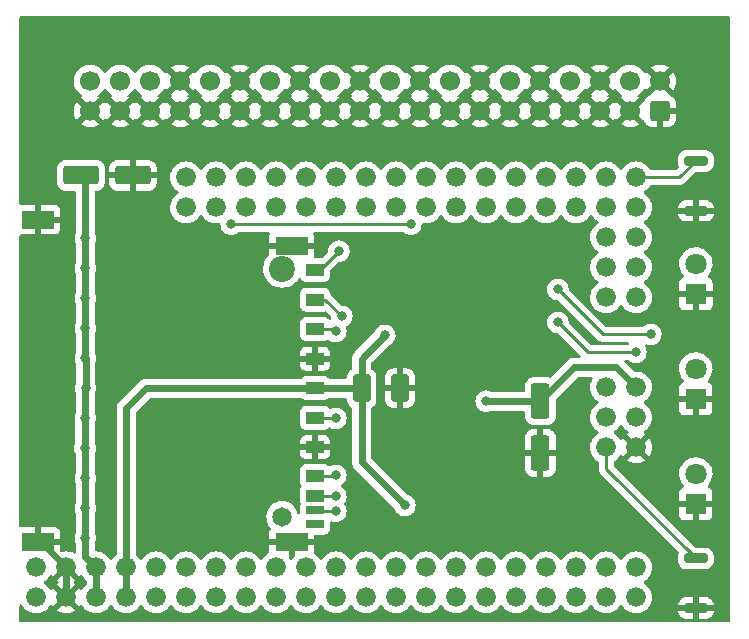
<source format=gbr>
%TF.GenerationSoftware,KiCad,Pcbnew,(6.0.11)*%
%TF.CreationDate,2023-03-14T22:18:48-05:00*%
%TF.ProjectId,rx02-mega2560-pro,72783032-2d6d-4656-9761-323536302d70,rev?*%
%TF.SameCoordinates,Original*%
%TF.FileFunction,Copper,L2,Bot*%
%TF.FilePolarity,Positive*%
%FSLAX46Y46*%
G04 Gerber Fmt 4.6, Leading zero omitted, Abs format (unit mm)*
G04 Created by KiCad (PCBNEW (6.0.11)) date 2023-03-14 22:18:48*
%MOMM*%
%LPD*%
G01*
G04 APERTURE LIST*
G04 Aperture macros list*
%AMRoundRect*
0 Rectangle with rounded corners*
0 $1 Rounding radius*
0 $2 $3 $4 $5 $6 $7 $8 $9 X,Y pos of 4 corners*
0 Add a 4 corners polygon primitive as box body*
4,1,4,$2,$3,$4,$5,$6,$7,$8,$9,$2,$3,0*
0 Add four circle primitives for the rounded corners*
1,1,$1+$1,$2,$3*
1,1,$1+$1,$4,$5*
1,1,$1+$1,$6,$7*
1,1,$1+$1,$8,$9*
0 Add four rect primitives between the rounded corners*
20,1,$1+$1,$2,$3,$4,$5,0*
20,1,$1+$1,$4,$5,$6,$7,0*
20,1,$1+$1,$6,$7,$8,$9,0*
20,1,$1+$1,$8,$9,$2,$3,0*%
G04 Aperture macros list end*
%TA.AperFunction,ComponentPad*%
%ADD10C,1.676400*%
%TD*%
%TA.AperFunction,ComponentPad*%
%ADD11R,1.800000X1.800000*%
%TD*%
%TA.AperFunction,ComponentPad*%
%ADD12C,1.800000*%
%TD*%
%TA.AperFunction,SMDPad,CuDef*%
%ADD13RoundRect,0.250001X-0.499999X-0.924999X0.499999X-0.924999X0.499999X0.924999X-0.499999X0.924999X0*%
%TD*%
%TA.AperFunction,SMDPad,CuDef*%
%ADD14RoundRect,0.250000X-1.250000X-0.550000X1.250000X-0.550000X1.250000X0.550000X-1.250000X0.550000X0*%
%TD*%
%TA.AperFunction,SMDPad,CuDef*%
%ADD15R,1.500000X1.000000*%
%TD*%
%TA.AperFunction,SMDPad,CuDef*%
%ADD16R,1.500000X0.700000*%
%TD*%
%TA.AperFunction,SMDPad,CuDef*%
%ADD17R,2.800000X1.500000*%
%TD*%
%TA.AperFunction,ComponentPad*%
%ADD18C,1.650000*%
%TD*%
%TA.AperFunction,ComponentPad*%
%ADD19C,2.200000*%
%TD*%
%TA.AperFunction,SMDPad,CuDef*%
%ADD20RoundRect,0.200000X-0.800000X0.200000X-0.800000X-0.200000X0.800000X-0.200000X0.800000X0.200000X0*%
%TD*%
%TA.AperFunction,SMDPad,CuDef*%
%ADD21RoundRect,0.250000X-0.550000X1.250000X-0.550000X-1.250000X0.550000X-1.250000X0.550000X1.250000X0*%
%TD*%
%TA.AperFunction,ComponentPad*%
%ADD22RoundRect,0.250000X0.600000X-0.600000X0.600000X0.600000X-0.600000X0.600000X-0.600000X-0.600000X0*%
%TD*%
%TA.AperFunction,ComponentPad*%
%ADD23C,1.700000*%
%TD*%
%TA.AperFunction,ViaPad*%
%ADD24C,0.800000*%
%TD*%
%TA.AperFunction,Conductor*%
%ADD25C,0.250000*%
%TD*%
%TA.AperFunction,Conductor*%
%ADD26C,0.600000*%
%TD*%
G04 APERTURE END LIST*
D10*
%TO.P,U3,3V3_1,3V3*%
%TO.N,+3V3*%
X121181480Y-109144918D03*
%TO.P,U3,3V3_2,3V3*%
X121181480Y-106604918D03*
%TO.P,U3,5V_1,5V*%
%TO.N,+5V*%
X118641480Y-109144918D03*
%TO.P,U3,5V_2,5V*%
X118641480Y-106604918D03*
%TO.P,U3,5V_3,5V*%
X164361480Y-91364918D03*
%TO.P,U3,A0,A0*%
%TO.N,unconnected-(U3-PadA0)*%
X126261480Y-73584918D03*
%TO.P,U3,A1,A1*%
%TO.N,unconnected-(U3-PadA1)*%
X126261480Y-76124918D03*
%TO.P,U3,A2,A2*%
%TO.N,unconnected-(U3-PadA2)*%
X128801480Y-73584918D03*
%TO.P,U3,A3,A3*%
%TO.N,unconnected-(U3-PadA3)*%
X128801480Y-76124918D03*
%TO.P,U3,A4,A4*%
%TO.N,unconnected-(U3-PadA4)*%
X131341480Y-73584918D03*
%TO.P,U3,A5,A5*%
%TO.N,unconnected-(U3-PadA5)*%
X131341480Y-76124918D03*
%TO.P,U3,A6,A6*%
%TO.N,unconnected-(U3-PadA6)*%
X133881480Y-73584918D03*
%TO.P,U3,A7,A7*%
%TO.N,unconnected-(U3-PadA7)*%
X133881480Y-76124918D03*
%TO.P,U3,A8,A8*%
%TO.N,unconnected-(U3-PadA8)*%
X136421480Y-73584918D03*
%TO.P,U3,A9,A9*%
%TO.N,unconnected-(U3-PadA9)*%
X136421480Y-76124918D03*
%TO.P,U3,A10,A10*%
%TO.N,unconnected-(U3-PadA10)*%
X138961480Y-73584918D03*
%TO.P,U3,A11,A11*%
%TO.N,unconnected-(U3-PadA11)*%
X138961480Y-76124918D03*
%TO.P,U3,A12,A12*%
%TO.N,unconnected-(U3-PadA12)*%
X141501480Y-73584918D03*
%TO.P,U3,A13,A13*%
%TO.N,unconnected-(U3-PadA13)*%
X141501480Y-76124918D03*
%TO.P,U3,A14,A14*%
%TO.N,unconnected-(U3-PadA14)*%
X144041480Y-73584918D03*
%TO.P,U3,A15,A15*%
%TO.N,unconnected-(U3-PadA15)*%
X144041480Y-76124918D03*
%TO.P,U3,AREF,AREF*%
%TO.N,unconnected-(U3-PadAREF)*%
X123721480Y-106604918D03*
%TO.P,U3,D2,D2*%
%TO.N,/CTLR_RUN_H*%
X128801480Y-106604918D03*
%TO.P,U3,D3,D3*%
%TO.N,/CTLR_INIT_H*%
X128801480Y-109144918D03*
%TO.P,U3,D4,D4*%
%TO.N,/CTLR_ERROR_H*%
X131341480Y-106604918D03*
%TO.P,U3,D5,D5*%
%TO.N,unconnected-(U3-PadD5)*%
X131341480Y-109144918D03*
%TO.P,U3,D6,D6*%
%TO.N,/CTLR_XFER_RQST_H*%
X133881480Y-106604918D03*
%TO.P,U3,D7,D7*%
%TO.N,unconnected-(U3-PadD7)*%
X133881480Y-109144918D03*
%TO.P,U3,D8,D8*%
%TO.N,/CTLR_DONE_H*%
X136421480Y-106604918D03*
%TO.P,U3,D9,D9*%
%TO.N,unconnected-(U3-PadD9)*%
X136421480Y-109144918D03*
%TO.P,U3,D10,D10*%
%TO.N,unconnected-(U3-PadD10)*%
X138961480Y-106604918D03*
%TO.P,U3,D11,D11*%
%TO.N,unconnected-(U3-PadD11)*%
X138961480Y-109144918D03*
%TO.P,U3,D12,D12*%
%TO.N,unconnected-(U3-PadD12)*%
X141501480Y-106604918D03*
%TO.P,U3,D13,D13*%
%TO.N,unconnected-(U3-PadD13)*%
X141501480Y-109144918D03*
%TO.P,U3,D14,D14*%
%TO.N,unconnected-(U3-PadD14)*%
X144041480Y-106604918D03*
%TO.P,U3,D15,D15*%
%TO.N,unconnected-(U3-PadD15)*%
X144041480Y-109144918D03*
%TO.P,U3,D16,D16*%
%TO.N,unconnected-(U3-PadD16)*%
X146581480Y-106604918D03*
%TO.P,U3,D17,D17*%
%TO.N,unconnected-(U3-PadD17)*%
X146581480Y-109144918D03*
%TO.P,U3,D18,D18*%
%TO.N,unconnected-(U3-PadD18)*%
X149121480Y-106604918D03*
%TO.P,U3,D19,D19*%
%TO.N,unconnected-(U3-PadD19)*%
X149121480Y-109144918D03*
%TO.P,U3,D20,D20*%
%TO.N,unconnected-(U3-PadD20)*%
X151661480Y-106604918D03*
%TO.P,U3,D21,D21*%
%TO.N,unconnected-(U3-PadD21)*%
X151661480Y-109144918D03*
%TO.P,U3,D22,D22*%
%TO.N,unconnected-(U3-PadD22)*%
X154201480Y-106604918D03*
%TO.P,U3,D23,D23*%
%TO.N,unconnected-(U3-PadD23)*%
X154201480Y-109144918D03*
%TO.P,U3,D24,D24*%
%TO.N,unconnected-(U3-PadD24)*%
X156741480Y-106604918D03*
%TO.P,U3,D25,D25*%
%TO.N,unconnected-(U3-PadD25)*%
X156741480Y-109144918D03*
%TO.P,U3,D26,D26*%
%TO.N,unconnected-(U3-PadD26)*%
X159281480Y-106604918D03*
%TO.P,U3,D27,D27*%
%TO.N,unconnected-(U3-PadD27)*%
X159281480Y-109144918D03*
%TO.P,U3,D28,D28*%
%TO.N,/LED2*%
X161821480Y-106604918D03*
%TO.P,U3,D29,D29*%
%TO.N,unconnected-(U3-PadD29)*%
X161821480Y-109144918D03*
%TO.P,U3,D30,D30*%
%TO.N,/LED3*%
X164361480Y-106604918D03*
%TO.P,U3,D31,D31*%
%TO.N,unconnected-(U3-PadD31)*%
X164361480Y-109144918D03*
%TO.P,U3,D32,D32*%
%TO.N,/CTLR_DATAO_H*%
X146581480Y-73584918D03*
%TO.P,U3,D33,D33*%
%TO.N,unconnected-(U3-PadD33)*%
X146581480Y-76124918D03*
%TO.P,U3,D34,D34*%
%TO.N,/CTLR_SHIFT_H*%
X149121480Y-73584918D03*
%TO.P,U3,D35,D35*%
%TO.N,unconnected-(U3-PadD35)*%
X149121480Y-76124918D03*
%TO.P,U3,D36,D36*%
%TO.N,/CTLR_OUT_H*%
X151661480Y-73584918D03*
%TO.P,U3,D37,D37*%
%TO.N,/CTLR_DMA_MODE_L*%
X151661480Y-76124918D03*
%TO.P,U3,D38,D38*%
%TO.N,/CTLR_AC_H*%
X154201480Y-73584918D03*
%TO.P,U3,D39,D39*%
%TO.N,/CTLR_12BIT_H*%
X154201480Y-76124918D03*
%TO.P,U3,D40,D40*%
%TO.N,unconnected-(U3-PadD40)*%
X156741480Y-73584918D03*
%TO.P,U3,D41,D41*%
%TO.N,/CTLR_DATA_H*%
X156741480Y-76124918D03*
%TO.P,U3,D42,D42*%
%TO.N,unconnected-(U3-PadD42)*%
X159281480Y-73584918D03*
%TO.P,U3,D43,D43*%
%TO.N,unconnected-(U3-PadD43)*%
X159281480Y-76124918D03*
%TO.P,U3,D44,D44*%
%TO.N,unconnected-(U3-PadD44)*%
X161821480Y-73584918D03*
%TO.P,U3,D45,D45*%
%TO.N,unconnected-(U3-PadD45)*%
X161821480Y-76124918D03*
%TO.P,U3,D46,D46*%
%TO.N,/REINIT*%
X164361480Y-73584918D03*
%TO.P,U3,D47,D47*%
%TO.N,unconnected-(U3-PadD47)*%
X164361480Y-76124918D03*
%TO.P,U3,D48,D48*%
%TO.N,/LED1*%
X164361480Y-78664918D03*
%TO.P,U3,D49,D49*%
%TO.N,/SD_CD*%
X161821480Y-78664918D03*
%TO.P,U3,D50,D50*%
%TO.N,/SD_MISO*%
X164361480Y-81204918D03*
%TO.P,U3,D51,D51*%
%TO.N,/SD_MOSI*%
X161821480Y-81204918D03*
%TO.P,U3,D52,D52*%
%TO.N,/SD_SCK*%
X164361480Y-83744918D03*
%TO.P,U3,D53,D53*%
%TO.N,/SD_CS*%
X161821480Y-83744918D03*
%TO.P,U3,GND_1,GND*%
%TO.N,GND*%
X116101480Y-109144918D03*
%TO.P,U3,GND_2,GND*%
X116101480Y-106604918D03*
%TO.P,U3,GND_3,GND*%
X164361480Y-96444918D03*
%TO.P,U3,MISO,MISO*%
%TO.N,unconnected-(U3-PadMISO)*%
X161821480Y-91364918D03*
%TO.P,U3,MOSI,MOSI*%
%TO.N,unconnected-(U3-PadMOSI)*%
X164361480Y-93904918D03*
%TO.P,U3,RESET,RESET*%
%TO.N,/RESET*%
X161821480Y-96444918D03*
%TO.P,U3,RST,RST*%
%TO.N,unconnected-(U3-PadRST)*%
X123721480Y-109144918D03*
%TO.P,U3,RX,RX*%
%TO.N,unconnected-(U3-PadRX)*%
X126261480Y-106604918D03*
%TO.P,U3,SCK,SCK*%
%TO.N,unconnected-(U3-PadSCK)*%
X161821480Y-93904918D03*
%TO.P,U3,TX,TX*%
%TO.N,unconnected-(U3-PadTX)*%
X126261480Y-109144918D03*
%TO.P,U3,VIN_1,VIN*%
%TO.N,unconnected-(U3-PadVIN_1)*%
X113561480Y-109144918D03*
%TO.P,U3,VIN_2,VIN*%
X113561480Y-106604918D03*
%TD*%
D11*
%TO.P,D3,1,K*%
%TO.N,GND*%
X169418000Y-101224000D03*
D12*
%TO.P,D3,2,A*%
%TO.N,Net-(D3-Pad2)*%
X169418000Y-98684000D03*
%TD*%
D11*
%TO.P,D2,1,K*%
%TO.N,GND*%
X169418000Y-92334000D03*
D12*
%TO.P,D2,2,A*%
%TO.N,Net-(D2-Pad2)*%
X169418000Y-89794000D03*
%TD*%
D13*
%TO.P,C7,1*%
%TO.N,+3V3*%
X141123000Y-91440000D03*
%TO.P,C7,2*%
%TO.N,GND*%
X144373000Y-91440000D03*
%TD*%
D14*
%TO.P,C2,1*%
%TO.N,+5V*%
X117357800Y-73406000D03*
%TO.P,C2,2*%
%TO.N,GND*%
X121757800Y-73406000D03*
%TD*%
D11*
%TO.P,D1,1,K*%
%TO.N,GND*%
X169423000Y-83444000D03*
D12*
%TO.P,D1,2,A*%
%TO.N,Net-(D1-Pad2)*%
X169423000Y-80904000D03*
%TD*%
D15*
%TO.P,J2,1,1*%
%TO.N,Net-(J2-Pad1)*%
X137191168Y-83930000D03*
%TO.P,J2,2,2*%
%TO.N,Net-(J2-Pad2)*%
X137191168Y-86430000D03*
%TO.P,J2,3,3*%
%TO.N,GND*%
X137191168Y-88930000D03*
%TO.P,J2,4,4*%
%TO.N,+3V3*%
X137191168Y-91430000D03*
%TO.P,J2,5,5*%
%TO.N,Net-(J2-Pad5)*%
X137191168Y-93930000D03*
%TO.P,J2,6,6*%
%TO.N,GND*%
X137191168Y-96430000D03*
%TO.P,J2,7,7*%
%TO.N,/SD_MISO*%
X137191168Y-98860000D03*
%TO.P,J2,8,8*%
%TO.N,Net-(J2-Pad8)*%
X137191168Y-100560000D03*
%TO.P,J2,9,9*%
%TO.N,Net-(J2-Pad9)*%
X137191168Y-81430000D03*
D16*
%TO.P,J2,10,CARD_DETECT*%
%TO.N,/SD_CD*%
X137191168Y-101760000D03*
%TO.P,J2,11,WRITE_PROTECTION*%
%TO.N,unconnected-(J2-Pad11)*%
X137191168Y-102960000D03*
D17*
%TO.P,J2,12,COMMON_GROUND_1*%
%TO.N,GND*%
X113691168Y-104455000D03*
%TO.P,J2,13,COMMON_GROUND_2*%
X113691168Y-77155000D03*
%TO.P,J2,14,COMMON_GROUND_3*%
X135191168Y-104455000D03*
%TO.P,J2,15,COMMON_GROUND_4*%
X135191168Y-79355000D03*
D18*
%TO.P,J2,16*%
%TO.N,N/C*%
X134391168Y-102305000D03*
D19*
%TO.P,J2,17*%
X134391168Y-81305000D03*
%TD*%
D20*
%TO.P,S1,1,1*%
%TO.N,/REINIT*%
X169418000Y-72195000D03*
%TO.P,S1,2,2*%
%TO.N,GND*%
X169418000Y-76395000D03*
%TD*%
D21*
%TO.P,C1,1*%
%TO.N,+5V*%
X156260800Y-92516600D03*
%TO.P,C1,2*%
%TO.N,GND*%
X156260800Y-96916600D03*
%TD*%
D22*
%TO.P,J1,1,Pin_1*%
%TO.N,GND*%
X166370000Y-67945000D03*
D23*
%TO.P,J1,2,Pin_2*%
X166370000Y-65405000D03*
%TO.P,J1,3,Pin_3*%
X163830000Y-67945000D03*
%TO.P,J1,4,Pin_4*%
%TO.N,/RX_RUN_L*%
X163830000Y-65405000D03*
%TO.P,J1,5,Pin_5*%
%TO.N,GND*%
X161290000Y-67945000D03*
%TO.P,J1,6,Pin_6*%
X161290000Y-65405000D03*
%TO.P,J1,7,Pin_7*%
X158750000Y-67945000D03*
%TO.P,J1,8,Pin_8*%
%TO.N,/RX_ERROR_L*%
X158750000Y-65405000D03*
%TO.P,J1,9,Pin_9*%
%TO.N,GND*%
X156210000Y-67945000D03*
%TO.P,J1,10,Pin_10*%
X156210000Y-65405000D03*
%TO.P,J1,11,Pin_11*%
X153670000Y-67945000D03*
%TO.P,J1,12,Pin_12*%
%TO.N,/RX_INIT_L*%
X153670000Y-65405000D03*
%TO.P,J1,13,Pin_13*%
%TO.N,GND*%
X151130000Y-67945000D03*
%TO.P,J1,14,Pin_14*%
X151130000Y-65405000D03*
%TO.P,J1,15,Pin_15*%
X148590000Y-67945000D03*
%TO.P,J1,16,Pin_16*%
%TO.N,/RX_XFER_RQST_L*%
X148590000Y-65405000D03*
%TO.P,J1,17,Pin_17*%
%TO.N,GND*%
X146050000Y-67945000D03*
%TO.P,J1,18,Pin_18*%
X146050000Y-65405000D03*
%TO.P,J1,19,Pin_19*%
X143510000Y-67945000D03*
%TO.P,J1,20,Pin_20*%
%TO.N,/RX_DONE_L*%
X143510000Y-65405000D03*
%TO.P,J1,21,Pin_21*%
%TO.N,GND*%
X140970000Y-67945000D03*
%TO.P,J1,22,Pin_22*%
X140970000Y-65405000D03*
%TO.P,J1,23,Pin_23*%
X138430000Y-67945000D03*
%TO.P,J1,24,Pin_24*%
%TO.N,/RX_DATA_L*%
X138430000Y-65405000D03*
%TO.P,J1,25,Pin_25*%
%TO.N,GND*%
X135890000Y-67945000D03*
%TO.P,J1,26,Pin_26*%
X135890000Y-65405000D03*
%TO.P,J1,27,Pin_27*%
X133350000Y-67945000D03*
%TO.P,J1,28,Pin_28*%
%TO.N,/RX_12BIT_L*%
X133350000Y-65405000D03*
%TO.P,J1,29,Pin_29*%
%TO.N,GND*%
X130810000Y-67945000D03*
%TO.P,J1,30,Pin_30*%
X130810000Y-65405000D03*
%TO.P,J1,31,Pin_31*%
X128270000Y-67945000D03*
%TO.P,J1,32,Pin_32*%
%TO.N,/RX_SHIFT_L*%
X128270000Y-65405000D03*
%TO.P,J1,33,Pin_33*%
%TO.N,GND*%
X125730000Y-67945000D03*
%TO.P,J1,34,Pin_34*%
X125730000Y-65405000D03*
%TO.P,J1,35,Pin_35*%
X123190000Y-67945000D03*
%TO.P,J1,36,Pin_36*%
%TO.N,/RX_OUT_L*%
X123190000Y-65405000D03*
%TO.P,J1,37,Pin_37*%
%TO.N,GND*%
X120650000Y-67945000D03*
%TO.P,J1,38,Pin_38*%
%TO.N,/RX_AC_L*%
X120650000Y-65405000D03*
%TO.P,J1,39,Pin_39*%
%TO.N,GND*%
X118110000Y-67945000D03*
%TO.P,J1,40,Pin_40*%
%TO.N,/RX_DMA_MODE_H*%
X118110000Y-65405000D03*
%TD*%
D20*
%TO.P,S2,1,1*%
%TO.N,/RESET*%
X169418000Y-105850000D03*
%TO.P,S2,2,2*%
%TO.N,GND*%
X169418000Y-110050000D03*
%TD*%
D24*
%TO.N,GND*%
X157480000Y-104140000D03*
%TO.N,/CTLR_RUN_H*%
X164342299Y-88396299D03*
X157734000Y-85852000D03*
%TO.N,/CTLR_INIT_H*%
X165608000Y-86868000D03*
X157734000Y-83058000D03*
%TO.N,+5V*%
X117729000Y-101600000D03*
X117729000Y-86360000D03*
X151663400Y-92532200D03*
X117729000Y-104114600D03*
X117729000Y-99060000D03*
X117729000Y-81280000D03*
X117754400Y-91414600D03*
X117729000Y-78740000D03*
X117729000Y-88900000D03*
X117703600Y-96520000D03*
X117729000Y-93954600D03*
X117729000Y-83820000D03*
%TO.N,GND*%
X128549400Y-78689200D03*
X146253200Y-84277200D03*
X133604000Y-100330000D03*
X150342600Y-104114600D03*
X148996400Y-94869000D03*
X134289800Y-93853000D03*
X143840200Y-94843600D03*
X121920000Y-69875400D03*
X128600200Y-81559400D03*
X155498800Y-79756000D03*
X113207800Y-100507800D03*
X118059200Y-69723000D03*
X123418600Y-76123800D03*
X127177800Y-100380800D03*
X129540000Y-69824600D03*
X127431800Y-90144600D03*
X143738600Y-89179400D03*
X127203200Y-85115400D03*
X129971800Y-105029000D03*
%TO.N,/RX_DMA_MODE_H*%
X130073400Y-77546200D03*
X145288000Y-77546200D03*
%TO.N,Net-(J2-Pad1)*%
X139446000Y-85344000D03*
%TO.N,Net-(J2-Pad2)*%
X138938000Y-86614000D03*
%TO.N,Net-(J2-Pad5)*%
X138938000Y-93980000D03*
%TO.N,/SD_MISO*%
X138938000Y-98806000D03*
%TO.N,/SD_CD*%
X138938000Y-101854000D03*
%TO.N,+3V3*%
X143078200Y-86969600D03*
X144780000Y-101346000D03*
%TO.N,Net-(J2-Pad9)*%
X139192000Y-79832200D03*
%TO.N,Net-(J2-Pad8)*%
X138938000Y-100584000D03*
%TD*%
D25*
%TO.N,/CTLR_RUN_H*%
X164338000Y-88392000D02*
X164342299Y-88396299D01*
X160274000Y-88392000D02*
X164338000Y-88392000D01*
X157734000Y-85852000D02*
X160274000Y-88392000D01*
%TO.N,/CTLR_INIT_H*%
X161544000Y-86868000D02*
X165608000Y-86868000D01*
X157734000Y-83058000D02*
X161544000Y-86868000D01*
D26*
%TO.N,+5V*%
X117729000Y-83820000D02*
X117729000Y-81280000D01*
X117729000Y-91440000D02*
X117754400Y-91414600D01*
X117703600Y-93980000D02*
X117729000Y-93954600D01*
X162658562Y-89662000D02*
X159115400Y-89662000D01*
X117729000Y-99060000D02*
X117729000Y-96545400D01*
X117754400Y-88925400D02*
X117729000Y-88900000D01*
X117703600Y-96520000D02*
X117703600Y-93980000D01*
X117729000Y-93954600D02*
X117729000Y-91440000D01*
X117729000Y-78740000D02*
X117729000Y-73434800D01*
X118641480Y-109144918D02*
X118641480Y-106604918D01*
X151663400Y-92532200D02*
X156245200Y-92532200D01*
X117729000Y-104114600D02*
X117729000Y-101600000D01*
X117754400Y-91414600D02*
X117754400Y-88925400D01*
X117729000Y-81280000D02*
X117729000Y-78740000D01*
X156245200Y-92532200D02*
X156260800Y-92516600D01*
X164361480Y-91364918D02*
X162658562Y-89662000D01*
X117729000Y-88900000D02*
X117729000Y-86360000D01*
X159115400Y-89662000D02*
X156260800Y-92516600D01*
X117729000Y-101600000D02*
X117729000Y-99060000D01*
X118641480Y-106604918D02*
X117729000Y-105692438D01*
X117729000Y-105692438D02*
X117729000Y-104114600D01*
X117729000Y-96545400D02*
X117703600Y-96520000D01*
X117729000Y-86360000D02*
X117729000Y-83820000D01*
%TO.N,GND*%
X113951562Y-104455000D02*
X116101480Y-106604918D01*
X113691168Y-104455000D02*
X113951562Y-104455000D01*
X116101480Y-106604918D02*
X116101480Y-109144918D01*
D25*
%TO.N,/RX_DMA_MODE_H*%
X130073400Y-77546200D02*
X145288000Y-77546200D01*
%TO.N,Net-(J2-Pad1)*%
X138032000Y-83930000D02*
X139446000Y-85344000D01*
X137191168Y-83930000D02*
X138032000Y-83930000D01*
%TO.N,Net-(J2-Pad2)*%
X137191168Y-86430000D02*
X138754000Y-86430000D01*
X138754000Y-86430000D02*
X138938000Y-86614000D01*
%TO.N,Net-(J2-Pad5)*%
X137191168Y-93930000D02*
X138888000Y-93930000D01*
X138888000Y-93930000D02*
X138938000Y-93980000D01*
%TO.N,/SD_MISO*%
X137191168Y-98860000D02*
X138884000Y-98860000D01*
X138884000Y-98860000D02*
X138938000Y-98806000D01*
%TO.N,/SD_CD*%
X137285168Y-101854000D02*
X137191168Y-101760000D01*
X138938000Y-101854000D02*
X137285168Y-101854000D01*
D26*
%TO.N,+3V3*%
X137191168Y-91430000D02*
X141113000Y-91430000D01*
X141113000Y-91430000D02*
X141123000Y-91440000D01*
X121181480Y-109144918D02*
X121181480Y-106604918D01*
X141123000Y-88924800D02*
X143078200Y-86969600D01*
X141123000Y-91440000D02*
X141123000Y-88924800D01*
X121181480Y-106604918D02*
X121181480Y-93148500D01*
X141123000Y-91440000D02*
X141123000Y-97689000D01*
X141123000Y-97689000D02*
X144780000Y-101346000D01*
X122899980Y-91430000D02*
X137191168Y-91430000D01*
X121181480Y-93148500D02*
X122899980Y-91430000D01*
D25*
%TO.N,Net-(J2-Pad9)*%
X137191168Y-81430000D02*
X137594200Y-81430000D01*
X137594200Y-81430000D02*
X139192000Y-79832200D01*
%TO.N,Net-(J2-Pad8)*%
X137215168Y-100584000D02*
X137191168Y-100560000D01*
X138938000Y-100584000D02*
X137215168Y-100584000D01*
%TO.N,/REINIT*%
X168028082Y-73584918D02*
X164361480Y-73584918D01*
X169418000Y-72195000D02*
X168028082Y-73584918D01*
%TO.N,/RESET*%
X161821480Y-96444918D02*
X161821480Y-98253480D01*
X161821480Y-98253480D02*
X169418000Y-105850000D01*
%TD*%
%TA.AperFunction,Conductor*%
%TO.N,GND*%
G36*
X172280621Y-59964502D02*
G01*
X172327114Y-60018158D01*
X172338500Y-60070500D01*
X172338500Y-111125500D01*
X172318498Y-111193621D01*
X172264842Y-111240114D01*
X172212500Y-111251500D01*
X112267500Y-111251500D01*
X112199379Y-111231498D01*
X112152886Y-111177842D01*
X112141500Y-111125500D01*
X112141500Y-109854674D01*
X112161502Y-109786553D01*
X112215158Y-109740060D01*
X112285432Y-109729956D01*
X112350012Y-109759450D01*
X112381694Y-109801423D01*
X112388423Y-109815854D01*
X112388426Y-109815859D01*
X112390749Y-109820840D01*
X112525907Y-110013867D01*
X112692531Y-110180491D01*
X112885558Y-110315649D01*
X112890536Y-110317970D01*
X112890539Y-110317972D01*
X113037178Y-110386351D01*
X113099122Y-110415236D01*
X113104430Y-110416658D01*
X113104432Y-110416659D01*
X113321420Y-110474800D01*
X113326735Y-110476224D01*
X113561480Y-110496762D01*
X113796225Y-110476224D01*
X113801540Y-110474800D01*
X114018528Y-110416659D01*
X114018530Y-110416658D01*
X114023838Y-110415236D01*
X114085782Y-110386351D01*
X114232421Y-110317972D01*
X114232424Y-110317970D01*
X114237402Y-110315649D01*
X114319151Y-110258408D01*
X115352544Y-110258408D01*
X115361838Y-110270422D01*
X115421301Y-110312058D01*
X115430796Y-110317541D01*
X115634312Y-110412441D01*
X115644604Y-110416187D01*
X115861507Y-110474306D01*
X115872302Y-110476209D01*
X116096005Y-110495781D01*
X116106955Y-110495781D01*
X116330658Y-110476209D01*
X116341453Y-110474306D01*
X116558356Y-110416187D01*
X116568648Y-110412441D01*
X116772164Y-110317541D01*
X116781659Y-110312058D01*
X116841957Y-110269837D01*
X116850332Y-110259360D01*
X116843265Y-110245914D01*
X116114291Y-109516939D01*
X116100348Y-109509326D01*
X116098514Y-109509457D01*
X116091900Y-109513708D01*
X115358971Y-110246638D01*
X115352544Y-110258408D01*
X114319151Y-110258408D01*
X114430429Y-110180491D01*
X114597053Y-110013867D01*
X114728572Y-109826037D01*
X114784029Y-109781709D01*
X114854648Y-109774400D01*
X114918009Y-109806430D01*
X114934998Y-109826037D01*
X114976561Y-109885395D01*
X114987038Y-109893770D01*
X115000484Y-109886703D01*
X115729459Y-109157729D01*
X115737072Y-109143786D01*
X115736941Y-109141952D01*
X115732690Y-109135338D01*
X114999760Y-108402409D01*
X114987990Y-108395982D01*
X114975976Y-108405276D01*
X114934998Y-108463799D01*
X114879541Y-108508127D01*
X114808922Y-108515436D01*
X114745561Y-108483405D01*
X114728572Y-108463799D01*
X114687009Y-108404441D01*
X114597053Y-108275969D01*
X114430429Y-108109345D01*
X114243035Y-107978131D01*
X114198706Y-107922674D01*
X114191397Y-107852055D01*
X114223427Y-107788694D01*
X114243035Y-107771705D01*
X114319151Y-107718408D01*
X115352544Y-107718408D01*
X115361838Y-107730422D01*
X115420796Y-107771705D01*
X115465124Y-107827162D01*
X115472433Y-107897782D01*
X115440402Y-107961142D01*
X115420796Y-107978131D01*
X115361003Y-108019999D01*
X115352628Y-108030476D01*
X115359695Y-108043922D01*
X116088669Y-108772897D01*
X116102612Y-108780510D01*
X116104446Y-108780379D01*
X116111060Y-108776128D01*
X116843989Y-108043198D01*
X116850416Y-108031428D01*
X116841122Y-108019414D01*
X116782164Y-107978131D01*
X116737836Y-107922674D01*
X116730527Y-107852054D01*
X116762558Y-107788694D01*
X116782164Y-107771705D01*
X116841957Y-107729837D01*
X116850332Y-107719360D01*
X116843265Y-107705914D01*
X116114291Y-106976939D01*
X116100348Y-106969326D01*
X116098514Y-106969457D01*
X116091900Y-106973708D01*
X115358971Y-107706638D01*
X115352544Y-107718408D01*
X114319151Y-107718408D01*
X114369979Y-107682818D01*
X114430429Y-107640491D01*
X114597053Y-107473867D01*
X114728572Y-107286037D01*
X114784029Y-107241709D01*
X114854648Y-107234400D01*
X114918009Y-107266430D01*
X114934998Y-107286037D01*
X114976561Y-107345395D01*
X114987038Y-107353770D01*
X115000485Y-107346702D01*
X116012385Y-106334803D01*
X116074697Y-106300777D01*
X116145513Y-106305842D01*
X116190575Y-106334803D01*
X117203196Y-107347423D01*
X117214972Y-107353853D01*
X117226984Y-107344560D01*
X117267962Y-107286037D01*
X117323419Y-107241709D01*
X117394038Y-107234400D01*
X117457399Y-107266431D01*
X117474388Y-107286037D01*
X117605907Y-107473867D01*
X117772531Y-107640491D01*
X117779248Y-107645194D01*
X117779992Y-107646126D01*
X117781255Y-107647185D01*
X117781042Y-107647439D01*
X117823577Y-107700648D01*
X117832980Y-107748409D01*
X117832980Y-108001427D01*
X117812978Y-108069548D01*
X117781211Y-108102599D01*
X117781255Y-108102651D01*
X117780772Y-108103056D01*
X117779249Y-108104641D01*
X117772531Y-108109345D01*
X117605907Y-108275969D01*
X117515951Y-108404441D01*
X117474388Y-108463799D01*
X117418931Y-108508127D01*
X117348312Y-108515436D01*
X117284951Y-108483406D01*
X117267962Y-108463799D01*
X117226399Y-108404441D01*
X117215922Y-108396066D01*
X117202476Y-108403133D01*
X116473501Y-109132107D01*
X116465888Y-109146050D01*
X116466019Y-109147884D01*
X116470270Y-109154498D01*
X117203200Y-109887427D01*
X117214970Y-109893854D01*
X117226984Y-109884560D01*
X117267962Y-109826037D01*
X117323419Y-109781709D01*
X117394038Y-109774400D01*
X117457399Y-109806431D01*
X117474388Y-109826037D01*
X117605907Y-110013867D01*
X117772531Y-110180491D01*
X117965558Y-110315649D01*
X117970536Y-110317970D01*
X117970539Y-110317972D01*
X118117178Y-110386351D01*
X118179122Y-110415236D01*
X118184430Y-110416658D01*
X118184432Y-110416659D01*
X118401420Y-110474800D01*
X118406735Y-110476224D01*
X118641480Y-110496762D01*
X118876225Y-110476224D01*
X118881540Y-110474800D01*
X119098528Y-110416659D01*
X119098530Y-110416658D01*
X119103838Y-110415236D01*
X119165782Y-110386351D01*
X119312421Y-110317972D01*
X119312424Y-110317970D01*
X119317402Y-110315649D01*
X119510429Y-110180491D01*
X119677053Y-110013867D01*
X119767594Y-109884560D01*
X119808267Y-109826473D01*
X119863724Y-109782144D01*
X119934343Y-109774835D01*
X119997704Y-109806865D01*
X120014693Y-109826473D01*
X120055366Y-109884560D01*
X120145907Y-110013867D01*
X120312531Y-110180491D01*
X120505558Y-110315649D01*
X120510536Y-110317970D01*
X120510539Y-110317972D01*
X120657178Y-110386351D01*
X120719122Y-110415236D01*
X120724430Y-110416658D01*
X120724432Y-110416659D01*
X120941420Y-110474800D01*
X120946735Y-110476224D01*
X121181480Y-110496762D01*
X121416225Y-110476224D01*
X121421540Y-110474800D01*
X121638528Y-110416659D01*
X121638530Y-110416658D01*
X121643838Y-110415236D01*
X121705782Y-110386351D01*
X121852421Y-110317972D01*
X121852424Y-110317970D01*
X121857402Y-110315649D01*
X122050429Y-110180491D01*
X122217053Y-110013867D01*
X122307594Y-109884560D01*
X122348267Y-109826473D01*
X122403724Y-109782144D01*
X122474343Y-109774835D01*
X122537704Y-109806865D01*
X122554693Y-109826473D01*
X122595366Y-109884560D01*
X122685907Y-110013867D01*
X122852531Y-110180491D01*
X123045558Y-110315649D01*
X123050536Y-110317970D01*
X123050539Y-110317972D01*
X123197178Y-110386351D01*
X123259122Y-110415236D01*
X123264430Y-110416658D01*
X123264432Y-110416659D01*
X123481420Y-110474800D01*
X123486735Y-110476224D01*
X123721480Y-110496762D01*
X123956225Y-110476224D01*
X123961540Y-110474800D01*
X124178528Y-110416659D01*
X124178530Y-110416658D01*
X124183838Y-110415236D01*
X124245782Y-110386351D01*
X124392421Y-110317972D01*
X124392424Y-110317970D01*
X124397402Y-110315649D01*
X124590429Y-110180491D01*
X124757053Y-110013867D01*
X124847594Y-109884560D01*
X124888267Y-109826473D01*
X124943724Y-109782144D01*
X125014343Y-109774835D01*
X125077704Y-109806865D01*
X125094693Y-109826473D01*
X125135366Y-109884560D01*
X125225907Y-110013867D01*
X125392531Y-110180491D01*
X125585558Y-110315649D01*
X125590536Y-110317970D01*
X125590539Y-110317972D01*
X125737178Y-110386351D01*
X125799122Y-110415236D01*
X125804430Y-110416658D01*
X125804432Y-110416659D01*
X126021420Y-110474800D01*
X126026735Y-110476224D01*
X126261480Y-110496762D01*
X126496225Y-110476224D01*
X126501540Y-110474800D01*
X126718528Y-110416659D01*
X126718530Y-110416658D01*
X126723838Y-110415236D01*
X126785782Y-110386351D01*
X126932421Y-110317972D01*
X126932424Y-110317970D01*
X126937402Y-110315649D01*
X127130429Y-110180491D01*
X127297053Y-110013867D01*
X127387594Y-109884560D01*
X127428267Y-109826473D01*
X127483724Y-109782144D01*
X127554343Y-109774835D01*
X127617704Y-109806865D01*
X127634693Y-109826473D01*
X127675366Y-109884560D01*
X127765907Y-110013867D01*
X127932531Y-110180491D01*
X128125558Y-110315649D01*
X128130536Y-110317970D01*
X128130539Y-110317972D01*
X128277178Y-110386351D01*
X128339122Y-110415236D01*
X128344430Y-110416658D01*
X128344432Y-110416659D01*
X128561420Y-110474800D01*
X128566735Y-110476224D01*
X128801480Y-110496762D01*
X129036225Y-110476224D01*
X129041540Y-110474800D01*
X129258528Y-110416659D01*
X129258530Y-110416658D01*
X129263838Y-110415236D01*
X129325782Y-110386351D01*
X129472421Y-110317972D01*
X129472424Y-110317970D01*
X129477402Y-110315649D01*
X129670429Y-110180491D01*
X129837053Y-110013867D01*
X129927594Y-109884560D01*
X129968267Y-109826473D01*
X130023724Y-109782144D01*
X130094343Y-109774835D01*
X130157704Y-109806865D01*
X130174693Y-109826473D01*
X130215366Y-109884560D01*
X130305907Y-110013867D01*
X130472531Y-110180491D01*
X130665558Y-110315649D01*
X130670536Y-110317970D01*
X130670539Y-110317972D01*
X130817178Y-110386351D01*
X130879122Y-110415236D01*
X130884430Y-110416658D01*
X130884432Y-110416659D01*
X131101420Y-110474800D01*
X131106735Y-110476224D01*
X131341480Y-110496762D01*
X131576225Y-110476224D01*
X131581540Y-110474800D01*
X131798528Y-110416659D01*
X131798530Y-110416658D01*
X131803838Y-110415236D01*
X131865782Y-110386351D01*
X132012421Y-110317972D01*
X132012424Y-110317970D01*
X132017402Y-110315649D01*
X132210429Y-110180491D01*
X132377053Y-110013867D01*
X132467594Y-109884560D01*
X132508267Y-109826473D01*
X132563724Y-109782144D01*
X132634343Y-109774835D01*
X132697704Y-109806865D01*
X132714693Y-109826473D01*
X132755366Y-109884560D01*
X132845907Y-110013867D01*
X133012531Y-110180491D01*
X133205558Y-110315649D01*
X133210536Y-110317970D01*
X133210539Y-110317972D01*
X133357178Y-110386351D01*
X133419122Y-110415236D01*
X133424430Y-110416658D01*
X133424432Y-110416659D01*
X133641420Y-110474800D01*
X133646735Y-110476224D01*
X133881480Y-110496762D01*
X134116225Y-110476224D01*
X134121540Y-110474800D01*
X134338528Y-110416659D01*
X134338530Y-110416658D01*
X134343838Y-110415236D01*
X134405782Y-110386351D01*
X134552421Y-110317972D01*
X134552424Y-110317970D01*
X134557402Y-110315649D01*
X134750429Y-110180491D01*
X134917053Y-110013867D01*
X135007594Y-109884560D01*
X135048267Y-109826473D01*
X135103724Y-109782144D01*
X135174343Y-109774835D01*
X135237704Y-109806865D01*
X135254693Y-109826473D01*
X135295366Y-109884560D01*
X135385907Y-110013867D01*
X135552531Y-110180491D01*
X135745558Y-110315649D01*
X135750536Y-110317970D01*
X135750539Y-110317972D01*
X135897178Y-110386351D01*
X135959122Y-110415236D01*
X135964430Y-110416658D01*
X135964432Y-110416659D01*
X136181420Y-110474800D01*
X136186735Y-110476224D01*
X136421480Y-110496762D01*
X136656225Y-110476224D01*
X136661540Y-110474800D01*
X136878528Y-110416659D01*
X136878530Y-110416658D01*
X136883838Y-110415236D01*
X136945782Y-110386351D01*
X137092421Y-110317972D01*
X137092424Y-110317970D01*
X137097402Y-110315649D01*
X137290429Y-110180491D01*
X137457053Y-110013867D01*
X137547594Y-109884560D01*
X137588267Y-109826473D01*
X137643724Y-109782144D01*
X137714343Y-109774835D01*
X137777704Y-109806865D01*
X137794693Y-109826473D01*
X137835366Y-109884560D01*
X137925907Y-110013867D01*
X138092531Y-110180491D01*
X138285558Y-110315649D01*
X138290536Y-110317970D01*
X138290539Y-110317972D01*
X138437178Y-110386351D01*
X138499122Y-110415236D01*
X138504430Y-110416658D01*
X138504432Y-110416659D01*
X138721420Y-110474800D01*
X138726735Y-110476224D01*
X138961480Y-110496762D01*
X139196225Y-110476224D01*
X139201540Y-110474800D01*
X139418528Y-110416659D01*
X139418530Y-110416658D01*
X139423838Y-110415236D01*
X139485782Y-110386351D01*
X139632421Y-110317972D01*
X139632424Y-110317970D01*
X139637402Y-110315649D01*
X139830429Y-110180491D01*
X139997053Y-110013867D01*
X140087594Y-109884560D01*
X140128267Y-109826473D01*
X140183724Y-109782144D01*
X140254343Y-109774835D01*
X140317704Y-109806865D01*
X140334693Y-109826473D01*
X140375366Y-109884560D01*
X140465907Y-110013867D01*
X140632531Y-110180491D01*
X140825558Y-110315649D01*
X140830536Y-110317970D01*
X140830539Y-110317972D01*
X140977178Y-110386351D01*
X141039122Y-110415236D01*
X141044430Y-110416658D01*
X141044432Y-110416659D01*
X141261420Y-110474800D01*
X141266735Y-110476224D01*
X141501480Y-110496762D01*
X141736225Y-110476224D01*
X141741540Y-110474800D01*
X141958528Y-110416659D01*
X141958530Y-110416658D01*
X141963838Y-110415236D01*
X142025782Y-110386351D01*
X142172421Y-110317972D01*
X142172424Y-110317970D01*
X142177402Y-110315649D01*
X142370429Y-110180491D01*
X142537053Y-110013867D01*
X142627594Y-109884560D01*
X142668267Y-109826473D01*
X142723724Y-109782144D01*
X142794343Y-109774835D01*
X142857704Y-109806865D01*
X142874693Y-109826473D01*
X142915366Y-109884560D01*
X143005907Y-110013867D01*
X143172531Y-110180491D01*
X143365558Y-110315649D01*
X143370536Y-110317970D01*
X143370539Y-110317972D01*
X143517178Y-110386351D01*
X143579122Y-110415236D01*
X143584430Y-110416658D01*
X143584432Y-110416659D01*
X143801420Y-110474800D01*
X143806735Y-110476224D01*
X144041480Y-110496762D01*
X144276225Y-110476224D01*
X144281540Y-110474800D01*
X144498528Y-110416659D01*
X144498530Y-110416658D01*
X144503838Y-110415236D01*
X144565782Y-110386351D01*
X144712421Y-110317972D01*
X144712424Y-110317970D01*
X144717402Y-110315649D01*
X144910429Y-110180491D01*
X145077053Y-110013867D01*
X145167594Y-109884560D01*
X145208267Y-109826473D01*
X145263724Y-109782144D01*
X145334343Y-109774835D01*
X145397704Y-109806865D01*
X145414693Y-109826473D01*
X145455366Y-109884560D01*
X145545907Y-110013867D01*
X145712531Y-110180491D01*
X145905558Y-110315649D01*
X145910536Y-110317970D01*
X145910539Y-110317972D01*
X146057178Y-110386351D01*
X146119122Y-110415236D01*
X146124430Y-110416658D01*
X146124432Y-110416659D01*
X146341420Y-110474800D01*
X146346735Y-110476224D01*
X146581480Y-110496762D01*
X146816225Y-110476224D01*
X146821540Y-110474800D01*
X147038528Y-110416659D01*
X147038530Y-110416658D01*
X147043838Y-110415236D01*
X147105782Y-110386351D01*
X147252421Y-110317972D01*
X147252424Y-110317970D01*
X147257402Y-110315649D01*
X147450429Y-110180491D01*
X147617053Y-110013867D01*
X147707594Y-109884560D01*
X147748267Y-109826473D01*
X147803724Y-109782144D01*
X147874343Y-109774835D01*
X147937704Y-109806865D01*
X147954693Y-109826473D01*
X147995366Y-109884560D01*
X148085907Y-110013867D01*
X148252531Y-110180491D01*
X148445558Y-110315649D01*
X148450536Y-110317970D01*
X148450539Y-110317972D01*
X148597178Y-110386351D01*
X148659122Y-110415236D01*
X148664430Y-110416658D01*
X148664432Y-110416659D01*
X148881420Y-110474800D01*
X148886735Y-110476224D01*
X149121480Y-110496762D01*
X149356225Y-110476224D01*
X149361540Y-110474800D01*
X149578528Y-110416659D01*
X149578530Y-110416658D01*
X149583838Y-110415236D01*
X149645782Y-110386351D01*
X149792421Y-110317972D01*
X149792424Y-110317970D01*
X149797402Y-110315649D01*
X149990429Y-110180491D01*
X150157053Y-110013867D01*
X150247594Y-109884560D01*
X150288267Y-109826473D01*
X150343724Y-109782144D01*
X150414343Y-109774835D01*
X150477704Y-109806865D01*
X150494693Y-109826473D01*
X150535366Y-109884560D01*
X150625907Y-110013867D01*
X150792531Y-110180491D01*
X150985558Y-110315649D01*
X150990536Y-110317970D01*
X150990539Y-110317972D01*
X151137178Y-110386351D01*
X151199122Y-110415236D01*
X151204430Y-110416658D01*
X151204432Y-110416659D01*
X151421420Y-110474800D01*
X151426735Y-110476224D01*
X151661480Y-110496762D01*
X151896225Y-110476224D01*
X151901540Y-110474800D01*
X152118528Y-110416659D01*
X152118530Y-110416658D01*
X152123838Y-110415236D01*
X152185782Y-110386351D01*
X152332421Y-110317972D01*
X152332424Y-110317970D01*
X152337402Y-110315649D01*
X152530429Y-110180491D01*
X152697053Y-110013867D01*
X152787594Y-109884560D01*
X152828267Y-109826473D01*
X152883724Y-109782144D01*
X152954343Y-109774835D01*
X153017704Y-109806865D01*
X153034693Y-109826473D01*
X153075366Y-109884560D01*
X153165907Y-110013867D01*
X153332531Y-110180491D01*
X153525558Y-110315649D01*
X153530536Y-110317970D01*
X153530539Y-110317972D01*
X153677178Y-110386351D01*
X153739122Y-110415236D01*
X153744430Y-110416658D01*
X153744432Y-110416659D01*
X153961420Y-110474800D01*
X153966735Y-110476224D01*
X154201480Y-110496762D01*
X154436225Y-110476224D01*
X154441540Y-110474800D01*
X154658528Y-110416659D01*
X154658530Y-110416658D01*
X154663838Y-110415236D01*
X154725782Y-110386351D01*
X154872421Y-110317972D01*
X154872424Y-110317970D01*
X154877402Y-110315649D01*
X155070429Y-110180491D01*
X155237053Y-110013867D01*
X155327594Y-109884560D01*
X155368267Y-109826473D01*
X155423724Y-109782144D01*
X155494343Y-109774835D01*
X155557704Y-109806865D01*
X155574693Y-109826473D01*
X155615366Y-109884560D01*
X155705907Y-110013867D01*
X155872531Y-110180491D01*
X156065558Y-110315649D01*
X156070536Y-110317970D01*
X156070539Y-110317972D01*
X156217178Y-110386351D01*
X156279122Y-110415236D01*
X156284430Y-110416658D01*
X156284432Y-110416659D01*
X156501420Y-110474800D01*
X156506735Y-110476224D01*
X156741480Y-110496762D01*
X156976225Y-110476224D01*
X156981540Y-110474800D01*
X157198528Y-110416659D01*
X157198530Y-110416658D01*
X157203838Y-110415236D01*
X157265782Y-110386351D01*
X157412421Y-110317972D01*
X157412424Y-110317970D01*
X157417402Y-110315649D01*
X157610429Y-110180491D01*
X157777053Y-110013867D01*
X157867594Y-109884560D01*
X157908267Y-109826473D01*
X157963724Y-109782144D01*
X158034343Y-109774835D01*
X158097704Y-109806865D01*
X158114693Y-109826473D01*
X158155366Y-109884560D01*
X158245907Y-110013867D01*
X158412531Y-110180491D01*
X158605558Y-110315649D01*
X158610536Y-110317970D01*
X158610539Y-110317972D01*
X158757178Y-110386351D01*
X158819122Y-110415236D01*
X158824430Y-110416658D01*
X158824432Y-110416659D01*
X159041420Y-110474800D01*
X159046735Y-110476224D01*
X159281480Y-110496762D01*
X159516225Y-110476224D01*
X159521540Y-110474800D01*
X159738528Y-110416659D01*
X159738530Y-110416658D01*
X159743838Y-110415236D01*
X159805782Y-110386351D01*
X159952421Y-110317972D01*
X159952424Y-110317970D01*
X159957402Y-110315649D01*
X160150429Y-110180491D01*
X160317053Y-110013867D01*
X160407594Y-109884560D01*
X160448267Y-109826473D01*
X160503724Y-109782144D01*
X160574343Y-109774835D01*
X160637704Y-109806865D01*
X160654693Y-109826473D01*
X160695366Y-109884560D01*
X160785907Y-110013867D01*
X160952531Y-110180491D01*
X161145558Y-110315649D01*
X161150536Y-110317970D01*
X161150539Y-110317972D01*
X161297178Y-110386351D01*
X161359122Y-110415236D01*
X161364430Y-110416658D01*
X161364432Y-110416659D01*
X161581420Y-110474800D01*
X161586735Y-110476224D01*
X161821480Y-110496762D01*
X162056225Y-110476224D01*
X162061540Y-110474800D01*
X162278528Y-110416659D01*
X162278530Y-110416658D01*
X162283838Y-110415236D01*
X162345782Y-110386351D01*
X162492421Y-110317972D01*
X162492424Y-110317970D01*
X162497402Y-110315649D01*
X162690429Y-110180491D01*
X162857053Y-110013867D01*
X162947594Y-109884560D01*
X162988267Y-109826473D01*
X163043724Y-109782144D01*
X163114343Y-109774835D01*
X163177704Y-109806865D01*
X163194693Y-109826473D01*
X163235366Y-109884560D01*
X163325907Y-110013867D01*
X163492531Y-110180491D01*
X163685558Y-110315649D01*
X163690536Y-110317970D01*
X163690539Y-110317972D01*
X163837178Y-110386351D01*
X163899122Y-110415236D01*
X163904430Y-110416658D01*
X163904432Y-110416659D01*
X164121420Y-110474800D01*
X164126735Y-110476224D01*
X164361480Y-110496762D01*
X164596225Y-110476224D01*
X164601540Y-110474800D01*
X164818528Y-110416659D01*
X164818530Y-110416658D01*
X164823838Y-110415236D01*
X164885782Y-110386351D01*
X165032421Y-110317972D01*
X165032424Y-110317970D01*
X165037402Y-110315649D01*
X165039337Y-110314294D01*
X167910709Y-110314294D01*
X167916132Y-110373315D01*
X167918743Y-110386351D01*
X167965715Y-110536243D01*
X167971921Y-110549988D01*
X168052824Y-110683574D01*
X168062131Y-110695443D01*
X168172557Y-110805869D01*
X168184426Y-110815176D01*
X168318012Y-110896079D01*
X168331757Y-110902285D01*
X168481644Y-110949256D01*
X168494694Y-110951869D01*
X168558521Y-110957734D01*
X168564309Y-110958000D01*
X169145885Y-110958000D01*
X169161124Y-110953525D01*
X169162329Y-110952135D01*
X169164000Y-110944452D01*
X169164000Y-110939884D01*
X169672000Y-110939884D01*
X169676475Y-110955123D01*
X169677865Y-110956328D01*
X169685548Y-110957999D01*
X170271705Y-110957999D01*
X170277454Y-110957736D01*
X170341315Y-110951868D01*
X170354351Y-110949257D01*
X170504243Y-110902285D01*
X170517988Y-110896079D01*
X170651574Y-110815176D01*
X170663443Y-110805869D01*
X170773869Y-110695443D01*
X170783176Y-110683574D01*
X170864079Y-110549988D01*
X170870285Y-110536243D01*
X170917256Y-110386356D01*
X170919869Y-110373306D01*
X170924913Y-110318414D01*
X170921525Y-110306876D01*
X170920135Y-110305671D01*
X170912452Y-110304000D01*
X169690115Y-110304000D01*
X169674876Y-110308475D01*
X169673671Y-110309865D01*
X169672000Y-110317548D01*
X169672000Y-110939884D01*
X169164000Y-110939884D01*
X169164000Y-110322115D01*
X169159525Y-110306876D01*
X169158135Y-110305671D01*
X169150452Y-110304000D01*
X167928116Y-110304000D01*
X167912877Y-110308475D01*
X167911672Y-110309865D01*
X167910709Y-110314294D01*
X165039337Y-110314294D01*
X165230429Y-110180491D01*
X165397053Y-110013867D01*
X165532211Y-109820840D01*
X165541266Y-109801423D01*
X165550516Y-109781586D01*
X167911087Y-109781586D01*
X167914475Y-109793124D01*
X167915865Y-109794329D01*
X167923548Y-109796000D01*
X169145885Y-109796000D01*
X169161124Y-109791525D01*
X169162329Y-109790135D01*
X169164000Y-109782452D01*
X169164000Y-109777885D01*
X169672000Y-109777885D01*
X169676475Y-109793124D01*
X169677865Y-109794329D01*
X169685548Y-109796000D01*
X170907884Y-109796000D01*
X170923123Y-109791525D01*
X170924328Y-109790135D01*
X170925291Y-109785706D01*
X170919868Y-109726685D01*
X170917257Y-109713649D01*
X170870285Y-109563757D01*
X170864079Y-109550012D01*
X170783176Y-109416426D01*
X170773869Y-109404557D01*
X170663443Y-109294131D01*
X170651574Y-109284824D01*
X170517988Y-109203921D01*
X170504243Y-109197715D01*
X170354356Y-109150744D01*
X170341306Y-109148131D01*
X170277479Y-109142266D01*
X170271691Y-109142000D01*
X169690115Y-109142000D01*
X169674876Y-109146475D01*
X169673671Y-109147865D01*
X169672000Y-109155548D01*
X169672000Y-109777885D01*
X169164000Y-109777885D01*
X169164000Y-109160116D01*
X169159525Y-109144877D01*
X169158135Y-109143672D01*
X169150452Y-109142001D01*
X168564295Y-109142001D01*
X168558546Y-109142264D01*
X168494685Y-109148132D01*
X168481649Y-109150743D01*
X168331757Y-109197715D01*
X168318012Y-109203921D01*
X168184426Y-109284824D01*
X168172557Y-109294131D01*
X168062131Y-109404557D01*
X168052824Y-109416426D01*
X167971921Y-109550012D01*
X167965715Y-109563757D01*
X167918744Y-109713644D01*
X167916131Y-109726694D01*
X167911087Y-109781586D01*
X165550516Y-109781586D01*
X165629475Y-109612258D01*
X165629476Y-109612256D01*
X165631798Y-109607276D01*
X165656004Y-109516939D01*
X165691362Y-109384978D01*
X165691362Y-109384977D01*
X165692786Y-109379663D01*
X165713324Y-109144918D01*
X165692786Y-108910173D01*
X165656869Y-108776128D01*
X165633221Y-108687870D01*
X165633220Y-108687868D01*
X165631798Y-108682560D01*
X165565608Y-108540616D01*
X165534534Y-108473977D01*
X165534532Y-108473974D01*
X165532211Y-108468996D01*
X165397053Y-108275969D01*
X165230429Y-108109345D01*
X165043035Y-107978131D01*
X164998706Y-107922674D01*
X164991397Y-107852055D01*
X165023427Y-107788694D01*
X165043035Y-107771705D01*
X165169979Y-107682818D01*
X165230429Y-107640491D01*
X165397053Y-107473867D01*
X165532211Y-107280840D01*
X165541266Y-107261423D01*
X165629475Y-107072258D01*
X165629476Y-107072256D01*
X165631798Y-107067276D01*
X165656004Y-106976939D01*
X165691362Y-106844978D01*
X165691362Y-106844977D01*
X165692786Y-106839663D01*
X165713324Y-106604918D01*
X165692786Y-106370173D01*
X165687433Y-106350196D01*
X165633221Y-106147870D01*
X165633220Y-106147868D01*
X165631798Y-106142560D01*
X165629475Y-106137578D01*
X165534534Y-105933977D01*
X165534532Y-105933974D01*
X165532211Y-105928996D01*
X165397053Y-105735969D01*
X165230429Y-105569345D01*
X165037402Y-105434187D01*
X165032424Y-105431866D01*
X165032421Y-105431864D01*
X164828820Y-105336923D01*
X164828818Y-105336922D01*
X164823838Y-105334600D01*
X164818530Y-105333178D01*
X164818528Y-105333177D01*
X164601540Y-105275036D01*
X164601539Y-105275036D01*
X164596225Y-105273612D01*
X164361480Y-105253074D01*
X164126735Y-105273612D01*
X164121421Y-105275036D01*
X164121420Y-105275036D01*
X163904432Y-105333177D01*
X163904430Y-105333178D01*
X163899122Y-105334600D01*
X163894142Y-105336922D01*
X163894140Y-105336923D01*
X163690539Y-105431864D01*
X163690536Y-105431866D01*
X163685558Y-105434187D01*
X163492531Y-105569345D01*
X163325907Y-105735969D01*
X163322748Y-105740481D01*
X163194693Y-105923363D01*
X163139236Y-105967692D01*
X163068617Y-105975001D01*
X163005256Y-105942971D01*
X162988267Y-105923363D01*
X162860212Y-105740481D01*
X162857053Y-105735969D01*
X162690429Y-105569345D01*
X162497402Y-105434187D01*
X162492424Y-105431866D01*
X162492421Y-105431864D01*
X162288820Y-105336923D01*
X162288818Y-105336922D01*
X162283838Y-105334600D01*
X162278530Y-105333178D01*
X162278528Y-105333177D01*
X162061540Y-105275036D01*
X162061539Y-105275036D01*
X162056225Y-105273612D01*
X161821480Y-105253074D01*
X161586735Y-105273612D01*
X161581421Y-105275036D01*
X161581420Y-105275036D01*
X161364432Y-105333177D01*
X161364430Y-105333178D01*
X161359122Y-105334600D01*
X161354142Y-105336922D01*
X161354140Y-105336923D01*
X161150539Y-105431864D01*
X161150536Y-105431866D01*
X161145558Y-105434187D01*
X160952531Y-105569345D01*
X160785907Y-105735969D01*
X160782748Y-105740481D01*
X160654693Y-105923363D01*
X160599236Y-105967692D01*
X160528617Y-105975001D01*
X160465256Y-105942971D01*
X160448267Y-105923363D01*
X160320212Y-105740481D01*
X160317053Y-105735969D01*
X160150429Y-105569345D01*
X159957402Y-105434187D01*
X159952424Y-105431866D01*
X159952421Y-105431864D01*
X159748820Y-105336923D01*
X159748818Y-105336922D01*
X159743838Y-105334600D01*
X159738530Y-105333178D01*
X159738528Y-105333177D01*
X159521540Y-105275036D01*
X159521539Y-105275036D01*
X159516225Y-105273612D01*
X159281480Y-105253074D01*
X159046735Y-105273612D01*
X159041421Y-105275036D01*
X159041420Y-105275036D01*
X158824432Y-105333177D01*
X158824430Y-105333178D01*
X158819122Y-105334600D01*
X158814142Y-105336922D01*
X158814140Y-105336923D01*
X158610539Y-105431864D01*
X158610536Y-105431866D01*
X158605558Y-105434187D01*
X158412531Y-105569345D01*
X158245907Y-105735969D01*
X158242748Y-105740481D01*
X158114693Y-105923363D01*
X158059236Y-105967692D01*
X157988617Y-105975001D01*
X157925256Y-105942971D01*
X157908267Y-105923363D01*
X157780212Y-105740481D01*
X157777053Y-105735969D01*
X157610429Y-105569345D01*
X157417402Y-105434187D01*
X157412424Y-105431866D01*
X157412421Y-105431864D01*
X157208820Y-105336923D01*
X157208818Y-105336922D01*
X157203838Y-105334600D01*
X157198530Y-105333178D01*
X157198528Y-105333177D01*
X156981540Y-105275036D01*
X156981539Y-105275036D01*
X156976225Y-105273612D01*
X156741480Y-105253074D01*
X156506735Y-105273612D01*
X156501421Y-105275036D01*
X156501420Y-105275036D01*
X156284432Y-105333177D01*
X156284430Y-105333178D01*
X156279122Y-105334600D01*
X156274142Y-105336922D01*
X156274140Y-105336923D01*
X156070539Y-105431864D01*
X156070536Y-105431866D01*
X156065558Y-105434187D01*
X155872531Y-105569345D01*
X155705907Y-105735969D01*
X155702748Y-105740481D01*
X155574693Y-105923363D01*
X155519236Y-105967692D01*
X155448617Y-105975001D01*
X155385256Y-105942971D01*
X155368267Y-105923363D01*
X155240212Y-105740481D01*
X155237053Y-105735969D01*
X155070429Y-105569345D01*
X154877402Y-105434187D01*
X154872424Y-105431866D01*
X154872421Y-105431864D01*
X154668820Y-105336923D01*
X154668818Y-105336922D01*
X154663838Y-105334600D01*
X154658530Y-105333178D01*
X154658528Y-105333177D01*
X154441540Y-105275036D01*
X154441539Y-105275036D01*
X154436225Y-105273612D01*
X154201480Y-105253074D01*
X153966735Y-105273612D01*
X153961421Y-105275036D01*
X153961420Y-105275036D01*
X153744432Y-105333177D01*
X153744430Y-105333178D01*
X153739122Y-105334600D01*
X153734142Y-105336922D01*
X153734140Y-105336923D01*
X153530539Y-105431864D01*
X153530536Y-105431866D01*
X153525558Y-105434187D01*
X153332531Y-105569345D01*
X153165907Y-105735969D01*
X153162748Y-105740481D01*
X153034693Y-105923363D01*
X152979236Y-105967692D01*
X152908617Y-105975001D01*
X152845256Y-105942971D01*
X152828267Y-105923363D01*
X152700212Y-105740481D01*
X152697053Y-105735969D01*
X152530429Y-105569345D01*
X152337402Y-105434187D01*
X152332424Y-105431866D01*
X152332421Y-105431864D01*
X152128820Y-105336923D01*
X152128818Y-105336922D01*
X152123838Y-105334600D01*
X152118530Y-105333178D01*
X152118528Y-105333177D01*
X151901540Y-105275036D01*
X151901539Y-105275036D01*
X151896225Y-105273612D01*
X151661480Y-105253074D01*
X151426735Y-105273612D01*
X151421421Y-105275036D01*
X151421420Y-105275036D01*
X151204432Y-105333177D01*
X151204430Y-105333178D01*
X151199122Y-105334600D01*
X151194142Y-105336922D01*
X151194140Y-105336923D01*
X150990539Y-105431864D01*
X150990536Y-105431866D01*
X150985558Y-105434187D01*
X150792531Y-105569345D01*
X150625907Y-105735969D01*
X150622748Y-105740481D01*
X150494693Y-105923363D01*
X150439236Y-105967692D01*
X150368617Y-105975001D01*
X150305256Y-105942971D01*
X150288267Y-105923363D01*
X150160212Y-105740481D01*
X150157053Y-105735969D01*
X149990429Y-105569345D01*
X149797402Y-105434187D01*
X149792424Y-105431866D01*
X149792421Y-105431864D01*
X149588820Y-105336923D01*
X149588818Y-105336922D01*
X149583838Y-105334600D01*
X149578530Y-105333178D01*
X149578528Y-105333177D01*
X149361540Y-105275036D01*
X149361539Y-105275036D01*
X149356225Y-105273612D01*
X149121480Y-105253074D01*
X148886735Y-105273612D01*
X148881421Y-105275036D01*
X148881420Y-105275036D01*
X148664432Y-105333177D01*
X148664430Y-105333178D01*
X148659122Y-105334600D01*
X148654142Y-105336922D01*
X148654140Y-105336923D01*
X148450539Y-105431864D01*
X148450536Y-105431866D01*
X148445558Y-105434187D01*
X148252531Y-105569345D01*
X148085907Y-105735969D01*
X148082748Y-105740481D01*
X147954693Y-105923363D01*
X147899236Y-105967692D01*
X147828617Y-105975001D01*
X147765256Y-105942971D01*
X147748267Y-105923363D01*
X147620212Y-105740481D01*
X147617053Y-105735969D01*
X147450429Y-105569345D01*
X147257402Y-105434187D01*
X147252424Y-105431866D01*
X147252421Y-105431864D01*
X147048820Y-105336923D01*
X147048818Y-105336922D01*
X147043838Y-105334600D01*
X147038530Y-105333178D01*
X147038528Y-105333177D01*
X146821540Y-105275036D01*
X146821539Y-105275036D01*
X146816225Y-105273612D01*
X146581480Y-105253074D01*
X146346735Y-105273612D01*
X146341421Y-105275036D01*
X146341420Y-105275036D01*
X146124432Y-105333177D01*
X146124430Y-105333178D01*
X146119122Y-105334600D01*
X146114142Y-105336922D01*
X146114140Y-105336923D01*
X145910539Y-105431864D01*
X145910536Y-105431866D01*
X145905558Y-105434187D01*
X145712531Y-105569345D01*
X145545907Y-105735969D01*
X145542748Y-105740481D01*
X145414693Y-105923363D01*
X145359236Y-105967692D01*
X145288617Y-105975001D01*
X145225256Y-105942971D01*
X145208267Y-105923363D01*
X145080212Y-105740481D01*
X145077053Y-105735969D01*
X144910429Y-105569345D01*
X144717402Y-105434187D01*
X144712424Y-105431866D01*
X144712421Y-105431864D01*
X144508820Y-105336923D01*
X144508818Y-105336922D01*
X144503838Y-105334600D01*
X144498530Y-105333178D01*
X144498528Y-105333177D01*
X144281540Y-105275036D01*
X144281539Y-105275036D01*
X144276225Y-105273612D01*
X144041480Y-105253074D01*
X143806735Y-105273612D01*
X143801421Y-105275036D01*
X143801420Y-105275036D01*
X143584432Y-105333177D01*
X143584430Y-105333178D01*
X143579122Y-105334600D01*
X143574142Y-105336922D01*
X143574140Y-105336923D01*
X143370539Y-105431864D01*
X143370536Y-105431866D01*
X143365558Y-105434187D01*
X143172531Y-105569345D01*
X143005907Y-105735969D01*
X143002748Y-105740481D01*
X142874693Y-105923363D01*
X142819236Y-105967692D01*
X142748617Y-105975001D01*
X142685256Y-105942971D01*
X142668267Y-105923363D01*
X142540212Y-105740481D01*
X142537053Y-105735969D01*
X142370429Y-105569345D01*
X142177402Y-105434187D01*
X142172424Y-105431866D01*
X142172421Y-105431864D01*
X141968820Y-105336923D01*
X141968818Y-105336922D01*
X141963838Y-105334600D01*
X141958530Y-105333178D01*
X141958528Y-105333177D01*
X141741540Y-105275036D01*
X141741539Y-105275036D01*
X141736225Y-105273612D01*
X141501480Y-105253074D01*
X141266735Y-105273612D01*
X141261421Y-105275036D01*
X141261420Y-105275036D01*
X141044432Y-105333177D01*
X141044430Y-105333178D01*
X141039122Y-105334600D01*
X141034142Y-105336922D01*
X141034140Y-105336923D01*
X140830539Y-105431864D01*
X140830536Y-105431866D01*
X140825558Y-105434187D01*
X140632531Y-105569345D01*
X140465907Y-105735969D01*
X140462748Y-105740481D01*
X140334693Y-105923363D01*
X140279236Y-105967692D01*
X140208617Y-105975001D01*
X140145256Y-105942971D01*
X140128267Y-105923363D01*
X140000212Y-105740481D01*
X139997053Y-105735969D01*
X139830429Y-105569345D01*
X139637402Y-105434187D01*
X139632424Y-105431866D01*
X139632421Y-105431864D01*
X139428820Y-105336923D01*
X139428818Y-105336922D01*
X139423838Y-105334600D01*
X139418530Y-105333178D01*
X139418528Y-105333177D01*
X139201540Y-105275036D01*
X139201539Y-105275036D01*
X139196225Y-105273612D01*
X138961480Y-105253074D01*
X138726735Y-105273612D01*
X138721421Y-105275036D01*
X138721420Y-105275036D01*
X138504432Y-105333177D01*
X138504430Y-105333178D01*
X138499122Y-105334600D01*
X138494142Y-105336922D01*
X138494140Y-105336923D01*
X138290539Y-105431864D01*
X138290536Y-105431866D01*
X138285558Y-105434187D01*
X138092531Y-105569345D01*
X137925907Y-105735969D01*
X137922748Y-105740481D01*
X137794693Y-105923363D01*
X137739236Y-105967692D01*
X137668617Y-105975001D01*
X137605256Y-105942971D01*
X137588267Y-105923363D01*
X137460212Y-105740481D01*
X137457053Y-105735969D01*
X137290429Y-105569345D01*
X137138115Y-105462694D01*
X137093786Y-105407237D01*
X137086477Y-105336618D01*
X137088215Y-105330383D01*
X137087820Y-105330289D01*
X137093273Y-105307357D01*
X137098799Y-105256486D01*
X137099168Y-105249672D01*
X137099168Y-104727115D01*
X137094693Y-104711876D01*
X137093303Y-104710671D01*
X137085620Y-104709000D01*
X135463283Y-104709000D01*
X135448044Y-104713475D01*
X135446839Y-104714865D01*
X135445168Y-104722548D01*
X135445168Y-105624518D01*
X135425166Y-105692639D01*
X135408263Y-105713613D01*
X135385907Y-105735969D01*
X135382748Y-105740481D01*
X135254693Y-105923363D01*
X135199236Y-105967692D01*
X135128617Y-105975001D01*
X135065256Y-105942971D01*
X135048267Y-105923364D01*
X134957967Y-105794400D01*
X134935280Y-105727130D01*
X134937168Y-105705553D01*
X134937168Y-104727115D01*
X134932693Y-104711876D01*
X134931303Y-104710671D01*
X134923620Y-104709000D01*
X133301284Y-104709000D01*
X133286045Y-104713475D01*
X133284840Y-104714865D01*
X133283169Y-104722548D01*
X133283169Y-105249669D01*
X133283539Y-105256490D01*
X133288409Y-105301333D01*
X133275880Y-105371215D01*
X133227558Y-105423230D01*
X133216397Y-105429132D01*
X133210544Y-105431861D01*
X133210535Y-105431866D01*
X133205558Y-105434187D01*
X133012531Y-105569345D01*
X132845907Y-105735969D01*
X132842748Y-105740481D01*
X132714693Y-105923363D01*
X132659236Y-105967692D01*
X132588617Y-105975001D01*
X132525256Y-105942971D01*
X132508267Y-105923363D01*
X132380212Y-105740481D01*
X132377053Y-105735969D01*
X132210429Y-105569345D01*
X132017402Y-105434187D01*
X132012424Y-105431866D01*
X132012421Y-105431864D01*
X131808820Y-105336923D01*
X131808818Y-105336922D01*
X131803838Y-105334600D01*
X131798530Y-105333178D01*
X131798528Y-105333177D01*
X131581540Y-105275036D01*
X131581539Y-105275036D01*
X131576225Y-105273612D01*
X131341480Y-105253074D01*
X131106735Y-105273612D01*
X131101421Y-105275036D01*
X131101420Y-105275036D01*
X130884432Y-105333177D01*
X130884430Y-105333178D01*
X130879122Y-105334600D01*
X130874142Y-105336922D01*
X130874140Y-105336923D01*
X130670539Y-105431864D01*
X130670536Y-105431866D01*
X130665558Y-105434187D01*
X130472531Y-105569345D01*
X130305907Y-105735969D01*
X130302748Y-105740481D01*
X130174693Y-105923363D01*
X130119236Y-105967692D01*
X130048617Y-105975001D01*
X129985256Y-105942971D01*
X129968267Y-105923363D01*
X129840212Y-105740481D01*
X129837053Y-105735969D01*
X129670429Y-105569345D01*
X129477402Y-105434187D01*
X129472424Y-105431866D01*
X129472421Y-105431864D01*
X129268820Y-105336923D01*
X129268818Y-105336922D01*
X129263838Y-105334600D01*
X129258530Y-105333178D01*
X129258528Y-105333177D01*
X129041540Y-105275036D01*
X129041539Y-105275036D01*
X129036225Y-105273612D01*
X128801480Y-105253074D01*
X128566735Y-105273612D01*
X128561421Y-105275036D01*
X128561420Y-105275036D01*
X128344432Y-105333177D01*
X128344430Y-105333178D01*
X128339122Y-105334600D01*
X128334142Y-105336922D01*
X128334140Y-105336923D01*
X128130539Y-105431864D01*
X128130536Y-105431866D01*
X128125558Y-105434187D01*
X127932531Y-105569345D01*
X127765907Y-105735969D01*
X127762748Y-105740481D01*
X127634693Y-105923363D01*
X127579236Y-105967692D01*
X127508617Y-105975001D01*
X127445256Y-105942971D01*
X127428267Y-105923363D01*
X127300212Y-105740481D01*
X127297053Y-105735969D01*
X127130429Y-105569345D01*
X126937402Y-105434187D01*
X126932424Y-105431866D01*
X126932421Y-105431864D01*
X126728820Y-105336923D01*
X126728818Y-105336922D01*
X126723838Y-105334600D01*
X126718530Y-105333178D01*
X126718528Y-105333177D01*
X126501540Y-105275036D01*
X126501539Y-105275036D01*
X126496225Y-105273612D01*
X126261480Y-105253074D01*
X126026735Y-105273612D01*
X126021421Y-105275036D01*
X126021420Y-105275036D01*
X125804432Y-105333177D01*
X125804430Y-105333178D01*
X125799122Y-105334600D01*
X125794142Y-105336922D01*
X125794140Y-105336923D01*
X125590539Y-105431864D01*
X125590536Y-105431866D01*
X125585558Y-105434187D01*
X125392531Y-105569345D01*
X125225907Y-105735969D01*
X125222748Y-105740481D01*
X125094693Y-105923363D01*
X125039236Y-105967692D01*
X124968617Y-105975001D01*
X124905256Y-105942971D01*
X124888267Y-105923363D01*
X124760212Y-105740481D01*
X124757053Y-105735969D01*
X124590429Y-105569345D01*
X124397402Y-105434187D01*
X124392424Y-105431866D01*
X124392421Y-105431864D01*
X124188820Y-105336923D01*
X124188818Y-105336922D01*
X124183838Y-105334600D01*
X124178530Y-105333178D01*
X124178528Y-105333177D01*
X123961540Y-105275036D01*
X123961539Y-105275036D01*
X123956225Y-105273612D01*
X123721480Y-105253074D01*
X123486735Y-105273612D01*
X123481421Y-105275036D01*
X123481420Y-105275036D01*
X123264432Y-105333177D01*
X123264430Y-105333178D01*
X123259122Y-105334600D01*
X123254142Y-105336922D01*
X123254140Y-105336923D01*
X123050539Y-105431864D01*
X123050536Y-105431866D01*
X123045558Y-105434187D01*
X122852531Y-105569345D01*
X122685907Y-105735969D01*
X122682748Y-105740481D01*
X122554693Y-105923363D01*
X122499236Y-105967692D01*
X122428617Y-105975001D01*
X122365256Y-105942971D01*
X122348267Y-105923363D01*
X122220212Y-105740481D01*
X122217053Y-105735969D01*
X122050429Y-105569345D01*
X122043712Y-105564642D01*
X122042968Y-105563710D01*
X122041705Y-105562651D01*
X122041918Y-105562397D01*
X121999383Y-105509188D01*
X121989980Y-105461427D01*
X121989980Y-102305000D01*
X133052574Y-102305000D01*
X133072910Y-102537444D01*
X133074334Y-102542757D01*
X133074334Y-102542759D01*
X133102481Y-102647803D01*
X133133301Y-102762826D01*
X133135623Y-102767806D01*
X133135624Y-102767808D01*
X133229586Y-102969310D01*
X133229589Y-102969315D01*
X133231912Y-102974297D01*
X133235068Y-102978804D01*
X133235069Y-102978806D01*
X133299625Y-103071001D01*
X133365746Y-103165432D01*
X133399919Y-103199605D01*
X133433945Y-103261917D01*
X133428880Y-103332732D01*
X133411650Y-103364265D01*
X133346382Y-103451352D01*
X133337844Y-103466946D01*
X133292690Y-103587394D01*
X133289063Y-103602649D01*
X133283537Y-103653514D01*
X133283168Y-103660328D01*
X133283168Y-104182885D01*
X133287643Y-104198124D01*
X133289033Y-104199329D01*
X133296716Y-104201000D01*
X137081052Y-104201000D01*
X137096291Y-104196525D01*
X137097496Y-104195135D01*
X137099167Y-104187452D01*
X137099167Y-103944500D01*
X137119169Y-103876379D01*
X137172825Y-103829886D01*
X137225167Y-103818500D01*
X137989302Y-103818500D01*
X138051484Y-103811745D01*
X138187873Y-103760615D01*
X138304429Y-103673261D01*
X138391783Y-103556705D01*
X138442913Y-103420316D01*
X138449668Y-103358134D01*
X138449668Y-102825081D01*
X138469670Y-102756960D01*
X138523326Y-102710467D01*
X138593600Y-102700363D01*
X138626916Y-102709974D01*
X138649677Y-102720108D01*
X138649685Y-102720111D01*
X138655712Y-102722794D01*
X138749112Y-102742647D01*
X138836056Y-102761128D01*
X138836061Y-102761128D01*
X138842513Y-102762500D01*
X139033487Y-102762500D01*
X139039939Y-102761128D01*
X139039944Y-102761128D01*
X139126888Y-102742647D01*
X139220288Y-102722794D01*
X139247975Y-102710467D01*
X139388722Y-102647803D01*
X139388724Y-102647802D01*
X139394752Y-102645118D01*
X139412808Y-102632000D01*
X139488062Y-102577324D01*
X139549253Y-102532866D01*
X139677040Y-102390944D01*
X139772527Y-102225556D01*
X139831542Y-102043928D01*
X139833138Y-102028749D01*
X139850814Y-101860565D01*
X139851504Y-101854000D01*
X139831542Y-101664072D01*
X139772527Y-101482444D01*
X139677040Y-101317056D01*
X139664662Y-101303309D01*
X139633946Y-101239303D01*
X139642710Y-101168850D01*
X139664661Y-101134693D01*
X139677040Y-101120944D01*
X139764926Y-100968721D01*
X139769223Y-100961279D01*
X139769224Y-100961278D01*
X139772527Y-100955556D01*
X139831542Y-100773928D01*
X139843175Y-100663251D01*
X139850814Y-100590565D01*
X139851504Y-100584000D01*
X139840280Y-100477206D01*
X139832232Y-100400635D01*
X139832232Y-100400633D01*
X139831542Y-100394072D01*
X139772527Y-100212444D01*
X139677040Y-100047056D01*
X139671776Y-100041209D01*
X139553675Y-99910045D01*
X139553674Y-99910044D01*
X139549253Y-99905134D01*
X139400332Y-99796936D01*
X139356978Y-99740713D01*
X139350903Y-99669977D01*
X139384035Y-99607186D01*
X139400332Y-99593064D01*
X139462241Y-99548084D01*
X139549253Y-99484866D01*
X139562354Y-99470316D01*
X139672621Y-99347852D01*
X139672622Y-99347851D01*
X139677040Y-99342944D01*
X139772527Y-99177556D01*
X139831542Y-98995928D01*
X139832936Y-98982671D01*
X139850814Y-98812565D01*
X139851504Y-98806000D01*
X139845586Y-98749691D01*
X139832232Y-98622635D01*
X139832232Y-98622633D01*
X139831542Y-98616072D01*
X139772527Y-98434444D01*
X139760838Y-98414197D01*
X139680341Y-98274774D01*
X139677040Y-98269056D01*
X139659598Y-98249684D01*
X139553675Y-98132045D01*
X139553674Y-98132044D01*
X139549253Y-98127134D01*
X139430084Y-98040552D01*
X139400094Y-98018763D01*
X139400093Y-98018762D01*
X139394752Y-98014882D01*
X139388724Y-98012198D01*
X139388722Y-98012197D01*
X139226319Y-97939891D01*
X139226318Y-97939891D01*
X139220288Y-97937206D01*
X139126887Y-97917353D01*
X139039944Y-97898872D01*
X139039939Y-97898872D01*
X139033487Y-97897500D01*
X138842513Y-97897500D01*
X138836061Y-97898872D01*
X138836056Y-97898872D01*
X138749112Y-97917353D01*
X138655712Y-97937206D01*
X138649682Y-97939891D01*
X138649681Y-97939891D01*
X138487278Y-98012197D01*
X138487276Y-98012198D01*
X138481248Y-98014882D01*
X138475906Y-98018763D01*
X138475903Y-98018765D01*
X138475355Y-98019163D01*
X138474985Y-98019295D01*
X138470189Y-98022064D01*
X138469682Y-98021186D01*
X138408485Y-98043016D01*
X138339335Y-98026930D01*
X138312207Y-98006316D01*
X138309810Y-98003919D01*
X138304429Y-97996739D01*
X138187873Y-97909385D01*
X138051484Y-97858255D01*
X137989302Y-97851500D01*
X136393034Y-97851500D01*
X136330852Y-97858255D01*
X136194463Y-97909385D01*
X136077907Y-97996739D01*
X135990553Y-98113295D01*
X135939423Y-98249684D01*
X135932668Y-98311866D01*
X135932668Y-99408134D01*
X135939423Y-99470316D01*
X135990553Y-99606705D01*
X135995939Y-99613891D01*
X136011336Y-99634436D01*
X136036183Y-99700943D01*
X136021129Y-99770325D01*
X136011336Y-99785564D01*
X135990553Y-99813295D01*
X135939423Y-99949684D01*
X135932668Y-100011866D01*
X135932668Y-101108134D01*
X135939423Y-101170316D01*
X135947091Y-101190770D01*
X135952274Y-101261577D01*
X135947091Y-101279229D01*
X135939423Y-101299684D01*
X135932668Y-101361866D01*
X135932668Y-101948640D01*
X135912666Y-102016761D01*
X135859010Y-102063254D01*
X135788736Y-102073358D01*
X135724156Y-102043864D01*
X135684961Y-101981251D01*
X135650458Y-101852484D01*
X135650457Y-101852482D01*
X135649035Y-101847174D01*
X135585662Y-101711271D01*
X135552750Y-101640690D01*
X135552747Y-101640685D01*
X135550424Y-101635703D01*
X135547267Y-101631194D01*
X135419749Y-101449079D01*
X135419747Y-101449076D01*
X135416590Y-101444568D01*
X135251600Y-101279578D01*
X135247092Y-101276421D01*
X135247089Y-101276419D01*
X135064974Y-101148901D01*
X135064972Y-101148900D01*
X135060465Y-101145744D01*
X135055483Y-101143421D01*
X135055478Y-101143418D01*
X134853976Y-101049456D01*
X134853974Y-101049455D01*
X134848994Y-101047133D01*
X134843686Y-101045711D01*
X134843684Y-101045710D01*
X134628927Y-100988166D01*
X134628925Y-100988166D01*
X134623612Y-100986742D01*
X134391168Y-100966406D01*
X134158724Y-100986742D01*
X134153411Y-100988166D01*
X134153409Y-100988166D01*
X133938652Y-101045710D01*
X133938650Y-101045711D01*
X133933342Y-101047133D01*
X133928362Y-101049455D01*
X133928360Y-101049456D01*
X133726858Y-101143418D01*
X133726853Y-101143421D01*
X133721871Y-101145744D01*
X133717364Y-101148900D01*
X133717362Y-101148901D01*
X133535247Y-101276419D01*
X133535244Y-101276421D01*
X133530736Y-101279578D01*
X133365746Y-101444568D01*
X133362589Y-101449076D01*
X133362587Y-101449079D01*
X133235069Y-101631194D01*
X133231912Y-101635703D01*
X133229589Y-101640685D01*
X133229586Y-101640690D01*
X133196674Y-101711271D01*
X133133301Y-101847174D01*
X133131879Y-101852482D01*
X133131878Y-101852484D01*
X133084648Y-102028749D01*
X133072910Y-102072556D01*
X133052574Y-102305000D01*
X121989980Y-102305000D01*
X121989980Y-96974669D01*
X135933169Y-96974669D01*
X135933539Y-96981490D01*
X135939063Y-97032352D01*
X135942689Y-97047604D01*
X135987844Y-97168054D01*
X135996382Y-97183649D01*
X136072883Y-97285724D01*
X136085444Y-97298285D01*
X136187519Y-97374786D01*
X136203114Y-97383324D01*
X136323562Y-97428478D01*
X136338817Y-97432105D01*
X136389682Y-97437631D01*
X136396496Y-97438000D01*
X136919053Y-97438000D01*
X136934292Y-97433525D01*
X136935497Y-97432135D01*
X136937168Y-97424452D01*
X136937168Y-97419884D01*
X137445168Y-97419884D01*
X137449643Y-97435123D01*
X137451033Y-97436328D01*
X137458716Y-97437999D01*
X137985837Y-97437999D01*
X137992658Y-97437629D01*
X138043520Y-97432105D01*
X138058772Y-97428479D01*
X138179222Y-97383324D01*
X138194817Y-97374786D01*
X138296892Y-97298285D01*
X138309453Y-97285724D01*
X138385954Y-97183649D01*
X138394492Y-97168054D01*
X138439646Y-97047606D01*
X138443273Y-97032351D01*
X138448799Y-96981486D01*
X138449168Y-96974672D01*
X138449168Y-96702115D01*
X138444693Y-96686876D01*
X138443303Y-96685671D01*
X138435620Y-96684000D01*
X137463283Y-96684000D01*
X137448044Y-96688475D01*
X137446839Y-96689865D01*
X137445168Y-96697548D01*
X137445168Y-97419884D01*
X136937168Y-97419884D01*
X136937168Y-96702115D01*
X136932693Y-96686876D01*
X136931303Y-96685671D01*
X136923620Y-96684000D01*
X135951284Y-96684000D01*
X135936045Y-96688475D01*
X135934840Y-96689865D01*
X135933169Y-96697548D01*
X135933169Y-96974669D01*
X121989980Y-96974669D01*
X121989980Y-96157885D01*
X135933168Y-96157885D01*
X135937643Y-96173124D01*
X135939033Y-96174329D01*
X135946716Y-96176000D01*
X136919053Y-96176000D01*
X136934292Y-96171525D01*
X136935497Y-96170135D01*
X136937168Y-96162452D01*
X136937168Y-96157885D01*
X137445168Y-96157885D01*
X137449643Y-96173124D01*
X137451033Y-96174329D01*
X137458716Y-96176000D01*
X138431052Y-96176000D01*
X138446291Y-96171525D01*
X138447496Y-96170135D01*
X138449167Y-96162452D01*
X138449167Y-95885331D01*
X138448797Y-95878510D01*
X138443273Y-95827648D01*
X138439647Y-95812396D01*
X138394492Y-95691946D01*
X138385954Y-95676351D01*
X138309453Y-95574276D01*
X138296892Y-95561715D01*
X138194817Y-95485214D01*
X138179222Y-95476676D01*
X138058774Y-95431522D01*
X138043519Y-95427895D01*
X137992654Y-95422369D01*
X137985840Y-95422000D01*
X137463283Y-95422000D01*
X137448044Y-95426475D01*
X137446839Y-95427865D01*
X137445168Y-95435548D01*
X137445168Y-96157885D01*
X136937168Y-96157885D01*
X136937168Y-95440116D01*
X136932693Y-95424877D01*
X136931303Y-95423672D01*
X136923620Y-95422001D01*
X136396499Y-95422001D01*
X136389678Y-95422371D01*
X136338816Y-95427895D01*
X136323564Y-95431521D01*
X136203114Y-95476676D01*
X136187519Y-95485214D01*
X136085444Y-95561715D01*
X136072883Y-95574276D01*
X135996382Y-95676351D01*
X135987844Y-95691946D01*
X135942690Y-95812394D01*
X135939063Y-95827649D01*
X135933537Y-95878514D01*
X135933168Y-95885328D01*
X135933168Y-96157885D01*
X121989980Y-96157885D01*
X121989980Y-94478134D01*
X135932668Y-94478134D01*
X135939423Y-94540316D01*
X135990553Y-94676705D01*
X136077907Y-94793261D01*
X136194463Y-94880615D01*
X136330852Y-94931745D01*
X136393034Y-94938500D01*
X137989302Y-94938500D01*
X138051484Y-94931745D01*
X138187873Y-94880615D01*
X138304429Y-94793261D01*
X138309810Y-94786081D01*
X138314524Y-94781367D01*
X138376836Y-94747341D01*
X138447651Y-94752406D01*
X138469939Y-94764370D01*
X138470189Y-94763936D01*
X138475906Y-94767237D01*
X138481248Y-94771118D01*
X138487276Y-94773802D01*
X138487278Y-94773803D01*
X138530982Y-94793261D01*
X138655712Y-94848794D01*
X138749113Y-94868647D01*
X138836056Y-94887128D01*
X138836061Y-94887128D01*
X138842513Y-94888500D01*
X139033487Y-94888500D01*
X139039939Y-94887128D01*
X139039944Y-94887128D01*
X139126888Y-94868647D01*
X139220288Y-94848794D01*
X139345018Y-94793261D01*
X139388722Y-94773803D01*
X139388724Y-94773802D01*
X139394752Y-94771118D01*
X139549253Y-94658866D01*
X139660931Y-94534835D01*
X139672621Y-94521852D01*
X139672622Y-94521851D01*
X139677040Y-94516944D01*
X139772527Y-94351556D01*
X139831542Y-94169928D01*
X139834165Y-94144978D01*
X139850814Y-93986565D01*
X139851504Y-93980000D01*
X139846176Y-93929304D01*
X139832232Y-93796635D01*
X139832232Y-93796633D01*
X139831542Y-93790072D01*
X139772527Y-93608444D01*
X139677040Y-93443056D01*
X139594687Y-93351593D01*
X139553675Y-93306045D01*
X139553674Y-93306044D01*
X139549253Y-93301134D01*
X139394752Y-93188882D01*
X139388724Y-93186198D01*
X139388722Y-93186197D01*
X139226319Y-93113891D01*
X139226318Y-93113891D01*
X139220288Y-93111206D01*
X139126887Y-93091353D01*
X139039944Y-93072872D01*
X139039939Y-93072872D01*
X139033487Y-93071500D01*
X138842513Y-93071500D01*
X138836061Y-93072872D01*
X138836056Y-93072872D01*
X138749113Y-93091353D01*
X138655712Y-93111206D01*
X138649685Y-93113889D01*
X138649677Y-93113892D01*
X138509111Y-93176476D01*
X138438744Y-93185910D01*
X138374447Y-93155803D01*
X138357037Y-93136934D01*
X138356570Y-93136310D01*
X138304429Y-93066739D01*
X138187873Y-92979385D01*
X138051484Y-92928255D01*
X137989302Y-92921500D01*
X136393034Y-92921500D01*
X136330852Y-92928255D01*
X136194463Y-92979385D01*
X136077907Y-93066739D01*
X135990553Y-93183295D01*
X135939423Y-93319684D01*
X135932668Y-93381866D01*
X135932668Y-94478134D01*
X121989980Y-94478134D01*
X121989980Y-93535582D01*
X122009982Y-93467461D01*
X122026885Y-93446487D01*
X123197967Y-92275405D01*
X123260279Y-92241379D01*
X123287062Y-92238500D01*
X135973839Y-92238500D01*
X136041960Y-92258502D01*
X136065500Y-92280407D01*
X136066176Y-92279731D01*
X136072526Y-92286081D01*
X136077907Y-92293261D01*
X136194463Y-92380615D01*
X136330852Y-92431745D01*
X136393034Y-92438500D01*
X137989302Y-92438500D01*
X138051484Y-92431745D01*
X138187873Y-92380615D01*
X138304429Y-92293261D01*
X138309810Y-92286081D01*
X138316160Y-92279731D01*
X138317795Y-92281366D01*
X138364527Y-92246421D01*
X138408497Y-92238500D01*
X139738500Y-92238500D01*
X139806621Y-92258502D01*
X139853114Y-92312158D01*
X139864500Y-92364500D01*
X139864500Y-92415400D01*
X139864837Y-92418646D01*
X139864837Y-92418650D01*
X139874752Y-92514203D01*
X139875474Y-92521165D01*
X139877655Y-92527701D01*
X139877655Y-92527703D01*
X139880306Y-92535649D01*
X139931450Y-92688945D01*
X140024522Y-92839348D01*
X140149697Y-92964305D01*
X140155927Y-92968145D01*
X140155928Y-92968146D01*
X140254616Y-93028978D01*
X140302109Y-93081750D01*
X140314500Y-93136238D01*
X140314500Y-97679786D01*
X140314493Y-97681106D01*
X140313549Y-97771221D01*
X140322711Y-97813597D01*
X140324769Y-97826163D01*
X140329603Y-97869255D01*
X140331919Y-97875906D01*
X140331920Y-97875910D01*
X140340633Y-97900930D01*
X140344796Y-97915742D01*
X140351881Y-97948510D01*
X140370208Y-97987813D01*
X140374990Y-97999589D01*
X140389255Y-98040552D01*
X140392989Y-98046527D01*
X140392990Y-98046530D01*
X140407027Y-98068995D01*
X140414366Y-98082512D01*
X140425370Y-98106109D01*
X140428538Y-98112902D01*
X140432855Y-98118467D01*
X140432856Y-98118469D01*
X140455106Y-98147153D01*
X140462402Y-98157612D01*
X140473088Y-98174713D01*
X140485374Y-98194376D01*
X140490334Y-98199371D01*
X140490335Y-98199372D01*
X140513976Y-98223179D01*
X140514561Y-98223804D01*
X140515078Y-98224470D01*
X140541068Y-98250460D01*
X140613185Y-98323082D01*
X140614222Y-98323740D01*
X140615451Y-98324843D01*
X143893908Y-101603300D01*
X143924646Y-101653458D01*
X143945473Y-101717556D01*
X144040960Y-101882944D01*
X144045378Y-101887851D01*
X144045379Y-101887852D01*
X144125895Y-101977274D01*
X144168747Y-102024866D01*
X144323248Y-102137118D01*
X144329276Y-102139802D01*
X144329278Y-102139803D01*
X144409424Y-102175486D01*
X144497712Y-102214794D01*
X144591112Y-102234647D01*
X144678056Y-102253128D01*
X144678061Y-102253128D01*
X144684513Y-102254500D01*
X144875487Y-102254500D01*
X144881939Y-102253128D01*
X144881944Y-102253128D01*
X144968887Y-102234647D01*
X145062288Y-102214794D01*
X145150576Y-102175486D01*
X145230722Y-102139803D01*
X145230724Y-102139802D01*
X145236752Y-102137118D01*
X145391253Y-102024866D01*
X145434105Y-101977274D01*
X145514621Y-101887852D01*
X145514622Y-101887851D01*
X145519040Y-101882944D01*
X145614527Y-101717556D01*
X145673542Y-101535928D01*
X145677727Y-101496115D01*
X145692814Y-101352565D01*
X145693504Y-101346000D01*
X145688636Y-101299684D01*
X145674232Y-101162635D01*
X145674232Y-101162633D01*
X145673542Y-101156072D01*
X145614527Y-100974444D01*
X145610997Y-100968329D01*
X145522341Y-100814774D01*
X145519040Y-100809056D01*
X145493064Y-100780206D01*
X145395675Y-100672045D01*
X145395674Y-100672044D01*
X145391253Y-100667134D01*
X145276829Y-100584000D01*
X145242094Y-100558763D01*
X145242093Y-100558762D01*
X145236752Y-100554882D01*
X145230724Y-100552198D01*
X145230722Y-100552197D01*
X145069758Y-100480532D01*
X145031912Y-100454520D01*
X142791087Y-98213695D01*
X154952801Y-98213695D01*
X154953138Y-98220214D01*
X154963057Y-98315806D01*
X154965949Y-98329200D01*
X155017388Y-98483384D01*
X155023561Y-98496562D01*
X155108863Y-98634407D01*
X155117899Y-98645808D01*
X155232629Y-98760339D01*
X155244040Y-98769351D01*
X155382043Y-98854416D01*
X155395224Y-98860563D01*
X155549510Y-98911738D01*
X155562886Y-98914605D01*
X155657238Y-98924272D01*
X155663654Y-98924600D01*
X155988685Y-98924600D01*
X156003924Y-98920125D01*
X156005129Y-98918735D01*
X156006800Y-98911052D01*
X156006800Y-98906484D01*
X156514800Y-98906484D01*
X156519275Y-98921723D01*
X156520665Y-98922928D01*
X156528348Y-98924599D01*
X156857895Y-98924599D01*
X156864414Y-98924262D01*
X156960006Y-98914343D01*
X156973400Y-98911451D01*
X157127584Y-98860012D01*
X157140762Y-98853839D01*
X157278607Y-98768537D01*
X157290008Y-98759501D01*
X157404539Y-98644771D01*
X157413551Y-98633360D01*
X157498616Y-98495357D01*
X157504763Y-98482176D01*
X157555938Y-98327890D01*
X157558805Y-98314514D01*
X157568472Y-98220162D01*
X157568800Y-98213746D01*
X157568800Y-97188715D01*
X157564325Y-97173476D01*
X157562935Y-97172271D01*
X157555252Y-97170600D01*
X156532915Y-97170600D01*
X156517676Y-97175075D01*
X156516471Y-97176465D01*
X156514800Y-97184148D01*
X156514800Y-98906484D01*
X156006800Y-98906484D01*
X156006800Y-97188715D01*
X156002325Y-97173476D01*
X156000935Y-97172271D01*
X155993252Y-97170600D01*
X154970916Y-97170600D01*
X154955677Y-97175075D01*
X154954472Y-97176465D01*
X154952801Y-97184148D01*
X154952801Y-98213695D01*
X142791087Y-98213695D01*
X141968405Y-97391013D01*
X141934379Y-97328701D01*
X141931500Y-97301918D01*
X141931500Y-96644485D01*
X154952800Y-96644485D01*
X154957275Y-96659724D01*
X154958665Y-96660929D01*
X154966348Y-96662600D01*
X155988685Y-96662600D01*
X156003924Y-96658125D01*
X156005129Y-96656735D01*
X156006800Y-96649052D01*
X156006800Y-96644485D01*
X156514800Y-96644485D01*
X156519275Y-96659724D01*
X156520665Y-96660929D01*
X156528348Y-96662600D01*
X157550684Y-96662600D01*
X157565923Y-96658125D01*
X157567128Y-96656735D01*
X157568799Y-96649052D01*
X157568799Y-95619505D01*
X157568462Y-95612986D01*
X157558543Y-95517394D01*
X157555651Y-95504000D01*
X157504212Y-95349816D01*
X157498039Y-95336638D01*
X157412737Y-95198793D01*
X157403701Y-95187392D01*
X157288971Y-95072861D01*
X157277560Y-95063849D01*
X157139557Y-94978784D01*
X157126376Y-94972637D01*
X156972090Y-94921462D01*
X156958714Y-94918595D01*
X156864362Y-94908928D01*
X156857945Y-94908600D01*
X156532915Y-94908600D01*
X156517676Y-94913075D01*
X156516471Y-94914465D01*
X156514800Y-94922148D01*
X156514800Y-96644485D01*
X156006800Y-96644485D01*
X156006800Y-94926716D01*
X156002325Y-94911477D01*
X156000935Y-94910272D01*
X155993252Y-94908601D01*
X155663705Y-94908601D01*
X155657186Y-94908938D01*
X155561594Y-94918857D01*
X155548200Y-94921749D01*
X155394016Y-94973188D01*
X155380838Y-94979361D01*
X155242993Y-95064663D01*
X155231592Y-95073699D01*
X155117061Y-95188429D01*
X155108049Y-95199840D01*
X155022984Y-95337843D01*
X155016837Y-95351024D01*
X154965662Y-95505310D01*
X154962795Y-95518686D01*
X154953128Y-95613038D01*
X154952800Y-95619455D01*
X154952800Y-96644485D01*
X141931500Y-96644485D01*
X141931500Y-93136310D01*
X141951502Y-93068189D01*
X141991197Y-93029166D01*
X142071643Y-92979385D01*
X142097348Y-92963478D01*
X142129741Y-92931029D01*
X142217134Y-92843483D01*
X142222305Y-92838303D01*
X142228981Y-92827473D01*
X142311275Y-92693968D01*
X142311276Y-92693966D01*
X142315115Y-92687738D01*
X142364527Y-92538765D01*
X142368632Y-92526389D01*
X142368632Y-92526387D01*
X142370797Y-92519861D01*
X142371509Y-92512919D01*
X142379825Y-92431745D01*
X142381500Y-92415400D01*
X142381500Y-92412096D01*
X143115000Y-92412096D01*
X143115337Y-92418611D01*
X143125256Y-92514203D01*
X143128150Y-92527602D01*
X143179588Y-92681783D01*
X143185762Y-92694962D01*
X143271063Y-92832807D01*
X143280099Y-92844208D01*
X143394830Y-92958739D01*
X143406241Y-92967751D01*
X143544245Y-93052818D01*
X143557423Y-93058962D01*
X143711716Y-93110139D01*
X143725081Y-93113005D01*
X143819439Y-93122672D01*
X143825855Y-93123000D01*
X144100885Y-93123000D01*
X144116124Y-93118525D01*
X144117329Y-93117135D01*
X144119000Y-93109452D01*
X144119000Y-93104885D01*
X144627000Y-93104885D01*
X144631475Y-93120124D01*
X144632865Y-93121329D01*
X144640548Y-93123000D01*
X144920096Y-93123000D01*
X144926611Y-93122663D01*
X145022203Y-93112744D01*
X145035602Y-93109850D01*
X145189783Y-93058412D01*
X145202962Y-93052238D01*
X145340807Y-92966937D01*
X145352208Y-92957901D01*
X145466739Y-92843170D01*
X145475751Y-92831759D01*
X145560818Y-92693755D01*
X145566962Y-92680577D01*
X145616177Y-92532200D01*
X150749896Y-92532200D01*
X150750586Y-92538765D01*
X150768525Y-92709442D01*
X150769858Y-92722128D01*
X150828873Y-92903756D01*
X150832176Y-92909478D01*
X150832177Y-92909479D01*
X150860846Y-92959134D01*
X150924360Y-93069144D01*
X150928778Y-93074051D01*
X150928779Y-93074052D01*
X151021002Y-93176476D01*
X151052147Y-93211066D01*
X151206648Y-93323318D01*
X151212676Y-93326002D01*
X151212678Y-93326003D01*
X151345824Y-93385283D01*
X151381112Y-93400994D01*
X151474512Y-93420847D01*
X151561456Y-93439328D01*
X151561461Y-93439328D01*
X151567913Y-93440700D01*
X151758887Y-93440700D01*
X151765339Y-93439328D01*
X151765344Y-93439328D01*
X151852288Y-93420847D01*
X151945688Y-93400994D01*
X151988651Y-93381866D01*
X152056645Y-93351593D01*
X152107894Y-93340700D01*
X154826300Y-93340700D01*
X154894421Y-93360702D01*
X154940914Y-93414358D01*
X154952300Y-93466700D01*
X154952300Y-93817000D01*
X154963274Y-93922766D01*
X154965455Y-93929302D01*
X154965455Y-93929304D01*
X154982369Y-93980000D01*
X155019250Y-94090546D01*
X155112322Y-94240948D01*
X155237497Y-94365905D01*
X155243727Y-94369745D01*
X155243728Y-94369746D01*
X155380890Y-94454294D01*
X155388062Y-94458715D01*
X155436307Y-94474717D01*
X155549411Y-94512232D01*
X155549413Y-94512232D01*
X155555939Y-94514397D01*
X155562775Y-94515097D01*
X155562778Y-94515098D01*
X155605831Y-94519509D01*
X155660400Y-94525100D01*
X156861200Y-94525100D01*
X156864446Y-94524763D01*
X156864450Y-94524763D01*
X156960108Y-94514838D01*
X156960112Y-94514837D01*
X156966966Y-94514126D01*
X156973502Y-94511945D01*
X156973504Y-94511945D01*
X157105606Y-94467872D01*
X157134746Y-94458150D01*
X157285148Y-94365078D01*
X157410105Y-94239903D01*
X157449369Y-94176206D01*
X157499075Y-94095568D01*
X157499076Y-94095566D01*
X157502915Y-94089338D01*
X157545428Y-93961165D01*
X157556432Y-93927989D01*
X157556432Y-93927987D01*
X157558597Y-93921461D01*
X157569300Y-93817000D01*
X157569300Y-92403682D01*
X157589302Y-92335561D01*
X157606205Y-92314587D01*
X159413387Y-90507405D01*
X159475699Y-90473379D01*
X159502482Y-90470500D01*
X160561698Y-90470500D01*
X160629819Y-90490502D01*
X160676312Y-90544158D01*
X160686416Y-90614432D01*
X160664912Y-90668769D01*
X160650749Y-90688996D01*
X160648428Y-90693974D01*
X160648426Y-90693977D01*
X160588366Y-90822776D01*
X160551162Y-90902560D01*
X160549740Y-90907868D01*
X160549739Y-90907870D01*
X160496862Y-91105211D01*
X160490174Y-91130173D01*
X160469636Y-91364918D01*
X160490174Y-91599663D01*
X160491598Y-91604977D01*
X160491598Y-91604978D01*
X160541678Y-91791879D01*
X160551162Y-91827276D01*
X160553484Y-91832256D01*
X160553485Y-91832258D01*
X160632705Y-92002144D01*
X160650749Y-92040840D01*
X160785907Y-92233867D01*
X160952531Y-92400491D01*
X160978465Y-92418650D01*
X161139925Y-92531705D01*
X161184254Y-92587162D01*
X161191563Y-92657781D01*
X161159533Y-92721142D01*
X161139925Y-92738131D01*
X161078964Y-92780816D01*
X160952531Y-92869345D01*
X160785907Y-93035969D01*
X160650749Y-93228996D01*
X160648428Y-93233974D01*
X160648426Y-93233977D01*
X160569905Y-93402366D01*
X160551162Y-93442560D01*
X160549740Y-93447868D01*
X160549739Y-93447870D01*
X160534645Y-93504203D01*
X160490174Y-93670173D01*
X160469636Y-93904918D01*
X160490174Y-94139663D01*
X160491598Y-94144977D01*
X160491598Y-94144978D01*
X160549185Y-94359896D01*
X160551162Y-94367276D01*
X160553484Y-94372256D01*
X160553485Y-94372258D01*
X160632705Y-94542144D01*
X160650749Y-94580840D01*
X160785907Y-94773867D01*
X160952531Y-94940491D01*
X161008044Y-94979361D01*
X161139925Y-95071705D01*
X161184254Y-95127162D01*
X161191563Y-95197781D01*
X161159533Y-95261142D01*
X161139925Y-95278131D01*
X161080967Y-95319414D01*
X160952531Y-95409345D01*
X160785907Y-95575969D01*
X160650749Y-95768996D01*
X160648428Y-95773974D01*
X160648426Y-95773977D01*
X160596502Y-95885328D01*
X160551162Y-95982560D01*
X160549740Y-95987868D01*
X160549739Y-95987870D01*
X160491598Y-96204858D01*
X160490174Y-96210173D01*
X160469636Y-96444918D01*
X160490174Y-96679663D01*
X160491598Y-96684977D01*
X160491598Y-96684978D01*
X160526957Y-96816939D01*
X160551162Y-96907276D01*
X160553484Y-96912256D01*
X160553485Y-96912258D01*
X160629094Y-97074400D01*
X160650749Y-97120840D01*
X160785907Y-97313867D01*
X160952531Y-97480491D01*
X161080131Y-97569837D01*
X161134250Y-97607731D01*
X161178579Y-97663188D01*
X161187980Y-97710944D01*
X161187980Y-98174713D01*
X161187453Y-98185896D01*
X161185778Y-98193389D01*
X161186027Y-98201315D01*
X161186027Y-98201316D01*
X161187918Y-98261466D01*
X161187980Y-98265425D01*
X161187980Y-98293336D01*
X161188477Y-98297270D01*
X161188477Y-98297271D01*
X161188485Y-98297336D01*
X161189418Y-98309173D01*
X161190807Y-98353369D01*
X161196458Y-98372819D01*
X161200467Y-98392180D01*
X161203006Y-98412277D01*
X161205925Y-98419648D01*
X161205925Y-98419650D01*
X161219284Y-98453392D01*
X161223129Y-98464622D01*
X161235462Y-98507073D01*
X161239495Y-98513892D01*
X161239497Y-98513897D01*
X161245773Y-98524508D01*
X161254468Y-98542256D01*
X161261928Y-98561097D01*
X161266590Y-98567513D01*
X161266590Y-98567514D01*
X161287916Y-98596867D01*
X161294432Y-98606787D01*
X161310767Y-98634407D01*
X161316938Y-98644842D01*
X161331259Y-98659163D01*
X161344099Y-98674196D01*
X161356008Y-98690587D01*
X161362114Y-98695638D01*
X161390085Y-98718778D01*
X161398864Y-98726768D01*
X167928094Y-105255998D01*
X167962120Y-105318310D01*
X167959233Y-105382770D01*
X167916247Y-105519938D01*
X167909500Y-105593365D01*
X167909501Y-106106634D01*
X167909764Y-106109492D01*
X167909764Y-106109501D01*
X167912344Y-106137578D01*
X167916247Y-106180062D01*
X167967528Y-106343699D01*
X168056361Y-106490381D01*
X168177619Y-106611639D01*
X168324301Y-106700472D01*
X168331548Y-106702743D01*
X168331550Y-106702744D01*
X168397836Y-106723517D01*
X168487938Y-106751753D01*
X168561365Y-106758500D01*
X168564263Y-106758500D01*
X169420222Y-106758499D01*
X170274634Y-106758499D01*
X170277492Y-106758236D01*
X170277501Y-106758236D01*
X170313004Y-106754974D01*
X170348062Y-106751753D01*
X170354447Y-106749752D01*
X170504450Y-106702744D01*
X170504452Y-106702743D01*
X170511699Y-106700472D01*
X170658381Y-106611639D01*
X170779639Y-106490381D01*
X170868472Y-106343699D01*
X170919753Y-106180062D01*
X170926500Y-106106635D01*
X170926499Y-105593366D01*
X170926234Y-105590474D01*
X170920364Y-105526592D01*
X170919753Y-105519938D01*
X170891068Y-105428403D01*
X170870744Y-105363550D01*
X170870743Y-105363548D01*
X170868472Y-105356301D01*
X170779639Y-105209619D01*
X170658381Y-105088361D01*
X170511699Y-104999528D01*
X170504452Y-104997257D01*
X170504450Y-104997256D01*
X170438164Y-104976483D01*
X170348062Y-104948247D01*
X170274635Y-104941500D01*
X170228908Y-104941500D01*
X169457595Y-104941501D01*
X169389474Y-104921499D01*
X169368500Y-104904596D01*
X166632573Y-102168669D01*
X168010001Y-102168669D01*
X168010371Y-102175490D01*
X168015895Y-102226352D01*
X168019521Y-102241604D01*
X168064676Y-102362054D01*
X168073214Y-102377649D01*
X168149715Y-102479724D01*
X168162276Y-102492285D01*
X168264351Y-102568786D01*
X168279946Y-102577324D01*
X168400394Y-102622478D01*
X168415649Y-102626105D01*
X168466514Y-102631631D01*
X168473328Y-102632000D01*
X169145885Y-102632000D01*
X169161124Y-102627525D01*
X169162329Y-102626135D01*
X169164000Y-102618452D01*
X169164000Y-102613884D01*
X169672000Y-102613884D01*
X169676475Y-102629123D01*
X169677865Y-102630328D01*
X169685548Y-102631999D01*
X170362669Y-102631999D01*
X170369490Y-102631629D01*
X170420352Y-102626105D01*
X170435604Y-102622479D01*
X170556054Y-102577324D01*
X170571649Y-102568786D01*
X170673724Y-102492285D01*
X170686285Y-102479724D01*
X170762786Y-102377649D01*
X170771324Y-102362054D01*
X170816478Y-102241606D01*
X170820105Y-102226351D01*
X170825631Y-102175486D01*
X170826000Y-102168672D01*
X170826000Y-101496115D01*
X170821525Y-101480876D01*
X170820135Y-101479671D01*
X170812452Y-101478000D01*
X169690115Y-101478000D01*
X169674876Y-101482475D01*
X169673671Y-101483865D01*
X169672000Y-101491548D01*
X169672000Y-102613884D01*
X169164000Y-102613884D01*
X169164000Y-101496115D01*
X169159525Y-101480876D01*
X169158135Y-101479671D01*
X169150452Y-101478000D01*
X168028116Y-101478000D01*
X168012877Y-101482475D01*
X168011672Y-101483865D01*
X168010001Y-101491548D01*
X168010001Y-102168669D01*
X166632573Y-102168669D01*
X163113374Y-98649469D01*
X168005095Y-98649469D01*
X168005392Y-98654622D01*
X168005392Y-98654625D01*
X168011067Y-98753041D01*
X168018427Y-98880697D01*
X168019564Y-98885743D01*
X168019565Y-98885749D01*
X168042916Y-98989365D01*
X168069346Y-99106642D01*
X168071288Y-99111424D01*
X168071289Y-99111428D01*
X168154540Y-99316450D01*
X168156484Y-99321237D01*
X168277501Y-99518719D01*
X168280882Y-99522622D01*
X168389653Y-99648191D01*
X168419135Y-99712776D01*
X168409020Y-99783049D01*
X168362519Y-99836697D01*
X168338646Y-99848670D01*
X168279944Y-99870677D01*
X168264351Y-99879214D01*
X168162276Y-99955715D01*
X168149715Y-99968276D01*
X168073214Y-100070351D01*
X168064676Y-100085946D01*
X168019522Y-100206394D01*
X168015895Y-100221649D01*
X168010369Y-100272514D01*
X168010000Y-100279328D01*
X168010000Y-100951885D01*
X168014475Y-100967124D01*
X168015865Y-100968329D01*
X168023548Y-100970000D01*
X170807884Y-100970000D01*
X170823123Y-100965525D01*
X170824328Y-100964135D01*
X170825999Y-100956452D01*
X170825999Y-100279331D01*
X170825629Y-100272510D01*
X170820105Y-100221648D01*
X170816479Y-100206396D01*
X170771324Y-100085946D01*
X170762786Y-100070351D01*
X170686285Y-99968276D01*
X170673724Y-99955715D01*
X170571649Y-99879214D01*
X170556052Y-99870675D01*
X170497415Y-99848693D01*
X170440650Y-99806052D01*
X170415950Y-99739490D01*
X170431157Y-99670141D01*
X170452703Y-99641461D01*
X170487097Y-99607186D01*
X170494303Y-99600005D01*
X170629458Y-99411917D01*
X170633017Y-99404717D01*
X170729784Y-99208922D01*
X170729785Y-99208920D01*
X170732078Y-99204280D01*
X170799408Y-98982671D01*
X170829640Y-98753041D01*
X170831166Y-98690587D01*
X170831245Y-98687365D01*
X170831245Y-98687361D01*
X170831327Y-98684000D01*
X170821750Y-98567514D01*
X170812773Y-98458318D01*
X170812772Y-98458312D01*
X170812349Y-98453167D01*
X170776182Y-98309179D01*
X170757184Y-98233544D01*
X170757183Y-98233540D01*
X170755925Y-98228533D01*
X170752285Y-98220162D01*
X170665630Y-98020868D01*
X170665628Y-98020865D01*
X170663570Y-98016131D01*
X170537764Y-97821665D01*
X170514212Y-97795781D01*
X170485451Y-97764174D01*
X170381887Y-97650358D01*
X170377836Y-97647159D01*
X170377832Y-97647155D01*
X170204177Y-97510011D01*
X170204172Y-97510008D01*
X170200123Y-97506810D01*
X170195607Y-97504317D01*
X170195604Y-97504315D01*
X170001879Y-97397373D01*
X170001875Y-97397371D01*
X169997355Y-97394876D01*
X169992486Y-97393152D01*
X169992482Y-97393150D01*
X169783903Y-97319288D01*
X169783899Y-97319287D01*
X169779028Y-97317562D01*
X169773935Y-97316655D01*
X169773932Y-97316654D01*
X169556095Y-97277851D01*
X169556089Y-97277850D01*
X169551006Y-97276945D01*
X169478096Y-97276054D01*
X169324581Y-97274179D01*
X169324579Y-97274179D01*
X169319411Y-97274116D01*
X169090464Y-97309150D01*
X168870314Y-97381106D01*
X168865726Y-97383494D01*
X168865722Y-97383496D01*
X168673328Y-97483650D01*
X168664872Y-97488052D01*
X168660739Y-97491155D01*
X168660736Y-97491157D01*
X168492409Y-97617541D01*
X168479655Y-97627117D01*
X168319639Y-97794564D01*
X168316725Y-97798836D01*
X168316724Y-97798837D01*
X168302402Y-97819832D01*
X168189119Y-97985899D01*
X168091602Y-98195981D01*
X168029707Y-98419169D01*
X168005095Y-98649469D01*
X163113374Y-98649469D01*
X162491885Y-98027980D01*
X162457859Y-97965668D01*
X162454980Y-97938885D01*
X162454980Y-97710944D01*
X162474982Y-97642823D01*
X162508710Y-97607731D01*
X162562829Y-97569837D01*
X162579151Y-97558408D01*
X163612544Y-97558408D01*
X163621838Y-97570422D01*
X163681301Y-97612058D01*
X163690796Y-97617541D01*
X163894312Y-97712441D01*
X163904604Y-97716187D01*
X164121507Y-97774306D01*
X164132302Y-97776209D01*
X164356005Y-97795781D01*
X164366955Y-97795781D01*
X164590658Y-97776209D01*
X164601453Y-97774306D01*
X164818356Y-97716187D01*
X164828648Y-97712441D01*
X165032164Y-97617541D01*
X165041659Y-97612058D01*
X165101957Y-97569837D01*
X165110332Y-97559360D01*
X165103265Y-97545914D01*
X164374291Y-96816939D01*
X164360348Y-96809326D01*
X164358514Y-96809457D01*
X164351900Y-96813708D01*
X163618971Y-97546638D01*
X163612544Y-97558408D01*
X162579151Y-97558408D01*
X162690429Y-97480491D01*
X162857053Y-97313867D01*
X162988572Y-97126037D01*
X163044029Y-97081709D01*
X163114648Y-97074400D01*
X163178009Y-97106430D01*
X163194998Y-97126037D01*
X163236561Y-97185395D01*
X163247038Y-97193770D01*
X163260484Y-97186703D01*
X163989459Y-96457729D01*
X163995836Y-96446050D01*
X164725888Y-96446050D01*
X164726019Y-96447884D01*
X164730270Y-96454498D01*
X165463200Y-97187427D01*
X165474970Y-97193854D01*
X165486984Y-97184560D01*
X165528620Y-97125097D01*
X165534103Y-97115602D01*
X165629003Y-96912086D01*
X165632749Y-96901794D01*
X165690868Y-96684891D01*
X165692771Y-96674096D01*
X165712343Y-96450393D01*
X165712343Y-96439443D01*
X165692771Y-96215740D01*
X165690868Y-96204945D01*
X165632749Y-95988042D01*
X165629003Y-95977750D01*
X165534103Y-95774234D01*
X165528620Y-95764739D01*
X165486399Y-95704441D01*
X165475922Y-95696066D01*
X165462476Y-95703133D01*
X164733501Y-96432107D01*
X164725888Y-96446050D01*
X163995836Y-96446050D01*
X163997072Y-96443786D01*
X163996941Y-96441952D01*
X163992690Y-96435338D01*
X163259760Y-95702409D01*
X163247990Y-95695982D01*
X163235976Y-95705276D01*
X163194998Y-95763799D01*
X163139541Y-95808127D01*
X163068922Y-95815436D01*
X163005561Y-95783405D01*
X162988572Y-95763799D01*
X162947009Y-95704441D01*
X162857053Y-95575969D01*
X162690429Y-95409345D01*
X162561993Y-95319414D01*
X162503035Y-95278131D01*
X162458706Y-95222674D01*
X162451397Y-95152055D01*
X162483427Y-95088694D01*
X162503035Y-95071705D01*
X162634916Y-94979361D01*
X162690429Y-94940491D01*
X162857053Y-94773867D01*
X162988266Y-94586473D01*
X163043724Y-94542144D01*
X163114343Y-94534835D01*
X163177704Y-94566865D01*
X163194693Y-94586473D01*
X163325907Y-94773867D01*
X163492531Y-94940491D01*
X163548044Y-94979361D01*
X163680361Y-95072010D01*
X163724689Y-95127467D01*
X163731998Y-95198086D01*
X163699968Y-95261447D01*
X163680361Y-95278436D01*
X163621003Y-95319999D01*
X163612628Y-95330476D01*
X163619695Y-95343922D01*
X164348669Y-96072897D01*
X164362612Y-96080510D01*
X164364446Y-96080379D01*
X164371060Y-96076128D01*
X165103989Y-95343198D01*
X165110416Y-95331428D01*
X165101122Y-95319414D01*
X165042599Y-95278436D01*
X164998271Y-95222979D01*
X164990962Y-95152360D01*
X165022993Y-95088999D01*
X165042599Y-95072010D01*
X165174916Y-94979361D01*
X165230429Y-94940491D01*
X165397053Y-94773867D01*
X165532211Y-94580840D01*
X165550256Y-94542144D01*
X165629475Y-94372258D01*
X165629476Y-94372256D01*
X165631798Y-94367276D01*
X165633776Y-94359896D01*
X165691362Y-94144978D01*
X165691362Y-94144977D01*
X165692786Y-94139663D01*
X165713324Y-93904918D01*
X165692786Y-93670173D01*
X165648315Y-93504203D01*
X165633221Y-93447870D01*
X165633220Y-93447868D01*
X165631798Y-93442560D01*
X165613055Y-93402366D01*
X165555374Y-93278669D01*
X168010001Y-93278669D01*
X168010371Y-93285490D01*
X168015895Y-93336352D01*
X168019521Y-93351604D01*
X168064676Y-93472054D01*
X168073214Y-93487649D01*
X168149715Y-93589724D01*
X168162276Y-93602285D01*
X168264351Y-93678786D01*
X168279946Y-93687324D01*
X168400394Y-93732478D01*
X168415649Y-93736105D01*
X168466514Y-93741631D01*
X168473328Y-93742000D01*
X169145885Y-93742000D01*
X169161124Y-93737525D01*
X169162329Y-93736135D01*
X169164000Y-93728452D01*
X169164000Y-93723884D01*
X169672000Y-93723884D01*
X169676475Y-93739123D01*
X169677865Y-93740328D01*
X169685548Y-93741999D01*
X170362669Y-93741999D01*
X170369490Y-93741629D01*
X170420352Y-93736105D01*
X170435604Y-93732479D01*
X170556054Y-93687324D01*
X170571649Y-93678786D01*
X170673724Y-93602285D01*
X170686285Y-93589724D01*
X170762786Y-93487649D01*
X170771324Y-93472054D01*
X170816478Y-93351606D01*
X170820105Y-93336351D01*
X170825631Y-93285486D01*
X170826000Y-93278672D01*
X170826000Y-92606115D01*
X170821525Y-92590876D01*
X170820135Y-92589671D01*
X170812452Y-92588000D01*
X169690115Y-92588000D01*
X169674876Y-92592475D01*
X169673671Y-92593865D01*
X169672000Y-92601548D01*
X169672000Y-93723884D01*
X169164000Y-93723884D01*
X169164000Y-92606115D01*
X169159525Y-92590876D01*
X169158135Y-92589671D01*
X169150452Y-92588000D01*
X168028116Y-92588000D01*
X168012877Y-92592475D01*
X168011672Y-92593865D01*
X168010001Y-92601548D01*
X168010001Y-93278669D01*
X165555374Y-93278669D01*
X165534534Y-93233977D01*
X165534532Y-93233974D01*
X165532211Y-93228996D01*
X165397053Y-93035969D01*
X165230429Y-92869345D01*
X165103996Y-92780816D01*
X165043035Y-92738131D01*
X164998706Y-92682674D01*
X164991397Y-92612055D01*
X165023427Y-92548694D01*
X165043035Y-92531705D01*
X165204495Y-92418650D01*
X165230429Y-92400491D01*
X165397053Y-92233867D01*
X165532211Y-92040840D01*
X165550256Y-92002144D01*
X165629475Y-91832258D01*
X165629476Y-91832256D01*
X165631798Y-91827276D01*
X165641283Y-91791879D01*
X165691362Y-91604978D01*
X165691362Y-91604977D01*
X165692786Y-91599663D01*
X165713324Y-91364918D01*
X165692786Y-91130173D01*
X165686098Y-91105211D01*
X165633221Y-90907870D01*
X165633220Y-90907868D01*
X165631798Y-90902560D01*
X165594594Y-90822776D01*
X165534534Y-90693977D01*
X165534532Y-90693974D01*
X165532211Y-90688996D01*
X165397053Y-90495969D01*
X165230429Y-90329345D01*
X165037402Y-90194187D01*
X165032424Y-90191866D01*
X165032421Y-90191864D01*
X164828820Y-90096923D01*
X164828818Y-90096922D01*
X164823838Y-90094600D01*
X164818530Y-90093178D01*
X164818528Y-90093177D01*
X164601540Y-90035036D01*
X164601539Y-90035036D01*
X164596225Y-90033612D01*
X164361480Y-90013074D01*
X164356005Y-90013553D01*
X164356004Y-90013553D01*
X164228327Y-90024723D01*
X164158723Y-90010734D01*
X164128251Y-89988297D01*
X163899423Y-89759469D01*
X168005095Y-89759469D01*
X168005392Y-89764622D01*
X168005392Y-89764625D01*
X168015389Y-89938000D01*
X168018427Y-89990697D01*
X168019564Y-89995743D01*
X168019565Y-89995749D01*
X168051741Y-90138523D01*
X168069346Y-90216642D01*
X168071288Y-90221424D01*
X168071289Y-90221428D01*
X168130391Y-90366978D01*
X168156484Y-90431237D01*
X168277501Y-90628719D01*
X168311633Y-90668122D01*
X168389653Y-90758191D01*
X168419135Y-90822776D01*
X168409020Y-90893049D01*
X168362519Y-90946697D01*
X168338646Y-90958670D01*
X168279944Y-90980677D01*
X168264351Y-90989214D01*
X168162276Y-91065715D01*
X168149715Y-91078276D01*
X168073214Y-91180351D01*
X168064676Y-91195946D01*
X168019522Y-91316394D01*
X168015895Y-91331649D01*
X168010369Y-91382514D01*
X168010000Y-91389328D01*
X168010000Y-92061885D01*
X168014475Y-92077124D01*
X168015865Y-92078329D01*
X168023548Y-92080000D01*
X170807884Y-92080000D01*
X170823123Y-92075525D01*
X170824328Y-92074135D01*
X170825999Y-92066452D01*
X170825999Y-91389331D01*
X170825629Y-91382510D01*
X170820105Y-91331648D01*
X170816479Y-91316396D01*
X170771324Y-91195946D01*
X170762786Y-91180351D01*
X170686285Y-91078276D01*
X170673724Y-91065715D01*
X170571649Y-90989214D01*
X170556052Y-90980675D01*
X170497415Y-90958693D01*
X170440650Y-90916052D01*
X170415950Y-90849490D01*
X170431157Y-90780141D01*
X170452703Y-90751461D01*
X170490641Y-90713654D01*
X170494303Y-90710005D01*
X170629458Y-90521917D01*
X170636631Y-90507405D01*
X170729784Y-90318922D01*
X170729785Y-90318920D01*
X170732078Y-90314280D01*
X170799408Y-90092671D01*
X170829640Y-89863041D01*
X170830516Y-89827182D01*
X170831245Y-89797365D01*
X170831245Y-89797361D01*
X170831327Y-89794000D01*
X170825032Y-89717434D01*
X170812773Y-89568318D01*
X170812772Y-89568312D01*
X170812349Y-89563167D01*
X170769956Y-89394391D01*
X170757184Y-89343544D01*
X170757183Y-89343540D01*
X170755925Y-89338533D01*
X170744337Y-89311882D01*
X170665630Y-89130868D01*
X170665628Y-89130865D01*
X170663570Y-89126131D01*
X170537764Y-88931665D01*
X170521689Y-88913998D01*
X170460724Y-88846999D01*
X170381887Y-88760358D01*
X170377836Y-88757159D01*
X170377832Y-88757155D01*
X170204177Y-88620011D01*
X170204172Y-88620008D01*
X170200123Y-88616810D01*
X170195607Y-88614317D01*
X170195604Y-88614315D01*
X170001879Y-88507373D01*
X170001875Y-88507371D01*
X169997355Y-88504876D01*
X169992486Y-88503152D01*
X169992482Y-88503150D01*
X169783903Y-88429288D01*
X169783899Y-88429287D01*
X169779028Y-88427562D01*
X169773935Y-88426655D01*
X169773932Y-88426654D01*
X169556095Y-88387851D01*
X169556089Y-88387850D01*
X169551006Y-88386945D01*
X169478096Y-88386054D01*
X169324581Y-88384179D01*
X169324579Y-88384179D01*
X169319411Y-88384116D01*
X169090464Y-88419150D01*
X168870314Y-88491106D01*
X168865726Y-88493494D01*
X168865722Y-88493496D01*
X168669461Y-88595663D01*
X168664872Y-88598052D01*
X168660739Y-88601155D01*
X168660736Y-88601157D01*
X168506934Y-88716635D01*
X168479655Y-88737117D01*
X168430024Y-88789053D01*
X168343464Y-88879633D01*
X168319639Y-88904564D01*
X168316725Y-88908836D01*
X168316724Y-88908837D01*
X168278713Y-88964559D01*
X168189119Y-89095899D01*
X168091602Y-89305981D01*
X168029707Y-89529169D01*
X168005095Y-89759469D01*
X163899423Y-89759469D01*
X163380549Y-89240595D01*
X163346523Y-89178283D01*
X163351588Y-89107468D01*
X163394135Y-89050632D01*
X163460655Y-89025821D01*
X163469644Y-89025500D01*
X163630228Y-89025500D01*
X163698349Y-89045502D01*
X163723862Y-89067187D01*
X163726624Y-89070254D01*
X163731046Y-89075165D01*
X163737794Y-89080068D01*
X163838957Y-89153567D01*
X163885547Y-89187417D01*
X163891575Y-89190101D01*
X163891577Y-89190102D01*
X164004987Y-89240595D01*
X164060011Y-89265093D01*
X164153411Y-89284946D01*
X164240355Y-89303427D01*
X164240360Y-89303427D01*
X164246812Y-89304799D01*
X164437786Y-89304799D01*
X164444238Y-89303427D01*
X164444243Y-89303427D01*
X164531187Y-89284946D01*
X164624587Y-89265093D01*
X164679611Y-89240595D01*
X164793021Y-89190102D01*
X164793023Y-89190101D01*
X164799051Y-89187417D01*
X164847544Y-89152185D01*
X164876884Y-89130868D01*
X164953552Y-89075165D01*
X164957974Y-89070254D01*
X165076920Y-88938151D01*
X165076921Y-88938150D01*
X165081339Y-88933243D01*
X165164587Y-88789053D01*
X165173522Y-88773578D01*
X165173523Y-88773577D01*
X165176826Y-88767855D01*
X165235841Y-88586227D01*
X165241241Y-88534855D01*
X165255113Y-88402864D01*
X165255803Y-88396299D01*
X165235841Y-88206371D01*
X165176826Y-88024743D01*
X165095439Y-87883776D01*
X165078701Y-87814783D01*
X165101921Y-87747691D01*
X165157728Y-87703804D01*
X165228403Y-87697055D01*
X165255806Y-87705671D01*
X165319677Y-87734108D01*
X165319685Y-87734111D01*
X165325712Y-87736794D01*
X165419112Y-87756647D01*
X165506056Y-87775128D01*
X165506061Y-87775128D01*
X165512513Y-87776500D01*
X165703487Y-87776500D01*
X165709939Y-87775128D01*
X165709944Y-87775128D01*
X165796887Y-87756647D01*
X165890288Y-87736794D01*
X165896321Y-87734108D01*
X166058722Y-87661803D01*
X166058724Y-87661802D01*
X166064752Y-87659118D01*
X166219253Y-87546866D01*
X166255851Y-87506220D01*
X166342621Y-87409852D01*
X166342622Y-87409851D01*
X166347040Y-87404944D01*
X166422053Y-87275018D01*
X166439223Y-87245279D01*
X166439224Y-87245278D01*
X166442527Y-87239556D01*
X166501542Y-87057928D01*
X166502616Y-87047715D01*
X166520814Y-86874565D01*
X166521504Y-86868000D01*
X166512308Y-86780502D01*
X166502232Y-86684635D01*
X166502232Y-86684633D01*
X166501542Y-86678072D01*
X166442527Y-86496444D01*
X166347040Y-86331056D01*
X166267254Y-86242444D01*
X166223675Y-86194045D01*
X166223674Y-86194044D01*
X166219253Y-86189134D01*
X166101376Y-86103491D01*
X166070094Y-86080763D01*
X166070093Y-86080762D01*
X166064752Y-86076882D01*
X166058724Y-86074198D01*
X166058722Y-86074197D01*
X165896319Y-86001891D01*
X165896318Y-86001891D01*
X165890288Y-85999206D01*
X165796888Y-85979353D01*
X165709944Y-85960872D01*
X165709939Y-85960872D01*
X165703487Y-85959500D01*
X165512513Y-85959500D01*
X165506061Y-85960872D01*
X165506056Y-85960872D01*
X165419112Y-85979353D01*
X165325712Y-85999206D01*
X165319682Y-86001891D01*
X165319681Y-86001891D01*
X165157278Y-86074197D01*
X165157276Y-86074198D01*
X165151248Y-86076882D01*
X165145907Y-86080762D01*
X165145906Y-86080763D01*
X165114624Y-86103491D01*
X164996747Y-86189134D01*
X164992332Y-86194037D01*
X164987420Y-86198460D01*
X164986295Y-86197211D01*
X164932986Y-86230051D01*
X164899800Y-86234500D01*
X161858594Y-86234500D01*
X161790473Y-86214498D01*
X161769499Y-86197595D01*
X158681122Y-83109217D01*
X158647096Y-83046905D01*
X158644907Y-83033292D01*
X158628232Y-82874635D01*
X158628232Y-82874633D01*
X158627542Y-82868072D01*
X158568527Y-82686444D01*
X158473040Y-82521056D01*
X158390127Y-82428971D01*
X158349675Y-82384045D01*
X158349674Y-82384044D01*
X158345253Y-82379134D01*
X158234466Y-82298642D01*
X158196094Y-82270763D01*
X158196093Y-82270762D01*
X158190752Y-82266882D01*
X158184724Y-82264198D01*
X158184722Y-82264197D01*
X158022319Y-82191891D01*
X158022318Y-82191891D01*
X158016288Y-82189206D01*
X157917929Y-82168299D01*
X157835944Y-82150872D01*
X157835939Y-82150872D01*
X157829487Y-82149500D01*
X157638513Y-82149500D01*
X157632061Y-82150872D01*
X157632056Y-82150872D01*
X157550071Y-82168299D01*
X157451712Y-82189206D01*
X157445682Y-82191891D01*
X157445681Y-82191891D01*
X157283278Y-82264197D01*
X157283276Y-82264198D01*
X157277248Y-82266882D01*
X157271907Y-82270762D01*
X157271906Y-82270763D01*
X157233534Y-82298642D01*
X157122747Y-82379134D01*
X157118326Y-82384044D01*
X157118325Y-82384045D01*
X157077874Y-82428971D01*
X156994960Y-82521056D01*
X156899473Y-82686444D01*
X156840458Y-82868072D01*
X156839768Y-82874633D01*
X156839768Y-82874635D01*
X156833841Y-82931029D01*
X156820496Y-83058000D01*
X156821186Y-83064565D01*
X156834549Y-83191703D01*
X156840458Y-83247928D01*
X156899473Y-83429556D01*
X156994960Y-83594944D01*
X156999378Y-83599851D01*
X156999379Y-83599852D01*
X157104063Y-83716115D01*
X157122747Y-83736866D01*
X157221843Y-83808864D01*
X157246207Y-83826565D01*
X157277248Y-83849118D01*
X157283276Y-83851802D01*
X157283278Y-83851803D01*
X157445681Y-83924109D01*
X157451712Y-83926794D01*
X157545112Y-83946647D01*
X157632056Y-83965128D01*
X157632061Y-83965128D01*
X157638513Y-83966500D01*
X157694406Y-83966500D01*
X157762527Y-83986502D01*
X157783501Y-84003405D01*
X161040343Y-87260247D01*
X161047887Y-87268537D01*
X161052000Y-87275018D01*
X161057777Y-87280443D01*
X161101667Y-87321658D01*
X161104509Y-87324413D01*
X161124231Y-87344135D01*
X161127355Y-87346558D01*
X161127359Y-87346562D01*
X161127424Y-87346612D01*
X161136445Y-87354317D01*
X161168679Y-87384586D01*
X161175627Y-87388405D01*
X161175629Y-87388407D01*
X161186432Y-87394346D01*
X161202959Y-87405202D01*
X161212698Y-87412757D01*
X161212700Y-87412758D01*
X161218960Y-87417614D01*
X161259540Y-87435174D01*
X161270188Y-87440391D01*
X161308940Y-87461695D01*
X161316616Y-87463666D01*
X161316619Y-87463667D01*
X161328562Y-87466733D01*
X161347267Y-87473137D01*
X161365855Y-87481181D01*
X161373678Y-87482420D01*
X161373688Y-87482423D01*
X161409524Y-87488099D01*
X161421144Y-87490505D01*
X161456289Y-87499528D01*
X161463970Y-87501500D01*
X161484224Y-87501500D01*
X161503934Y-87503051D01*
X161523943Y-87506220D01*
X161531835Y-87505474D01*
X161567961Y-87502059D01*
X161579819Y-87501500D01*
X163643654Y-87501500D01*
X163711775Y-87521502D01*
X163758268Y-87575158D01*
X163768372Y-87645432D01*
X163738878Y-87710012D01*
X163732967Y-87716037D01*
X163731046Y-87717433D01*
X163726627Y-87722341D01*
X163722412Y-87726136D01*
X163658405Y-87756853D01*
X163638101Y-87758500D01*
X160588595Y-87758500D01*
X160520474Y-87738498D01*
X160499500Y-87721595D01*
X158681122Y-85903217D01*
X158647096Y-85840905D01*
X158644907Y-85827292D01*
X158628232Y-85668635D01*
X158628232Y-85668633D01*
X158627542Y-85662072D01*
X158568527Y-85480444D01*
X158473040Y-85315056D01*
X158452985Y-85292782D01*
X158349675Y-85178045D01*
X158349674Y-85178044D01*
X158345253Y-85173134D01*
X158212528Y-85076703D01*
X158196094Y-85064763D01*
X158196093Y-85064762D01*
X158190752Y-85060882D01*
X158184724Y-85058198D01*
X158184722Y-85058197D01*
X158022319Y-84985891D01*
X158022318Y-84985891D01*
X158016288Y-84983206D01*
X157922887Y-84963353D01*
X157835944Y-84944872D01*
X157835939Y-84944872D01*
X157829487Y-84943500D01*
X157638513Y-84943500D01*
X157632061Y-84944872D01*
X157632056Y-84944872D01*
X157545113Y-84963353D01*
X157451712Y-84983206D01*
X157445682Y-84985891D01*
X157445681Y-84985891D01*
X157283278Y-85058197D01*
X157283276Y-85058198D01*
X157277248Y-85060882D01*
X157271907Y-85064762D01*
X157271906Y-85064763D01*
X157255472Y-85076703D01*
X157122747Y-85173134D01*
X157118326Y-85178044D01*
X157118325Y-85178045D01*
X157015016Y-85292782D01*
X156994960Y-85315056D01*
X156899473Y-85480444D01*
X156840458Y-85662072D01*
X156839768Y-85668633D01*
X156839768Y-85668635D01*
X156823093Y-85827292D01*
X156820496Y-85852000D01*
X156821186Y-85858565D01*
X156838863Y-86026749D01*
X156840458Y-86041928D01*
X156899473Y-86223556D01*
X156902776Y-86229278D01*
X156902777Y-86229279D01*
X156910378Y-86242444D01*
X156994960Y-86388944D01*
X156999378Y-86393851D01*
X156999379Y-86393852D01*
X157026589Y-86424072D01*
X157122747Y-86530866D01*
X157207332Y-86592321D01*
X157246207Y-86620565D01*
X157277248Y-86643118D01*
X157283276Y-86645802D01*
X157283278Y-86645803D01*
X157355756Y-86678072D01*
X157451712Y-86720794D01*
X157529244Y-86737274D01*
X157632056Y-86759128D01*
X157632061Y-86759128D01*
X157638513Y-86760500D01*
X157694406Y-86760500D01*
X157762527Y-86780502D01*
X157783501Y-86797405D01*
X159624501Y-88638405D01*
X159658527Y-88700717D01*
X159653462Y-88771532D01*
X159610915Y-88828368D01*
X159544395Y-88853179D01*
X159535406Y-88853500D01*
X159124614Y-88853500D01*
X159123294Y-88853493D01*
X159122219Y-88853482D01*
X159033179Y-88852549D01*
X158990803Y-88861711D01*
X158978237Y-88863769D01*
X158935145Y-88868603D01*
X158928494Y-88870919D01*
X158928490Y-88870920D01*
X158903470Y-88879633D01*
X158888657Y-88883796D01*
X158855890Y-88890881D01*
X158816587Y-88909208D01*
X158804811Y-88913990D01*
X158763848Y-88928255D01*
X158757873Y-88931989D01*
X158757870Y-88931990D01*
X158735405Y-88946027D01*
X158721888Y-88953366D01*
X158697886Y-88964559D01*
X158691498Y-88967538D01*
X158685933Y-88971855D01*
X158685931Y-88971856D01*
X158657247Y-88994106D01*
X158646788Y-89001402D01*
X158615996Y-89020642D01*
X158615993Y-89020644D01*
X158610024Y-89024374D01*
X158605029Y-89029334D01*
X158605028Y-89029335D01*
X158581221Y-89052976D01*
X158580596Y-89053561D01*
X158579930Y-89054078D01*
X158553940Y-89080068D01*
X158481318Y-89152185D01*
X158480660Y-89153222D01*
X158479557Y-89154451D01*
X157132931Y-90501077D01*
X157070619Y-90535103D01*
X157004171Y-90531576D01*
X156965661Y-90518803D01*
X156958825Y-90518103D01*
X156958822Y-90518102D01*
X156915769Y-90513691D01*
X156861200Y-90508100D01*
X155660400Y-90508100D01*
X155657154Y-90508437D01*
X155657150Y-90508437D01*
X155561492Y-90518362D01*
X155561488Y-90518363D01*
X155554634Y-90519074D01*
X155548098Y-90521255D01*
X155548096Y-90521255D01*
X155506589Y-90535103D01*
X155386854Y-90575050D01*
X155236452Y-90668122D01*
X155231279Y-90673304D01*
X155198832Y-90705808D01*
X155111495Y-90793297D01*
X155107655Y-90799527D01*
X155107654Y-90799528D01*
X155062061Y-90873494D01*
X155018685Y-90943862D01*
X154963003Y-91111739D01*
X154952300Y-91216200D01*
X154952300Y-91597700D01*
X154932298Y-91665821D01*
X154878642Y-91712314D01*
X154826300Y-91723700D01*
X152107894Y-91723700D01*
X152056645Y-91712807D01*
X151951719Y-91666091D01*
X151951718Y-91666091D01*
X151945688Y-91663406D01*
X151852288Y-91643553D01*
X151765344Y-91625072D01*
X151765339Y-91625072D01*
X151758887Y-91623700D01*
X151567913Y-91623700D01*
X151561461Y-91625072D01*
X151561456Y-91625072D01*
X151474513Y-91643553D01*
X151381112Y-91663406D01*
X151375082Y-91666091D01*
X151375081Y-91666091D01*
X151212678Y-91738397D01*
X151212676Y-91738398D01*
X151206648Y-91741082D01*
X151052147Y-91853334D01*
X150924360Y-91995256D01*
X150828873Y-92160644D01*
X150769858Y-92342272D01*
X150769168Y-92348833D01*
X150769168Y-92348835D01*
X150761830Y-92418650D01*
X150749896Y-92532200D01*
X145616177Y-92532200D01*
X145618139Y-92526284D01*
X145621005Y-92512919D01*
X145630672Y-92418561D01*
X145631000Y-92412145D01*
X145631000Y-91712115D01*
X145626525Y-91696876D01*
X145625135Y-91695671D01*
X145617452Y-91694000D01*
X144645115Y-91694000D01*
X144629876Y-91698475D01*
X144628671Y-91699865D01*
X144627000Y-91707548D01*
X144627000Y-93104885D01*
X144119000Y-93104885D01*
X144119000Y-91712115D01*
X144114525Y-91696876D01*
X144113135Y-91695671D01*
X144105452Y-91694000D01*
X143133115Y-91694000D01*
X143117876Y-91698475D01*
X143116671Y-91699865D01*
X143115000Y-91707548D01*
X143115000Y-92412096D01*
X142381500Y-92412096D01*
X142381500Y-91167885D01*
X143115000Y-91167885D01*
X143119475Y-91183124D01*
X143120865Y-91184329D01*
X143128548Y-91186000D01*
X144100885Y-91186000D01*
X144116124Y-91181525D01*
X144117329Y-91180135D01*
X144119000Y-91172452D01*
X144119000Y-91167885D01*
X144627000Y-91167885D01*
X144631475Y-91183124D01*
X144632865Y-91184329D01*
X144640548Y-91186000D01*
X145612885Y-91186000D01*
X145628124Y-91181525D01*
X145629329Y-91180135D01*
X145631000Y-91172452D01*
X145631000Y-90467904D01*
X145630663Y-90461389D01*
X145620744Y-90365797D01*
X145617850Y-90352398D01*
X145566412Y-90198217D01*
X145560238Y-90185038D01*
X145474937Y-90047193D01*
X145465901Y-90035792D01*
X145351170Y-89921261D01*
X145339759Y-89912249D01*
X145201755Y-89827182D01*
X145188577Y-89821038D01*
X145034284Y-89769861D01*
X145020919Y-89766995D01*
X144926561Y-89757328D01*
X144920144Y-89757000D01*
X144645115Y-89757000D01*
X144629876Y-89761475D01*
X144628671Y-89762865D01*
X144627000Y-89770548D01*
X144627000Y-91167885D01*
X144119000Y-91167885D01*
X144119000Y-89775115D01*
X144114525Y-89759876D01*
X144113135Y-89758671D01*
X144105452Y-89757000D01*
X143825904Y-89757000D01*
X143819389Y-89757337D01*
X143723797Y-89767256D01*
X143710398Y-89770150D01*
X143556217Y-89821588D01*
X143543038Y-89827762D01*
X143405193Y-89913063D01*
X143393792Y-89922099D01*
X143279261Y-90036830D01*
X143270249Y-90048241D01*
X143185182Y-90186245D01*
X143179038Y-90199423D01*
X143127861Y-90353716D01*
X143124995Y-90367081D01*
X143115328Y-90461439D01*
X143115000Y-90467856D01*
X143115000Y-91167885D01*
X142381500Y-91167885D01*
X142381500Y-90464600D01*
X142381163Y-90461350D01*
X142371238Y-90365693D01*
X142371237Y-90365689D01*
X142370526Y-90358835D01*
X142360688Y-90329345D01*
X142316868Y-90198003D01*
X142314550Y-90191055D01*
X142221478Y-90040652D01*
X142096303Y-89915695D01*
X141991383Y-89851021D01*
X141943891Y-89798250D01*
X141931500Y-89743762D01*
X141931500Y-89311882D01*
X141951502Y-89243761D01*
X141968405Y-89222787D01*
X143330112Y-87861080D01*
X143367958Y-87835068D01*
X143528922Y-87763403D01*
X143528924Y-87763402D01*
X143534952Y-87760718D01*
X143567881Y-87736794D01*
X143594528Y-87717433D01*
X143689453Y-87648466D01*
X143817240Y-87506544D01*
X143887653Y-87384586D01*
X143909423Y-87346879D01*
X143909424Y-87346878D01*
X143912727Y-87341156D01*
X143971742Y-87159528D01*
X143982421Y-87057928D01*
X143991014Y-86976165D01*
X143991704Y-86969600D01*
X143974951Y-86810206D01*
X143972432Y-86786235D01*
X143972432Y-86786233D01*
X143971742Y-86779672D01*
X143912727Y-86598044D01*
X143817240Y-86432656D01*
X143757732Y-86366565D01*
X143693875Y-86295645D01*
X143693874Y-86295644D01*
X143689453Y-86290734D01*
X143534952Y-86178482D01*
X143528924Y-86175798D01*
X143528922Y-86175797D01*
X143366519Y-86103491D01*
X143366518Y-86103491D01*
X143360488Y-86100806D01*
X143266194Y-86080763D01*
X143180144Y-86062472D01*
X143180139Y-86062472D01*
X143173687Y-86061100D01*
X142982713Y-86061100D01*
X142976261Y-86062472D01*
X142976256Y-86062472D01*
X142890206Y-86080763D01*
X142795912Y-86100806D01*
X142789882Y-86103491D01*
X142789881Y-86103491D01*
X142627478Y-86175797D01*
X142627476Y-86175798D01*
X142621448Y-86178482D01*
X142466947Y-86290734D01*
X142462526Y-86295644D01*
X142462525Y-86295645D01*
X142398669Y-86366565D01*
X142339160Y-86432656D01*
X142243673Y-86598044D01*
X142230289Y-86639237D01*
X142222846Y-86662143D01*
X142192108Y-86712301D01*
X141362453Y-87541955D01*
X140557843Y-88346565D01*
X140556906Y-88347493D01*
X140519444Y-88384179D01*
X140492493Y-88410571D01*
X140469002Y-88447021D01*
X140461583Y-88457346D01*
X140434524Y-88491243D01*
X140431459Y-88497584D01*
X140431458Y-88497585D01*
X140419928Y-88521437D01*
X140412399Y-88534854D01*
X140394235Y-88563038D01*
X140391827Y-88569655D01*
X140391824Y-88569660D01*
X140379408Y-88603773D01*
X140374447Y-88615516D01*
X140358646Y-88648203D01*
X140358644Y-88648208D01*
X140355579Y-88654549D01*
X140353996Y-88661407D01*
X140353995Y-88661409D01*
X140348035Y-88687226D01*
X140343668Y-88701969D01*
X140332197Y-88733485D01*
X140331314Y-88740475D01*
X140331312Y-88740483D01*
X140326762Y-88776501D01*
X140324526Y-88789053D01*
X140322226Y-88799018D01*
X140314776Y-88831285D01*
X140314751Y-88838331D01*
X140314751Y-88838334D01*
X140314634Y-88871856D01*
X140314605Y-88872738D01*
X140314500Y-88873569D01*
X140314500Y-88910219D01*
X140314499Y-88910659D01*
X140314301Y-88967538D01*
X140314143Y-89012670D01*
X140314411Y-89013870D01*
X140314500Y-89015507D01*
X140314500Y-89743690D01*
X140294498Y-89811811D01*
X140254803Y-89850834D01*
X140148652Y-89916522D01*
X140023695Y-90041697D01*
X139930885Y-90192262D01*
X139928581Y-90199209D01*
X139877771Y-90352398D01*
X139875203Y-90360139D01*
X139874503Y-90366975D01*
X139874502Y-90366978D01*
X139870091Y-90410031D01*
X139864500Y-90464600D01*
X139864500Y-90495500D01*
X139844498Y-90563621D01*
X139790842Y-90610114D01*
X139738500Y-90621500D01*
X138408497Y-90621500D01*
X138340376Y-90601498D01*
X138316836Y-90579593D01*
X138316160Y-90580269D01*
X138309810Y-90573919D01*
X138304429Y-90566739D01*
X138187873Y-90479385D01*
X138051484Y-90428255D01*
X137989302Y-90421500D01*
X136393034Y-90421500D01*
X136330852Y-90428255D01*
X136194463Y-90479385D01*
X136077907Y-90566739D01*
X136072526Y-90573919D01*
X136066176Y-90580269D01*
X136064541Y-90578634D01*
X136017809Y-90613579D01*
X135973839Y-90621500D01*
X122909194Y-90621500D01*
X122907874Y-90621493D01*
X122906799Y-90621482D01*
X122817759Y-90620549D01*
X122775383Y-90629711D01*
X122762817Y-90631769D01*
X122719725Y-90636603D01*
X122713074Y-90638919D01*
X122713070Y-90638920D01*
X122688050Y-90647633D01*
X122673237Y-90651796D01*
X122640470Y-90658881D01*
X122601167Y-90677208D01*
X122589391Y-90681990D01*
X122548428Y-90696255D01*
X122542453Y-90699989D01*
X122542450Y-90699990D01*
X122519985Y-90714027D01*
X122506468Y-90721366D01*
X122482466Y-90732559D01*
X122476078Y-90735538D01*
X122470513Y-90739855D01*
X122470511Y-90739856D01*
X122441827Y-90762106D01*
X122431368Y-90769402D01*
X122400576Y-90788642D01*
X122400573Y-90788644D01*
X122394604Y-90792374D01*
X122389609Y-90797334D01*
X122389608Y-90797335D01*
X122365801Y-90820976D01*
X122365176Y-90821561D01*
X122364510Y-90822078D01*
X122338520Y-90848068D01*
X122265898Y-90920185D01*
X122265240Y-90921222D01*
X122264137Y-90922451D01*
X120616322Y-92570266D01*
X120615385Y-92571194D01*
X120584389Y-92601548D01*
X120550973Y-92634271D01*
X120527482Y-92670721D01*
X120520063Y-92681046D01*
X120493004Y-92714943D01*
X120489939Y-92721284D01*
X120489938Y-92721285D01*
X120478408Y-92745137D01*
X120470879Y-92758554D01*
X120452715Y-92786738D01*
X120450307Y-92793355D01*
X120450304Y-92793360D01*
X120437888Y-92827473D01*
X120432927Y-92839216D01*
X120417126Y-92871903D01*
X120417124Y-92871908D01*
X120414059Y-92878249D01*
X120412476Y-92885107D01*
X120412475Y-92885109D01*
X120406515Y-92910926D01*
X120402148Y-92925669D01*
X120390677Y-92957185D01*
X120389794Y-92964175D01*
X120389792Y-92964183D01*
X120385242Y-93000201D01*
X120383006Y-93012753D01*
X120376605Y-93040481D01*
X120373256Y-93054985D01*
X120373231Y-93062031D01*
X120373231Y-93062034D01*
X120373114Y-93095556D01*
X120373085Y-93096438D01*
X120372980Y-93097269D01*
X120372980Y-93133919D01*
X120372979Y-93134359D01*
X120372649Y-93228996D01*
X120372623Y-93236370D01*
X120372891Y-93237570D01*
X120372980Y-93239207D01*
X120372980Y-105461427D01*
X120352978Y-105529548D01*
X120321211Y-105562599D01*
X120321255Y-105562651D01*
X120320772Y-105563056D01*
X120319249Y-105564641D01*
X120312531Y-105569345D01*
X120145907Y-105735969D01*
X120142748Y-105740481D01*
X120014693Y-105923363D01*
X119959236Y-105967692D01*
X119888617Y-105975001D01*
X119825256Y-105942971D01*
X119808267Y-105923363D01*
X119680212Y-105740481D01*
X119677053Y-105735969D01*
X119510429Y-105569345D01*
X119317402Y-105434187D01*
X119312424Y-105431866D01*
X119312421Y-105431864D01*
X119108820Y-105336923D01*
X119108818Y-105336922D01*
X119103838Y-105334600D01*
X119098530Y-105333178D01*
X119098528Y-105333177D01*
X118881540Y-105275036D01*
X118881539Y-105275036D01*
X118876225Y-105273612D01*
X118652517Y-105254040D01*
X118586400Y-105228176D01*
X118544761Y-105170673D01*
X118537500Y-105128519D01*
X118537500Y-104564997D01*
X118554380Y-104501998D01*
X118563527Y-104486156D01*
X118622542Y-104304528D01*
X118633894Y-104196525D01*
X118641814Y-104121165D01*
X118642504Y-104114600D01*
X118622542Y-103924672D01*
X118563527Y-103743044D01*
X118554380Y-103727202D01*
X118537500Y-103664203D01*
X118537500Y-102050397D01*
X118554380Y-101987398D01*
X118563527Y-101971556D01*
X118622542Y-101789928D01*
X118642504Y-101600000D01*
X118629857Y-101479671D01*
X118623232Y-101416635D01*
X118623232Y-101416633D01*
X118622542Y-101410072D01*
X118563527Y-101228444D01*
X118554380Y-101212602D01*
X118537500Y-101149603D01*
X118537500Y-99510397D01*
X118554380Y-99447398D01*
X118563527Y-99431556D01*
X118622542Y-99249928D01*
X118642504Y-99060000D01*
X118634896Y-98987617D01*
X118623232Y-98876635D01*
X118623232Y-98876633D01*
X118622542Y-98870072D01*
X118563527Y-98688444D01*
X118554380Y-98672602D01*
X118537500Y-98609603D01*
X118537500Y-96913442D01*
X118543667Y-96874506D01*
X118595102Y-96716206D01*
X118597142Y-96709928D01*
X118599692Y-96685671D01*
X118616414Y-96526565D01*
X118617104Y-96520000D01*
X118597142Y-96330072D01*
X118538127Y-96148444D01*
X118528980Y-96132602D01*
X118512100Y-96069603D01*
X118512100Y-94448991D01*
X118528981Y-94385991D01*
X118539393Y-94367958D01*
X118563527Y-94326156D01*
X118622542Y-94144528D01*
X118642504Y-93954600D01*
X118636707Y-93899443D01*
X118623232Y-93771235D01*
X118623232Y-93771233D01*
X118622542Y-93764672D01*
X118563527Y-93583044D01*
X118554380Y-93567202D01*
X118537500Y-93504203D01*
X118537500Y-91908991D01*
X118554381Y-91845991D01*
X118564793Y-91827958D01*
X118588927Y-91786156D01*
X118647942Y-91604528D01*
X118667904Y-91414600D01*
X118659186Y-91331649D01*
X118648632Y-91231235D01*
X118648632Y-91231233D01*
X118647942Y-91224672D01*
X118588927Y-91043044D01*
X118579780Y-91027202D01*
X118562900Y-90964203D01*
X118562900Y-89474669D01*
X135933169Y-89474669D01*
X135933539Y-89481490D01*
X135939063Y-89532352D01*
X135942689Y-89547604D01*
X135987844Y-89668054D01*
X135996382Y-89683649D01*
X136072883Y-89785724D01*
X136085444Y-89798285D01*
X136187519Y-89874786D01*
X136203114Y-89883324D01*
X136323562Y-89928478D01*
X136338817Y-89932105D01*
X136389682Y-89937631D01*
X136396496Y-89938000D01*
X136919053Y-89938000D01*
X136934292Y-89933525D01*
X136935497Y-89932135D01*
X136937168Y-89924452D01*
X136937168Y-89919884D01*
X137445168Y-89919884D01*
X137449643Y-89935123D01*
X137451033Y-89936328D01*
X137458716Y-89937999D01*
X137985837Y-89937999D01*
X137992658Y-89937629D01*
X138043520Y-89932105D01*
X138058772Y-89928479D01*
X138179222Y-89883324D01*
X138194817Y-89874786D01*
X138296892Y-89798285D01*
X138309453Y-89785724D01*
X138385954Y-89683649D01*
X138394492Y-89668054D01*
X138439646Y-89547606D01*
X138443273Y-89532351D01*
X138448799Y-89481486D01*
X138449168Y-89474672D01*
X138449168Y-89202115D01*
X138444693Y-89186876D01*
X138443303Y-89185671D01*
X138435620Y-89184000D01*
X137463283Y-89184000D01*
X137448044Y-89188475D01*
X137446839Y-89189865D01*
X137445168Y-89197548D01*
X137445168Y-89919884D01*
X136937168Y-89919884D01*
X136937168Y-89202115D01*
X136932693Y-89186876D01*
X136931303Y-89185671D01*
X136923620Y-89184000D01*
X135951284Y-89184000D01*
X135936045Y-89188475D01*
X135934840Y-89189865D01*
X135933169Y-89197548D01*
X135933169Y-89474669D01*
X118562900Y-89474669D01*
X118562900Y-89293442D01*
X118569067Y-89254506D01*
X118620502Y-89096206D01*
X118622542Y-89089928D01*
X118623579Y-89080068D01*
X118641814Y-88906565D01*
X118642504Y-88900000D01*
X118634560Y-88824414D01*
X118623232Y-88716635D01*
X118623232Y-88716633D01*
X118622542Y-88710072D01*
X118605585Y-88657885D01*
X135933168Y-88657885D01*
X135937643Y-88673124D01*
X135939033Y-88674329D01*
X135946716Y-88676000D01*
X136919053Y-88676000D01*
X136934292Y-88671525D01*
X136935497Y-88670135D01*
X136937168Y-88662452D01*
X136937168Y-88657885D01*
X137445168Y-88657885D01*
X137449643Y-88673124D01*
X137451033Y-88674329D01*
X137458716Y-88676000D01*
X138431052Y-88676000D01*
X138446291Y-88671525D01*
X138447496Y-88670135D01*
X138449167Y-88662452D01*
X138449167Y-88385331D01*
X138448797Y-88378510D01*
X138443273Y-88327648D01*
X138439647Y-88312396D01*
X138394492Y-88191946D01*
X138385954Y-88176351D01*
X138309453Y-88074276D01*
X138296892Y-88061715D01*
X138194817Y-87985214D01*
X138179222Y-87976676D01*
X138058774Y-87931522D01*
X138043519Y-87927895D01*
X137992654Y-87922369D01*
X137985840Y-87922000D01*
X137463283Y-87922000D01*
X137448044Y-87926475D01*
X137446839Y-87927865D01*
X137445168Y-87935548D01*
X137445168Y-88657885D01*
X136937168Y-88657885D01*
X136937168Y-87940116D01*
X136932693Y-87924877D01*
X136931303Y-87923672D01*
X136923620Y-87922001D01*
X136396499Y-87922001D01*
X136389678Y-87922371D01*
X136338816Y-87927895D01*
X136323564Y-87931521D01*
X136203114Y-87976676D01*
X136187519Y-87985214D01*
X136085444Y-88061715D01*
X136072883Y-88074276D01*
X135996382Y-88176351D01*
X135987844Y-88191946D01*
X135942690Y-88312394D01*
X135939063Y-88327649D01*
X135933537Y-88378514D01*
X135933168Y-88385328D01*
X135933168Y-88657885D01*
X118605585Y-88657885D01*
X118563527Y-88528444D01*
X118554380Y-88512602D01*
X118537500Y-88449603D01*
X118537500Y-86978134D01*
X135932668Y-86978134D01*
X135939423Y-87040316D01*
X135990553Y-87176705D01*
X136077907Y-87293261D01*
X136194463Y-87380615D01*
X136330852Y-87431745D01*
X136393034Y-87438500D01*
X137989302Y-87438500D01*
X138051484Y-87431745D01*
X138187873Y-87380615D01*
X138195056Y-87375232D01*
X138195059Y-87375230D01*
X138241280Y-87340589D01*
X138307786Y-87315742D01*
X138377169Y-87330795D01*
X138390905Y-87339480D01*
X138472995Y-87399122D01*
X138481248Y-87405118D01*
X138487276Y-87407802D01*
X138487278Y-87407803D01*
X138649681Y-87480109D01*
X138655712Y-87482794D01*
X138743716Y-87501500D01*
X138836056Y-87521128D01*
X138836061Y-87521128D01*
X138842513Y-87522500D01*
X139033487Y-87522500D01*
X139039939Y-87521128D01*
X139039944Y-87521128D01*
X139132284Y-87501500D01*
X139220288Y-87482794D01*
X139226319Y-87480109D01*
X139388722Y-87407803D01*
X139388724Y-87407802D01*
X139394752Y-87405118D01*
X139409579Y-87394346D01*
X139475347Y-87346562D01*
X139549253Y-87292866D01*
X139561272Y-87279518D01*
X139672621Y-87155852D01*
X139672622Y-87155851D01*
X139677040Y-87150944D01*
X139772527Y-86985556D01*
X139831542Y-86803928D01*
X139834092Y-86779672D01*
X139850814Y-86620565D01*
X139851504Y-86614000D01*
X139844080Y-86543365D01*
X139832232Y-86430635D01*
X139832232Y-86430633D01*
X139831542Y-86424072D01*
X139793578Y-86307232D01*
X139791550Y-86236265D01*
X139828213Y-86175467D01*
X139862162Y-86153190D01*
X139874932Y-86147504D01*
X139896720Y-86137804D01*
X139896723Y-86137802D01*
X139902752Y-86135118D01*
X140057253Y-86022866D01*
X140128837Y-85943364D01*
X140180621Y-85885852D01*
X140180622Y-85885851D01*
X140185040Y-85880944D01*
X140243314Y-85780010D01*
X140277223Y-85721279D01*
X140277224Y-85721278D01*
X140280527Y-85715556D01*
X140339542Y-85533928D01*
X140359504Y-85344000D01*
X140342062Y-85178045D01*
X140340232Y-85160635D01*
X140340232Y-85160633D01*
X140339542Y-85154072D01*
X140280527Y-84972444D01*
X140275713Y-84964105D01*
X140207585Y-84846105D01*
X140185040Y-84807056D01*
X140057253Y-84665134D01*
X139902752Y-84552882D01*
X139896724Y-84550198D01*
X139896722Y-84550197D01*
X139734319Y-84477891D01*
X139734318Y-84477891D01*
X139728288Y-84475206D01*
X139634888Y-84455353D01*
X139547944Y-84436872D01*
X139547939Y-84436872D01*
X139541487Y-84435500D01*
X139485595Y-84435500D01*
X139417474Y-84415498D01*
X139396499Y-84398595D01*
X138977568Y-83979663D01*
X138535647Y-83537742D01*
X138528113Y-83529463D01*
X138524000Y-83522982D01*
X138516196Y-83515653D01*
X138489416Y-83490506D01*
X138453450Y-83429293D01*
X138449668Y-83398655D01*
X138449668Y-83381866D01*
X138442913Y-83319684D01*
X138391783Y-83183295D01*
X138304429Y-83066739D01*
X138187873Y-82979385D01*
X138051484Y-82928255D01*
X137989302Y-82921500D01*
X136393034Y-82921500D01*
X136330852Y-82928255D01*
X136194463Y-82979385D01*
X136077907Y-83066739D01*
X135990553Y-83183295D01*
X135939423Y-83319684D01*
X135932668Y-83381866D01*
X135932668Y-84478134D01*
X135939423Y-84540316D01*
X135990553Y-84676705D01*
X136077907Y-84793261D01*
X136194463Y-84880615D01*
X136330852Y-84931745D01*
X136393034Y-84938500D01*
X137989302Y-84938500D01*
X137992699Y-84938131D01*
X138043635Y-84932598D01*
X138043638Y-84932597D01*
X138051484Y-84931745D01*
X138054181Y-84930734D01*
X138122861Y-84934321D01*
X138170200Y-84964105D01*
X138498878Y-85292782D01*
X138532903Y-85355095D01*
X138535092Y-85368703D01*
X138549193Y-85502860D01*
X138536421Y-85572697D01*
X138487919Y-85624543D01*
X138419086Y-85641938D01*
X138351776Y-85619357D01*
X138323059Y-85591597D01*
X138304429Y-85566739D01*
X138187873Y-85479385D01*
X138051484Y-85428255D01*
X137989302Y-85421500D01*
X136393034Y-85421500D01*
X136330852Y-85428255D01*
X136194463Y-85479385D01*
X136077907Y-85566739D01*
X135990553Y-85683295D01*
X135939423Y-85819684D01*
X135932668Y-85881866D01*
X135932668Y-86978134D01*
X118537500Y-86978134D01*
X118537500Y-86810397D01*
X118554380Y-86747398D01*
X118563527Y-86731556D01*
X118622542Y-86549928D01*
X118624138Y-86534749D01*
X118641814Y-86366565D01*
X118642504Y-86360000D01*
X118625435Y-86197595D01*
X118623232Y-86176635D01*
X118623232Y-86176633D01*
X118622542Y-86170072D01*
X118563527Y-85988444D01*
X118554380Y-85972602D01*
X118537500Y-85909603D01*
X118537500Y-84270397D01*
X118554380Y-84207398D01*
X118563527Y-84191556D01*
X118622542Y-84009928D01*
X118625165Y-83984978D01*
X118641814Y-83826565D01*
X118642504Y-83820000D01*
X118634613Y-83744918D01*
X118623232Y-83636635D01*
X118623232Y-83636633D01*
X118622542Y-83630072D01*
X118563527Y-83448444D01*
X118554380Y-83432602D01*
X118537500Y-83369603D01*
X118537500Y-81730397D01*
X118554380Y-81667398D01*
X118563527Y-81651556D01*
X118622542Y-81469928D01*
X118625165Y-81444978D01*
X118639877Y-81305000D01*
X132777694Y-81305000D01*
X132797559Y-81557403D01*
X132856663Y-81803591D01*
X132858556Y-81808162D01*
X132858557Y-81808164D01*
X132951464Y-82032460D01*
X132953552Y-82037502D01*
X133085840Y-82253376D01*
X133250270Y-82445898D01*
X133442792Y-82610328D01*
X133658666Y-82742616D01*
X133663236Y-82744509D01*
X133663240Y-82744511D01*
X133888004Y-82837611D01*
X133892577Y-82839505D01*
X133977200Y-82859821D01*
X134133952Y-82897454D01*
X134133958Y-82897455D01*
X134138765Y-82898609D01*
X134391168Y-82918474D01*
X134643571Y-82898609D01*
X134648378Y-82897455D01*
X134648384Y-82897454D01*
X134805136Y-82859821D01*
X134889759Y-82839505D01*
X134894332Y-82837611D01*
X135119096Y-82744511D01*
X135119100Y-82744509D01*
X135123670Y-82742616D01*
X135339544Y-82610328D01*
X135532066Y-82445898D01*
X135696496Y-82253376D01*
X135699078Y-82249162D01*
X135699085Y-82249153D01*
X135761944Y-82146577D01*
X135814591Y-82098946D01*
X135884633Y-82087339D01*
X135949830Y-82115442D01*
X135982189Y-82160919D01*
X135983091Y-82160425D01*
X135987273Y-82168063D01*
X135987358Y-82168183D01*
X135990553Y-82176705D01*
X136077907Y-82293261D01*
X136194463Y-82380615D01*
X136330852Y-82431745D01*
X136393034Y-82438500D01*
X137989302Y-82438500D01*
X138051484Y-82431745D01*
X138187873Y-82380615D01*
X138304429Y-82293261D01*
X138391783Y-82176705D01*
X138442913Y-82040316D01*
X138449668Y-81978134D01*
X138449668Y-81522626D01*
X138469670Y-81454505D01*
X138486573Y-81433531D01*
X139142499Y-80777605D01*
X139204811Y-80743579D01*
X139231594Y-80740700D01*
X139287487Y-80740700D01*
X139293939Y-80739328D01*
X139293944Y-80739328D01*
X139380888Y-80720847D01*
X139474288Y-80700994D01*
X139514041Y-80683295D01*
X139642722Y-80626003D01*
X139642724Y-80626002D01*
X139648752Y-80623318D01*
X139803253Y-80511066D01*
X139877816Y-80428255D01*
X139926621Y-80374052D01*
X139926622Y-80374051D01*
X139931040Y-80369144D01*
X140010340Y-80231793D01*
X140023223Y-80209479D01*
X140023224Y-80209478D01*
X140026527Y-80203756D01*
X140085542Y-80022128D01*
X140101494Y-79870358D01*
X140104814Y-79838765D01*
X140105504Y-79832200D01*
X140085542Y-79642272D01*
X140026527Y-79460644D01*
X139931040Y-79295256D01*
X139803253Y-79153334D01*
X139648752Y-79041082D01*
X139642724Y-79038398D01*
X139642722Y-79038397D01*
X139480319Y-78966091D01*
X139480318Y-78966091D01*
X139474288Y-78963406D01*
X139380888Y-78943553D01*
X139293944Y-78925072D01*
X139293939Y-78925072D01*
X139287487Y-78923700D01*
X139096513Y-78923700D01*
X139090061Y-78925072D01*
X139090056Y-78925072D01*
X139003112Y-78943553D01*
X138909712Y-78963406D01*
X138903682Y-78966091D01*
X138903681Y-78966091D01*
X138741278Y-79038397D01*
X138741276Y-79038398D01*
X138735248Y-79041082D01*
X138580747Y-79153334D01*
X138452960Y-79295256D01*
X138357473Y-79460644D01*
X138298458Y-79642272D01*
X138297768Y-79648833D01*
X138297768Y-79648835D01*
X138281093Y-79807492D01*
X138254080Y-79873149D01*
X138244878Y-79883417D01*
X137743700Y-80384595D01*
X137681388Y-80418621D01*
X137654605Y-80421500D01*
X137196883Y-80421500D01*
X137128762Y-80401498D01*
X137082269Y-80347842D01*
X137072165Y-80277568D01*
X137078901Y-80251272D01*
X137089645Y-80222612D01*
X137093273Y-80207351D01*
X137098799Y-80156486D01*
X137099168Y-80149672D01*
X137099168Y-79627115D01*
X137094693Y-79611876D01*
X137093303Y-79610671D01*
X137085620Y-79609000D01*
X133301284Y-79609000D01*
X133286045Y-79613475D01*
X133284840Y-79614865D01*
X133283169Y-79622548D01*
X133283169Y-80079561D01*
X133263167Y-80147682D01*
X133250071Y-80163932D01*
X133250270Y-80164102D01*
X133085840Y-80356624D01*
X132953552Y-80572498D01*
X132951659Y-80577068D01*
X132951657Y-80577072D01*
X132868594Y-80777605D01*
X132856663Y-80806409D01*
X132842756Y-80864336D01*
X132816659Y-80973041D01*
X132797559Y-81052597D01*
X132777694Y-81305000D01*
X118639877Y-81305000D01*
X118641814Y-81286565D01*
X118642504Y-81280000D01*
X118634613Y-81204918D01*
X118623232Y-81096635D01*
X118623232Y-81096633D01*
X118622542Y-81090072D01*
X118563527Y-80908444D01*
X118554380Y-80892602D01*
X118537500Y-80829603D01*
X118537500Y-79190397D01*
X118554380Y-79127398D01*
X118563527Y-79111556D01*
X118622542Y-78929928D01*
X118625165Y-78904978D01*
X118641814Y-78746565D01*
X118642504Y-78740000D01*
X118622542Y-78550072D01*
X118563527Y-78368444D01*
X118554380Y-78352602D01*
X118537500Y-78289603D01*
X118537500Y-76124918D01*
X124909636Y-76124918D01*
X124930174Y-76359663D01*
X124991162Y-76587276D01*
X124993484Y-76592256D01*
X124993485Y-76592258D01*
X125072705Y-76762144D01*
X125090749Y-76800840D01*
X125225907Y-76993867D01*
X125392531Y-77160491D01*
X125585558Y-77295649D01*
X125590536Y-77297970D01*
X125590539Y-77297972D01*
X125696027Y-77347162D01*
X125799122Y-77395236D01*
X125804430Y-77396658D01*
X125804432Y-77396659D01*
X125918097Y-77427115D01*
X126026735Y-77456224D01*
X126261480Y-77476762D01*
X126496225Y-77456224D01*
X126604863Y-77427115D01*
X126718528Y-77396659D01*
X126718530Y-77396658D01*
X126723838Y-77395236D01*
X126826933Y-77347162D01*
X126932421Y-77297972D01*
X126932424Y-77297970D01*
X126937402Y-77295649D01*
X127130429Y-77160491D01*
X127297053Y-76993867D01*
X127428266Y-76806473D01*
X127483724Y-76762144D01*
X127554343Y-76754835D01*
X127617704Y-76786865D01*
X127634693Y-76806473D01*
X127765907Y-76993867D01*
X127932531Y-77160491D01*
X128125558Y-77295649D01*
X128130536Y-77297970D01*
X128130539Y-77297972D01*
X128236027Y-77347162D01*
X128339122Y-77395236D01*
X128344430Y-77396658D01*
X128344432Y-77396659D01*
X128458097Y-77427115D01*
X128566735Y-77456224D01*
X128801480Y-77476762D01*
X128806955Y-77476283D01*
X128806966Y-77476283D01*
X129026049Y-77457115D01*
X129095654Y-77471103D01*
X129146646Y-77520502D01*
X129162341Y-77569464D01*
X129179858Y-77736128D01*
X129238873Y-77917756D01*
X129334360Y-78083144D01*
X129338778Y-78088051D01*
X129338779Y-78088052D01*
X129446664Y-78207870D01*
X129462147Y-78225066D01*
X129616648Y-78337318D01*
X129622676Y-78340002D01*
X129622678Y-78340003D01*
X129782878Y-78411328D01*
X129791112Y-78414994D01*
X129884512Y-78434847D01*
X129971456Y-78453328D01*
X129971461Y-78453328D01*
X129977913Y-78454700D01*
X130168887Y-78454700D01*
X130175339Y-78453328D01*
X130175344Y-78453328D01*
X130262288Y-78434847D01*
X130355688Y-78414994D01*
X130363922Y-78411328D01*
X130524122Y-78340003D01*
X130524124Y-78340002D01*
X130530152Y-78337318D01*
X130684653Y-78225066D01*
X130689068Y-78220163D01*
X130693980Y-78215740D01*
X130695105Y-78216989D01*
X130748414Y-78184149D01*
X130781600Y-78179700D01*
X133227727Y-78179700D01*
X133295848Y-78199702D01*
X133342341Y-78253358D01*
X133352445Y-78323632D01*
X133340826Y-78358474D01*
X133340996Y-78358538D01*
X133339265Y-78363156D01*
X133338246Y-78366211D01*
X133337845Y-78366944D01*
X133292690Y-78487394D01*
X133289063Y-78502649D01*
X133283537Y-78553514D01*
X133283168Y-78560328D01*
X133283168Y-79082885D01*
X133287643Y-79098124D01*
X133289033Y-79099329D01*
X133296716Y-79101000D01*
X137081052Y-79101000D01*
X137096291Y-79096525D01*
X137097496Y-79095135D01*
X137099167Y-79087452D01*
X137099167Y-78560331D01*
X137098797Y-78553510D01*
X137093273Y-78502648D01*
X137089647Y-78487396D01*
X137044491Y-78366944D01*
X137044090Y-78366211D01*
X137043913Y-78365401D01*
X137041340Y-78358538D01*
X137042331Y-78358167D01*
X137028920Y-78296854D01*
X137053655Y-78230305D01*
X137110443Y-78187694D01*
X137154609Y-78179700D01*
X144579800Y-78179700D01*
X144647921Y-78199702D01*
X144667147Y-78216043D01*
X144667420Y-78215740D01*
X144672332Y-78220163D01*
X144676747Y-78225066D01*
X144831248Y-78337318D01*
X144837276Y-78340002D01*
X144837278Y-78340003D01*
X144997478Y-78411328D01*
X145005712Y-78414994D01*
X145099112Y-78434847D01*
X145186056Y-78453328D01*
X145186061Y-78453328D01*
X145192513Y-78454700D01*
X145383487Y-78454700D01*
X145389939Y-78453328D01*
X145389944Y-78453328D01*
X145476888Y-78434847D01*
X145570288Y-78414994D01*
X145578522Y-78411328D01*
X145738722Y-78340003D01*
X145738724Y-78340002D01*
X145744752Y-78337318D01*
X145899253Y-78225066D01*
X145914736Y-78207870D01*
X146022621Y-78088052D01*
X146022622Y-78088051D01*
X146027040Y-78083144D01*
X146122527Y-77917756D01*
X146181542Y-77736128D01*
X146199358Y-77566619D01*
X146226371Y-77500963D01*
X146284593Y-77460333D01*
X146345180Y-77455807D01*
X146346735Y-77456224D01*
X146581480Y-77476762D01*
X146816225Y-77456224D01*
X146924863Y-77427115D01*
X147038528Y-77396659D01*
X147038530Y-77396658D01*
X147043838Y-77395236D01*
X147146933Y-77347162D01*
X147252421Y-77297972D01*
X147252424Y-77297970D01*
X147257402Y-77295649D01*
X147450429Y-77160491D01*
X147617053Y-76993867D01*
X147748266Y-76806473D01*
X147803724Y-76762144D01*
X147874343Y-76754835D01*
X147937704Y-76786865D01*
X147954693Y-76806473D01*
X148085907Y-76993867D01*
X148252531Y-77160491D01*
X148445558Y-77295649D01*
X148450536Y-77297970D01*
X148450539Y-77297972D01*
X148556027Y-77347162D01*
X148659122Y-77395236D01*
X148664430Y-77396658D01*
X148664432Y-77396659D01*
X148778097Y-77427115D01*
X148886735Y-77456224D01*
X149121480Y-77476762D01*
X149356225Y-77456224D01*
X149464863Y-77427115D01*
X149578528Y-77396659D01*
X149578530Y-77396658D01*
X149583838Y-77395236D01*
X149686933Y-77347162D01*
X149792421Y-77297972D01*
X149792424Y-77297970D01*
X149797402Y-77295649D01*
X149990429Y-77160491D01*
X150157053Y-76993867D01*
X150288266Y-76806473D01*
X150343724Y-76762144D01*
X150414343Y-76754835D01*
X150477704Y-76786865D01*
X150494693Y-76806473D01*
X150625907Y-76993867D01*
X150792531Y-77160491D01*
X150985558Y-77295649D01*
X150990536Y-77297970D01*
X150990539Y-77297972D01*
X151096027Y-77347162D01*
X151199122Y-77395236D01*
X151204430Y-77396658D01*
X151204432Y-77396659D01*
X151318097Y-77427115D01*
X151426735Y-77456224D01*
X151661480Y-77476762D01*
X151896225Y-77456224D01*
X152004863Y-77427115D01*
X152118528Y-77396659D01*
X152118530Y-77396658D01*
X152123838Y-77395236D01*
X152226933Y-77347162D01*
X152332421Y-77297972D01*
X152332424Y-77297970D01*
X152337402Y-77295649D01*
X152530429Y-77160491D01*
X152697053Y-76993867D01*
X152828266Y-76806473D01*
X152883724Y-76762144D01*
X152954343Y-76754835D01*
X153017704Y-76786865D01*
X153034693Y-76806473D01*
X153165907Y-76993867D01*
X153332531Y-77160491D01*
X153525558Y-77295649D01*
X153530536Y-77297970D01*
X153530539Y-77297972D01*
X153636027Y-77347162D01*
X153739122Y-77395236D01*
X153744430Y-77396658D01*
X153744432Y-77396659D01*
X153858097Y-77427115D01*
X153966735Y-77456224D01*
X154201480Y-77476762D01*
X154436225Y-77456224D01*
X154544863Y-77427115D01*
X154658528Y-77396659D01*
X154658530Y-77396658D01*
X154663838Y-77395236D01*
X154766933Y-77347162D01*
X154872421Y-77297972D01*
X154872424Y-77297970D01*
X154877402Y-77295649D01*
X155070429Y-77160491D01*
X155237053Y-76993867D01*
X155368266Y-76806473D01*
X155423724Y-76762144D01*
X155494343Y-76754835D01*
X155557704Y-76786865D01*
X155574693Y-76806473D01*
X155705907Y-76993867D01*
X155872531Y-77160491D01*
X156065558Y-77295649D01*
X156070536Y-77297970D01*
X156070539Y-77297972D01*
X156176027Y-77347162D01*
X156279122Y-77395236D01*
X156284430Y-77396658D01*
X156284432Y-77396659D01*
X156398097Y-77427115D01*
X156506735Y-77456224D01*
X156741480Y-77476762D01*
X156976225Y-77456224D01*
X157084863Y-77427115D01*
X157198528Y-77396659D01*
X157198530Y-77396658D01*
X157203838Y-77395236D01*
X157306933Y-77347162D01*
X157412421Y-77297972D01*
X157412424Y-77297970D01*
X157417402Y-77295649D01*
X157610429Y-77160491D01*
X157777053Y-76993867D01*
X157908266Y-76806473D01*
X157963724Y-76762144D01*
X158034343Y-76754835D01*
X158097704Y-76786865D01*
X158114693Y-76806473D01*
X158245907Y-76993867D01*
X158412531Y-77160491D01*
X158605558Y-77295649D01*
X158610536Y-77297970D01*
X158610539Y-77297972D01*
X158716027Y-77347162D01*
X158819122Y-77395236D01*
X158824430Y-77396658D01*
X158824432Y-77396659D01*
X158938097Y-77427115D01*
X159046735Y-77456224D01*
X159281480Y-77476762D01*
X159516225Y-77456224D01*
X159624863Y-77427115D01*
X159738528Y-77396659D01*
X159738530Y-77396658D01*
X159743838Y-77395236D01*
X159846933Y-77347162D01*
X159952421Y-77297972D01*
X159952424Y-77297970D01*
X159957402Y-77295649D01*
X160150429Y-77160491D01*
X160317053Y-76993867D01*
X160448266Y-76806473D01*
X160503724Y-76762144D01*
X160574343Y-76754835D01*
X160637704Y-76786865D01*
X160654693Y-76806473D01*
X160785907Y-76993867D01*
X160952531Y-77160491D01*
X160957043Y-77163650D01*
X161139925Y-77291705D01*
X161184254Y-77347162D01*
X161191563Y-77417781D01*
X161159533Y-77481142D01*
X161139925Y-77498131D01*
X161107976Y-77520502D01*
X160952531Y-77629345D01*
X160785907Y-77795969D01*
X160650749Y-77988996D01*
X160648428Y-77993974D01*
X160648426Y-77993977D01*
X160629296Y-78035001D01*
X160551162Y-78202560D01*
X160549740Y-78207868D01*
X160549739Y-78207870D01*
X160491598Y-78424858D01*
X160490174Y-78430173D01*
X160469636Y-78664918D01*
X160490174Y-78899663D01*
X160491598Y-78904977D01*
X160491598Y-78904978D01*
X160539268Y-79082885D01*
X160551162Y-79127276D01*
X160553484Y-79132256D01*
X160553485Y-79132258D01*
X160632705Y-79302144D01*
X160650749Y-79340840D01*
X160785907Y-79533867D01*
X160952531Y-79700491D01*
X161052508Y-79770495D01*
X161139925Y-79831705D01*
X161184254Y-79887162D01*
X161191563Y-79957781D01*
X161159533Y-80021142D01*
X161139925Y-80038131D01*
X160952531Y-80169345D01*
X160785907Y-80335969D01*
X160650749Y-80528996D01*
X160648428Y-80533974D01*
X160648426Y-80533977D01*
X160569905Y-80702366D01*
X160551162Y-80742560D01*
X160549740Y-80747868D01*
X160549739Y-80747870D01*
X160517157Y-80869469D01*
X160490174Y-80970173D01*
X160469636Y-81204918D01*
X160490174Y-81439663D01*
X160491598Y-81444977D01*
X160491598Y-81444978D01*
X160541688Y-81631917D01*
X160551162Y-81667276D01*
X160553484Y-81672256D01*
X160553485Y-81672258D01*
X160644851Y-81868191D01*
X160650749Y-81880840D01*
X160785907Y-82073867D01*
X160952531Y-82240491D01*
X160982120Y-82261209D01*
X161139925Y-82371705D01*
X161184254Y-82427162D01*
X161191563Y-82497781D01*
X161159533Y-82561142D01*
X161139925Y-82578131D01*
X160952531Y-82709345D01*
X160785907Y-82875969D01*
X160650749Y-83068996D01*
X160648428Y-83073974D01*
X160648426Y-83073977D01*
X160567311Y-83247928D01*
X160551162Y-83282560D01*
X160549740Y-83287868D01*
X160549739Y-83287870D01*
X160505030Y-83454729D01*
X160490174Y-83510173D01*
X160469636Y-83744918D01*
X160490174Y-83979663D01*
X160491598Y-83984977D01*
X160491598Y-83984978D01*
X160499966Y-84016206D01*
X160551162Y-84207276D01*
X160553484Y-84212256D01*
X160553485Y-84212258D01*
X160635749Y-84388672D01*
X160650749Y-84420840D01*
X160785907Y-84613867D01*
X160952531Y-84780491D01*
X161145558Y-84915649D01*
X161150536Y-84917970D01*
X161150539Y-84917972D01*
X161354140Y-85012913D01*
X161359122Y-85015236D01*
X161364430Y-85016658D01*
X161364432Y-85016659D01*
X161529477Y-85060882D01*
X161586735Y-85076224D01*
X161821480Y-85096762D01*
X162056225Y-85076224D01*
X162113483Y-85060882D01*
X162278528Y-85016659D01*
X162278530Y-85016658D01*
X162283838Y-85015236D01*
X162288820Y-85012913D01*
X162492421Y-84917972D01*
X162492424Y-84917970D01*
X162497402Y-84915649D01*
X162690429Y-84780491D01*
X162857053Y-84613867D01*
X162954486Y-84474717D01*
X162988267Y-84426473D01*
X163043724Y-84382144D01*
X163114343Y-84374835D01*
X163177704Y-84406865D01*
X163194693Y-84426473D01*
X163228474Y-84474717D01*
X163325907Y-84613867D01*
X163492531Y-84780491D01*
X163685558Y-84915649D01*
X163690536Y-84917970D01*
X163690539Y-84917972D01*
X163894140Y-85012913D01*
X163899122Y-85015236D01*
X163904430Y-85016658D01*
X163904432Y-85016659D01*
X164069477Y-85060882D01*
X164126735Y-85076224D01*
X164361480Y-85096762D01*
X164596225Y-85076224D01*
X164653483Y-85060882D01*
X164818528Y-85016659D01*
X164818530Y-85016658D01*
X164823838Y-85015236D01*
X164828820Y-85012913D01*
X165032421Y-84917972D01*
X165032424Y-84917970D01*
X165037402Y-84915649D01*
X165230429Y-84780491D01*
X165397053Y-84613867D01*
X165532211Y-84420840D01*
X165547212Y-84388672D01*
X165547213Y-84388669D01*
X168015001Y-84388669D01*
X168015371Y-84395490D01*
X168020895Y-84446352D01*
X168024521Y-84461604D01*
X168069676Y-84582054D01*
X168078214Y-84597649D01*
X168154715Y-84699724D01*
X168167276Y-84712285D01*
X168269351Y-84788786D01*
X168284946Y-84797324D01*
X168405394Y-84842478D01*
X168420649Y-84846105D01*
X168471514Y-84851631D01*
X168478328Y-84852000D01*
X169150885Y-84852000D01*
X169166124Y-84847525D01*
X169167329Y-84846135D01*
X169169000Y-84838452D01*
X169169000Y-84833884D01*
X169677000Y-84833884D01*
X169681475Y-84849123D01*
X169682865Y-84850328D01*
X169690548Y-84851999D01*
X170367669Y-84851999D01*
X170374490Y-84851629D01*
X170425352Y-84846105D01*
X170440604Y-84842479D01*
X170561054Y-84797324D01*
X170576649Y-84788786D01*
X170678724Y-84712285D01*
X170691285Y-84699724D01*
X170767786Y-84597649D01*
X170776324Y-84582054D01*
X170821478Y-84461606D01*
X170825105Y-84446351D01*
X170830631Y-84395486D01*
X170831000Y-84388672D01*
X170831000Y-83716115D01*
X170826525Y-83700876D01*
X170825135Y-83699671D01*
X170817452Y-83698000D01*
X169695115Y-83698000D01*
X169679876Y-83702475D01*
X169678671Y-83703865D01*
X169677000Y-83711548D01*
X169677000Y-84833884D01*
X169169000Y-84833884D01*
X169169000Y-83716115D01*
X169164525Y-83700876D01*
X169163135Y-83699671D01*
X169155452Y-83698000D01*
X168033116Y-83698000D01*
X168017877Y-83702475D01*
X168016672Y-83703865D01*
X168015001Y-83711548D01*
X168015001Y-84388669D01*
X165547213Y-84388669D01*
X165629475Y-84212258D01*
X165629476Y-84212256D01*
X165631798Y-84207276D01*
X165682995Y-84016206D01*
X165691362Y-83984978D01*
X165691362Y-83984977D01*
X165692786Y-83979663D01*
X165713324Y-83744918D01*
X165692786Y-83510173D01*
X165677930Y-83454729D01*
X165633221Y-83287870D01*
X165633220Y-83287868D01*
X165631798Y-83282560D01*
X165615649Y-83247928D01*
X165534534Y-83073977D01*
X165534532Y-83073974D01*
X165532211Y-83068996D01*
X165397053Y-82875969D01*
X165230429Y-82709345D01*
X165043035Y-82578131D01*
X164998706Y-82522674D01*
X164991397Y-82452055D01*
X165023427Y-82388694D01*
X165043035Y-82371705D01*
X165200840Y-82261209D01*
X165230429Y-82240491D01*
X165397053Y-82073867D01*
X165532211Y-81880840D01*
X165538110Y-81868191D01*
X165629475Y-81672258D01*
X165629476Y-81672256D01*
X165631798Y-81667276D01*
X165641273Y-81631917D01*
X165691362Y-81444978D01*
X165691362Y-81444977D01*
X165692786Y-81439663D01*
X165713324Y-81204918D01*
X165692786Y-80970173D01*
X165665803Y-80869469D01*
X168010095Y-80869469D01*
X168010392Y-80874622D01*
X168010392Y-80874625D01*
X168015901Y-80970173D01*
X168023427Y-81100697D01*
X168024564Y-81105743D01*
X168024565Y-81105749D01*
X168048148Y-81210393D01*
X168074346Y-81326642D01*
X168076288Y-81331424D01*
X168076289Y-81331428D01*
X168153927Y-81522626D01*
X168161484Y-81541237D01*
X168282501Y-81738719D01*
X168285882Y-81742622D01*
X168394653Y-81868191D01*
X168424135Y-81932776D01*
X168414020Y-82003049D01*
X168367519Y-82056697D01*
X168343646Y-82068670D01*
X168284944Y-82090677D01*
X168269351Y-82099214D01*
X168167276Y-82175715D01*
X168154715Y-82188276D01*
X168078214Y-82290351D01*
X168069676Y-82305946D01*
X168024522Y-82426394D01*
X168020895Y-82441649D01*
X168015369Y-82492514D01*
X168015000Y-82499328D01*
X168015000Y-83171885D01*
X168019475Y-83187124D01*
X168020865Y-83188329D01*
X168028548Y-83190000D01*
X170812884Y-83190000D01*
X170828123Y-83185525D01*
X170829328Y-83184135D01*
X170830999Y-83176452D01*
X170830999Y-82499331D01*
X170830629Y-82492510D01*
X170825105Y-82441648D01*
X170821479Y-82426396D01*
X170776324Y-82305946D01*
X170767786Y-82290351D01*
X170691285Y-82188276D01*
X170678724Y-82175715D01*
X170576649Y-82099214D01*
X170561052Y-82090675D01*
X170502415Y-82068693D01*
X170445650Y-82026052D01*
X170420950Y-81959490D01*
X170436157Y-81890141D01*
X170457703Y-81861461D01*
X170495641Y-81823654D01*
X170499303Y-81820005D01*
X170514556Y-81798779D01*
X170563693Y-81730397D01*
X170634458Y-81631917D01*
X170673724Y-81552469D01*
X170734784Y-81428922D01*
X170734785Y-81428920D01*
X170737078Y-81424280D01*
X170804408Y-81202671D01*
X170834640Y-80973041D01*
X170836065Y-80914729D01*
X170836245Y-80907365D01*
X170836245Y-80907361D01*
X170836327Y-80904000D01*
X170827928Y-80801836D01*
X170817773Y-80678318D01*
X170817772Y-80678312D01*
X170817349Y-80673167D01*
X170779721Y-80523363D01*
X170762184Y-80453544D01*
X170762183Y-80453540D01*
X170760925Y-80448533D01*
X170749171Y-80421500D01*
X170670630Y-80240868D01*
X170670628Y-80240865D01*
X170668570Y-80236131D01*
X170542764Y-80041665D01*
X170530700Y-80028406D01*
X170489086Y-79982674D01*
X170386887Y-79870358D01*
X170382836Y-79867159D01*
X170382832Y-79867155D01*
X170209177Y-79730011D01*
X170209172Y-79730008D01*
X170205123Y-79726810D01*
X170200607Y-79724317D01*
X170200604Y-79724315D01*
X170006879Y-79617373D01*
X170006875Y-79617371D01*
X170002355Y-79614876D01*
X169997486Y-79613152D01*
X169997482Y-79613150D01*
X169788903Y-79539288D01*
X169788899Y-79539287D01*
X169784028Y-79537562D01*
X169778935Y-79536655D01*
X169778932Y-79536654D01*
X169561095Y-79497851D01*
X169561089Y-79497850D01*
X169556006Y-79496945D01*
X169483096Y-79496054D01*
X169329581Y-79494179D01*
X169329579Y-79494179D01*
X169324411Y-79494116D01*
X169095464Y-79529150D01*
X168875314Y-79601106D01*
X168870726Y-79603494D01*
X168870722Y-79603496D01*
X168678328Y-79703650D01*
X168669872Y-79708052D01*
X168665739Y-79711155D01*
X168665736Y-79711157D01*
X168488790Y-79844012D01*
X168484655Y-79847117D01*
X168324639Y-80014564D01*
X168321725Y-80018836D01*
X168321724Y-80018837D01*
X168308563Y-80038131D01*
X168194119Y-80205899D01*
X168096602Y-80415981D01*
X168034707Y-80639169D01*
X168010095Y-80869469D01*
X165665803Y-80869469D01*
X165633221Y-80747870D01*
X165633220Y-80747868D01*
X165631798Y-80742560D01*
X165613055Y-80702366D01*
X165534534Y-80533977D01*
X165534532Y-80533974D01*
X165532211Y-80528996D01*
X165397053Y-80335969D01*
X165230429Y-80169345D01*
X165043035Y-80038131D01*
X164998706Y-79982674D01*
X164991397Y-79912055D01*
X165023427Y-79848694D01*
X165043035Y-79831705D01*
X165130452Y-79770495D01*
X165230429Y-79700491D01*
X165397053Y-79533867D01*
X165532211Y-79340840D01*
X165550256Y-79302144D01*
X165629475Y-79132258D01*
X165629476Y-79132256D01*
X165631798Y-79127276D01*
X165643693Y-79082885D01*
X165691362Y-78904978D01*
X165691362Y-78904977D01*
X165692786Y-78899663D01*
X165713324Y-78664918D01*
X165692786Y-78430173D01*
X165691362Y-78424858D01*
X165633221Y-78207870D01*
X165633220Y-78207868D01*
X165631798Y-78202560D01*
X165553664Y-78035001D01*
X165534534Y-77993977D01*
X165534532Y-77993974D01*
X165532211Y-77988996D01*
X165397053Y-77795969D01*
X165230429Y-77629345D01*
X165074984Y-77520502D01*
X165043035Y-77498131D01*
X164998706Y-77442674D01*
X164991397Y-77372055D01*
X165023427Y-77308694D01*
X165043035Y-77291705D01*
X165225917Y-77163650D01*
X165230429Y-77160491D01*
X165397053Y-76993867D01*
X165532211Y-76800840D01*
X165550256Y-76762144D01*
X165598216Y-76659294D01*
X167910709Y-76659294D01*
X167916132Y-76718315D01*
X167918743Y-76731351D01*
X167965715Y-76881243D01*
X167971921Y-76894988D01*
X168052824Y-77028574D01*
X168062131Y-77040443D01*
X168172557Y-77150869D01*
X168184426Y-77160176D01*
X168318012Y-77241079D01*
X168331757Y-77247285D01*
X168481644Y-77294256D01*
X168494694Y-77296869D01*
X168558521Y-77302734D01*
X168564309Y-77303000D01*
X169145885Y-77303000D01*
X169161124Y-77298525D01*
X169162329Y-77297135D01*
X169164000Y-77289452D01*
X169164000Y-77284884D01*
X169672000Y-77284884D01*
X169676475Y-77300123D01*
X169677865Y-77301328D01*
X169685548Y-77302999D01*
X170271705Y-77302999D01*
X170277454Y-77302736D01*
X170341315Y-77296868D01*
X170354351Y-77294257D01*
X170504243Y-77247285D01*
X170517988Y-77241079D01*
X170651574Y-77160176D01*
X170663443Y-77150869D01*
X170773869Y-77040443D01*
X170783176Y-77028574D01*
X170864079Y-76894988D01*
X170870285Y-76881243D01*
X170917256Y-76731356D01*
X170919869Y-76718306D01*
X170924913Y-76663414D01*
X170921525Y-76651876D01*
X170920135Y-76650671D01*
X170912452Y-76649000D01*
X169690115Y-76649000D01*
X169674876Y-76653475D01*
X169673671Y-76654865D01*
X169672000Y-76662548D01*
X169672000Y-77284884D01*
X169164000Y-77284884D01*
X169164000Y-76667115D01*
X169159525Y-76651876D01*
X169158135Y-76650671D01*
X169150452Y-76649000D01*
X167928116Y-76649000D01*
X167912877Y-76653475D01*
X167911672Y-76654865D01*
X167910709Y-76659294D01*
X165598216Y-76659294D01*
X165629475Y-76592258D01*
X165629476Y-76592256D01*
X165631798Y-76587276D01*
X165692786Y-76359663D01*
X165713178Y-76126586D01*
X167911087Y-76126586D01*
X167914475Y-76138124D01*
X167915865Y-76139329D01*
X167923548Y-76141000D01*
X169145885Y-76141000D01*
X169161124Y-76136525D01*
X169162329Y-76135135D01*
X169164000Y-76127452D01*
X169164000Y-76122885D01*
X169672000Y-76122885D01*
X169676475Y-76138124D01*
X169677865Y-76139329D01*
X169685548Y-76141000D01*
X170907884Y-76141000D01*
X170923123Y-76136525D01*
X170924328Y-76135135D01*
X170925291Y-76130706D01*
X170919868Y-76071685D01*
X170917257Y-76058649D01*
X170870285Y-75908757D01*
X170864079Y-75895012D01*
X170783176Y-75761426D01*
X170773869Y-75749557D01*
X170663443Y-75639131D01*
X170651574Y-75629824D01*
X170517988Y-75548921D01*
X170504243Y-75542715D01*
X170354356Y-75495744D01*
X170341306Y-75493131D01*
X170277479Y-75487266D01*
X170271691Y-75487000D01*
X169690115Y-75487000D01*
X169674876Y-75491475D01*
X169673671Y-75492865D01*
X169672000Y-75500548D01*
X169672000Y-76122885D01*
X169164000Y-76122885D01*
X169164000Y-75505116D01*
X169159525Y-75489877D01*
X169158135Y-75488672D01*
X169150452Y-75487001D01*
X168564295Y-75487001D01*
X168558546Y-75487264D01*
X168494685Y-75493132D01*
X168481649Y-75495743D01*
X168331757Y-75542715D01*
X168318012Y-75548921D01*
X168184426Y-75629824D01*
X168172557Y-75639131D01*
X168062131Y-75749557D01*
X168052824Y-75761426D01*
X167971921Y-75895012D01*
X167965715Y-75908757D01*
X167918744Y-76058644D01*
X167916131Y-76071694D01*
X167911087Y-76126586D01*
X165713178Y-76126586D01*
X165713324Y-76124918D01*
X165692786Y-75890173D01*
X165674879Y-75823343D01*
X165633221Y-75667870D01*
X165633220Y-75667868D01*
X165631798Y-75662560D01*
X165575913Y-75542715D01*
X165534534Y-75453977D01*
X165534532Y-75453974D01*
X165532211Y-75448996D01*
X165397053Y-75255969D01*
X165230429Y-75089345D01*
X165043035Y-74958131D01*
X164998706Y-74902674D01*
X164991397Y-74832055D01*
X165023427Y-74768694D01*
X165043035Y-74751705D01*
X165189125Y-74649412D01*
X165230429Y-74620491D01*
X165397053Y-74453867D01*
X165524293Y-74272148D01*
X165579750Y-74227819D01*
X165627506Y-74218418D01*
X167949315Y-74218418D01*
X167960498Y-74218945D01*
X167967991Y-74220620D01*
X167975917Y-74220371D01*
X167975918Y-74220371D01*
X168036068Y-74218480D01*
X168040027Y-74218418D01*
X168067938Y-74218418D01*
X168071873Y-74217921D01*
X168071938Y-74217913D01*
X168083775Y-74216980D01*
X168116033Y-74215966D01*
X168120052Y-74215840D01*
X168127971Y-74215591D01*
X168147425Y-74209939D01*
X168166782Y-74205931D01*
X168179012Y-74204386D01*
X168179013Y-74204386D01*
X168186879Y-74203392D01*
X168194250Y-74200473D01*
X168194252Y-74200473D01*
X168227994Y-74187114D01*
X168239224Y-74183269D01*
X168274065Y-74173147D01*
X168274066Y-74173147D01*
X168281675Y-74170936D01*
X168288494Y-74166903D01*
X168288499Y-74166901D01*
X168299110Y-74160625D01*
X168316858Y-74151930D01*
X168335699Y-74144470D01*
X168371469Y-74118482D01*
X168381389Y-74111966D01*
X168412617Y-74093498D01*
X168412620Y-74093496D01*
X168419444Y-74089460D01*
X168433765Y-74075139D01*
X168448799Y-74062298D01*
X168458776Y-74055049D01*
X168465189Y-74050390D01*
X168470239Y-74044286D01*
X168470244Y-74044281D01*
X168493375Y-74016320D01*
X168501365Y-74007539D01*
X169368501Y-73140404D01*
X169430813Y-73106379D01*
X169457596Y-73103500D01*
X170229132Y-73103499D01*
X170274634Y-73103499D01*
X170277492Y-73103236D01*
X170277501Y-73103236D01*
X170313004Y-73099974D01*
X170348062Y-73096753D01*
X170354441Y-73094754D01*
X170504450Y-73047744D01*
X170504452Y-73047743D01*
X170511699Y-73045472D01*
X170658381Y-72956639D01*
X170779639Y-72835381D01*
X170868472Y-72688699D01*
X170919753Y-72525062D01*
X170926500Y-72451635D01*
X170926499Y-71938366D01*
X170926234Y-71935474D01*
X170920364Y-71871592D01*
X170919753Y-71864938D01*
X170868472Y-71701301D01*
X170779639Y-71554619D01*
X170658381Y-71433361D01*
X170511699Y-71344528D01*
X170504452Y-71342257D01*
X170504450Y-71342256D01*
X170438164Y-71321483D01*
X170348062Y-71293247D01*
X170274635Y-71286500D01*
X170271737Y-71286500D01*
X169415778Y-71286501D01*
X168561366Y-71286501D01*
X168558508Y-71286764D01*
X168558499Y-71286764D01*
X168522996Y-71290026D01*
X168487938Y-71293247D01*
X168481560Y-71295246D01*
X168481559Y-71295246D01*
X168331550Y-71342256D01*
X168331548Y-71342257D01*
X168324301Y-71344528D01*
X168177619Y-71433361D01*
X168056361Y-71554619D01*
X167967528Y-71701301D01*
X167916247Y-71864938D01*
X167909500Y-71938365D01*
X167909501Y-72451634D01*
X167909764Y-72454492D01*
X167909764Y-72454501D01*
X167913026Y-72490004D01*
X167916247Y-72525062D01*
X167918246Y-72531440D01*
X167918246Y-72531441D01*
X167959232Y-72662227D01*
X167960516Y-72733212D01*
X167928093Y-72789001D01*
X167802581Y-72914513D01*
X167740269Y-72948539D01*
X167713486Y-72951418D01*
X165627506Y-72951418D01*
X165559385Y-72931416D01*
X165524293Y-72897688D01*
X165484430Y-72840757D01*
X165397053Y-72715969D01*
X165230429Y-72549345D01*
X165037402Y-72414187D01*
X165032424Y-72411866D01*
X165032421Y-72411864D01*
X164828820Y-72316923D01*
X164828818Y-72316922D01*
X164823838Y-72314600D01*
X164818530Y-72313178D01*
X164818528Y-72313177D01*
X164601540Y-72255036D01*
X164601539Y-72255036D01*
X164596225Y-72253612D01*
X164361480Y-72233074D01*
X164126735Y-72253612D01*
X164121421Y-72255036D01*
X164121420Y-72255036D01*
X163904432Y-72313177D01*
X163904430Y-72313178D01*
X163899122Y-72314600D01*
X163894142Y-72316922D01*
X163894140Y-72316923D01*
X163690539Y-72411864D01*
X163690536Y-72411866D01*
X163685558Y-72414187D01*
X163492531Y-72549345D01*
X163325907Y-72715969D01*
X163274770Y-72789001D01*
X163194693Y-72903363D01*
X163139236Y-72947692D01*
X163068617Y-72955001D01*
X163005256Y-72922971D01*
X162988267Y-72903363D01*
X162908190Y-72789001D01*
X162857053Y-72715969D01*
X162690429Y-72549345D01*
X162497402Y-72414187D01*
X162492424Y-72411866D01*
X162492421Y-72411864D01*
X162288820Y-72316923D01*
X162288818Y-72316922D01*
X162283838Y-72314600D01*
X162278530Y-72313178D01*
X162278528Y-72313177D01*
X162061540Y-72255036D01*
X162061539Y-72255036D01*
X162056225Y-72253612D01*
X161821480Y-72233074D01*
X161586735Y-72253612D01*
X161581421Y-72255036D01*
X161581420Y-72255036D01*
X161364432Y-72313177D01*
X161364430Y-72313178D01*
X161359122Y-72314600D01*
X161354142Y-72316922D01*
X161354140Y-72316923D01*
X161150539Y-72411864D01*
X161150536Y-72411866D01*
X161145558Y-72414187D01*
X160952531Y-72549345D01*
X160785907Y-72715969D01*
X160734770Y-72789001D01*
X160654693Y-72903363D01*
X160599236Y-72947692D01*
X160528617Y-72955001D01*
X160465256Y-72922971D01*
X160448267Y-72903363D01*
X160368190Y-72789001D01*
X160317053Y-72715969D01*
X160150429Y-72549345D01*
X159957402Y-72414187D01*
X159952424Y-72411866D01*
X159952421Y-72411864D01*
X159748820Y-72316923D01*
X159748818Y-72316922D01*
X159743838Y-72314600D01*
X159738530Y-72313178D01*
X159738528Y-72313177D01*
X159521540Y-72255036D01*
X159521539Y-72255036D01*
X159516225Y-72253612D01*
X159281480Y-72233074D01*
X159046735Y-72253612D01*
X159041421Y-72255036D01*
X159041420Y-72255036D01*
X158824432Y-72313177D01*
X158824430Y-72313178D01*
X158819122Y-72314600D01*
X158814142Y-72316922D01*
X158814140Y-72316923D01*
X158610539Y-72411864D01*
X158610536Y-72411866D01*
X158605558Y-72414187D01*
X158412531Y-72549345D01*
X158245907Y-72715969D01*
X158194770Y-72789001D01*
X158114693Y-72903363D01*
X158059236Y-72947692D01*
X157988617Y-72955001D01*
X157925256Y-72922971D01*
X157908267Y-72903363D01*
X157828190Y-72789001D01*
X157777053Y-72715969D01*
X157610429Y-72549345D01*
X157417402Y-72414187D01*
X157412424Y-72411866D01*
X157412421Y-72411864D01*
X157208820Y-72316923D01*
X157208818Y-72316922D01*
X157203838Y-72314600D01*
X157198530Y-72313178D01*
X157198528Y-72313177D01*
X156981540Y-72255036D01*
X156981539Y-72255036D01*
X156976225Y-72253612D01*
X156741480Y-72233074D01*
X156506735Y-72253612D01*
X156501421Y-72255036D01*
X156501420Y-72255036D01*
X156284432Y-72313177D01*
X156284430Y-72313178D01*
X156279122Y-72314600D01*
X156274142Y-72316922D01*
X156274140Y-72316923D01*
X156070539Y-72411864D01*
X156070536Y-72411866D01*
X156065558Y-72414187D01*
X155872531Y-72549345D01*
X155705907Y-72715969D01*
X155654770Y-72789001D01*
X155574693Y-72903363D01*
X155519236Y-72947692D01*
X155448617Y-72955001D01*
X155385256Y-72922971D01*
X155368267Y-72903363D01*
X155288190Y-72789001D01*
X155237053Y-72715969D01*
X155070429Y-72549345D01*
X154877402Y-72414187D01*
X154872424Y-72411866D01*
X154872421Y-72411864D01*
X154668820Y-72316923D01*
X154668818Y-72316922D01*
X154663838Y-72314600D01*
X154658530Y-72313178D01*
X154658528Y-72313177D01*
X154441540Y-72255036D01*
X154441539Y-72255036D01*
X154436225Y-72253612D01*
X154201480Y-72233074D01*
X153966735Y-72253612D01*
X153961421Y-72255036D01*
X153961420Y-72255036D01*
X153744432Y-72313177D01*
X153744430Y-72313178D01*
X153739122Y-72314600D01*
X153734142Y-72316922D01*
X153734140Y-72316923D01*
X153530539Y-72411864D01*
X153530536Y-72411866D01*
X153525558Y-72414187D01*
X153332531Y-72549345D01*
X153165907Y-72715969D01*
X153114770Y-72789001D01*
X153034693Y-72903363D01*
X152979236Y-72947692D01*
X152908617Y-72955001D01*
X152845256Y-72922971D01*
X152828267Y-72903363D01*
X152748190Y-72789001D01*
X152697053Y-72715969D01*
X152530429Y-72549345D01*
X152337402Y-72414187D01*
X152332424Y-72411866D01*
X152332421Y-72411864D01*
X152128820Y-72316923D01*
X152128818Y-72316922D01*
X152123838Y-72314600D01*
X152118530Y-72313178D01*
X152118528Y-72313177D01*
X151901540Y-72255036D01*
X151901539Y-72255036D01*
X151896225Y-72253612D01*
X151661480Y-72233074D01*
X151426735Y-72253612D01*
X151421421Y-72255036D01*
X151421420Y-72255036D01*
X151204432Y-72313177D01*
X151204430Y-72313178D01*
X151199122Y-72314600D01*
X151194142Y-72316922D01*
X151194140Y-72316923D01*
X150990539Y-72411864D01*
X150990536Y-72411866D01*
X150985558Y-72414187D01*
X150792531Y-72549345D01*
X150625907Y-72715969D01*
X150574770Y-72789001D01*
X150494693Y-72903363D01*
X150439236Y-72947692D01*
X150368617Y-72955001D01*
X150305256Y-72922971D01*
X150288267Y-72903363D01*
X150208190Y-72789001D01*
X150157053Y-72715969D01*
X149990429Y-72549345D01*
X149797402Y-72414187D01*
X149792424Y-72411866D01*
X149792421Y-72411864D01*
X149588820Y-72316923D01*
X149588818Y-72316922D01*
X149583838Y-72314600D01*
X149578530Y-72313178D01*
X149578528Y-72313177D01*
X149361540Y-72255036D01*
X149361539Y-72255036D01*
X149356225Y-72253612D01*
X149121480Y-72233074D01*
X148886735Y-72253612D01*
X148881421Y-72255036D01*
X148881420Y-72255036D01*
X148664432Y-72313177D01*
X148664430Y-72313178D01*
X148659122Y-72314600D01*
X148654142Y-72316922D01*
X148654140Y-72316923D01*
X148450539Y-72411864D01*
X148450536Y-72411866D01*
X148445558Y-72414187D01*
X148252531Y-72549345D01*
X148085907Y-72715969D01*
X148034770Y-72789001D01*
X147954693Y-72903363D01*
X147899236Y-72947692D01*
X147828617Y-72955001D01*
X147765256Y-72922971D01*
X147748267Y-72903363D01*
X147668190Y-72789001D01*
X147617053Y-72715969D01*
X147450429Y-72549345D01*
X147257402Y-72414187D01*
X147252424Y-72411866D01*
X147252421Y-72411864D01*
X147048820Y-72316923D01*
X147048818Y-72316922D01*
X147043838Y-72314600D01*
X147038530Y-72313178D01*
X147038528Y-72313177D01*
X146821540Y-72255036D01*
X146821539Y-72255036D01*
X146816225Y-72253612D01*
X146581480Y-72233074D01*
X146346735Y-72253612D01*
X146341421Y-72255036D01*
X146341420Y-72255036D01*
X146124432Y-72313177D01*
X146124430Y-72313178D01*
X146119122Y-72314600D01*
X146114142Y-72316922D01*
X146114140Y-72316923D01*
X145910539Y-72411864D01*
X145910536Y-72411866D01*
X145905558Y-72414187D01*
X145712531Y-72549345D01*
X145545907Y-72715969D01*
X145494770Y-72789001D01*
X145414693Y-72903363D01*
X145359236Y-72947692D01*
X145288617Y-72955001D01*
X145225256Y-72922971D01*
X145208267Y-72903363D01*
X145128190Y-72789001D01*
X145077053Y-72715969D01*
X144910429Y-72549345D01*
X144717402Y-72414187D01*
X144712424Y-72411866D01*
X144712421Y-72411864D01*
X144508820Y-72316923D01*
X144508818Y-72316922D01*
X144503838Y-72314600D01*
X144498530Y-72313178D01*
X144498528Y-72313177D01*
X144281540Y-72255036D01*
X144281539Y-72255036D01*
X144276225Y-72253612D01*
X144041480Y-72233074D01*
X143806735Y-72253612D01*
X143801421Y-72255036D01*
X143801420Y-72255036D01*
X143584432Y-72313177D01*
X143584430Y-72313178D01*
X143579122Y-72314600D01*
X143574142Y-72316922D01*
X143574140Y-72316923D01*
X143370539Y-72411864D01*
X143370536Y-72411866D01*
X143365558Y-72414187D01*
X143172531Y-72549345D01*
X143005907Y-72715969D01*
X142954770Y-72789001D01*
X142874693Y-72903363D01*
X142819236Y-72947692D01*
X142748617Y-72955001D01*
X142685256Y-72922971D01*
X142668267Y-72903363D01*
X142588190Y-72789001D01*
X142537053Y-72715969D01*
X142370429Y-72549345D01*
X142177402Y-72414187D01*
X142172424Y-72411866D01*
X142172421Y-72411864D01*
X141968820Y-72316923D01*
X141968818Y-72316922D01*
X141963838Y-72314600D01*
X141958530Y-72313178D01*
X141958528Y-72313177D01*
X141741540Y-72255036D01*
X141741539Y-72255036D01*
X141736225Y-72253612D01*
X141501480Y-72233074D01*
X141266735Y-72253612D01*
X141261421Y-72255036D01*
X141261420Y-72255036D01*
X141044432Y-72313177D01*
X141044430Y-72313178D01*
X141039122Y-72314600D01*
X141034142Y-72316922D01*
X141034140Y-72316923D01*
X140830539Y-72411864D01*
X140830536Y-72411866D01*
X140825558Y-72414187D01*
X140632531Y-72549345D01*
X140465907Y-72715969D01*
X140414770Y-72789001D01*
X140334693Y-72903363D01*
X140279236Y-72947692D01*
X140208617Y-72955001D01*
X140145256Y-72922971D01*
X140128267Y-72903363D01*
X140048190Y-72789001D01*
X139997053Y-72715969D01*
X139830429Y-72549345D01*
X139637402Y-72414187D01*
X139632424Y-72411866D01*
X139632421Y-72411864D01*
X139428820Y-72316923D01*
X139428818Y-72316922D01*
X139423838Y-72314600D01*
X139418530Y-72313178D01*
X139418528Y-72313177D01*
X139201540Y-72255036D01*
X139201539Y-72255036D01*
X139196225Y-72253612D01*
X138961480Y-72233074D01*
X138726735Y-72253612D01*
X138721421Y-72255036D01*
X138721420Y-72255036D01*
X138504432Y-72313177D01*
X138504430Y-72313178D01*
X138499122Y-72314600D01*
X138494142Y-72316922D01*
X138494140Y-72316923D01*
X138290539Y-72411864D01*
X138290536Y-72411866D01*
X138285558Y-72414187D01*
X138092531Y-72549345D01*
X137925907Y-72715969D01*
X137874770Y-72789001D01*
X137794693Y-72903363D01*
X137739236Y-72947692D01*
X137668617Y-72955001D01*
X137605256Y-72922971D01*
X137588267Y-72903363D01*
X137508190Y-72789001D01*
X137457053Y-72715969D01*
X137290429Y-72549345D01*
X137097402Y-72414187D01*
X137092424Y-72411866D01*
X137092421Y-72411864D01*
X136888820Y-72316923D01*
X136888818Y-72316922D01*
X136883838Y-72314600D01*
X136878530Y-72313178D01*
X136878528Y-72313177D01*
X136661540Y-72255036D01*
X136661539Y-72255036D01*
X136656225Y-72253612D01*
X136421480Y-72233074D01*
X136186735Y-72253612D01*
X136181421Y-72255036D01*
X136181420Y-72255036D01*
X135964432Y-72313177D01*
X135964430Y-72313178D01*
X135959122Y-72314600D01*
X135954142Y-72316922D01*
X135954140Y-72316923D01*
X135750539Y-72411864D01*
X135750536Y-72411866D01*
X135745558Y-72414187D01*
X135552531Y-72549345D01*
X135385907Y-72715969D01*
X135334770Y-72789001D01*
X135254693Y-72903363D01*
X135199236Y-72947692D01*
X135128617Y-72955001D01*
X135065256Y-72922971D01*
X135048267Y-72903363D01*
X134968190Y-72789001D01*
X134917053Y-72715969D01*
X134750429Y-72549345D01*
X134557402Y-72414187D01*
X134552424Y-72411866D01*
X134552421Y-72411864D01*
X134348820Y-72316923D01*
X134348818Y-72316922D01*
X134343838Y-72314600D01*
X134338530Y-72313178D01*
X134338528Y-72313177D01*
X134121540Y-72255036D01*
X134121539Y-72255036D01*
X134116225Y-72253612D01*
X133881480Y-72233074D01*
X133646735Y-72253612D01*
X133641421Y-72255036D01*
X133641420Y-72255036D01*
X133424432Y-72313177D01*
X133424430Y-72313178D01*
X133419122Y-72314600D01*
X133414142Y-72316922D01*
X133414140Y-72316923D01*
X133210539Y-72411864D01*
X133210536Y-72411866D01*
X133205558Y-72414187D01*
X133012531Y-72549345D01*
X132845907Y-72715969D01*
X132794770Y-72789001D01*
X132714693Y-72903363D01*
X132659236Y-72947692D01*
X132588617Y-72955001D01*
X132525256Y-72922971D01*
X132508267Y-72903363D01*
X132428190Y-72789001D01*
X132377053Y-72715969D01*
X132210429Y-72549345D01*
X132017402Y-72414187D01*
X132012424Y-72411866D01*
X132012421Y-72411864D01*
X131808820Y-72316923D01*
X131808818Y-72316922D01*
X131803838Y-72314600D01*
X131798530Y-72313178D01*
X131798528Y-72313177D01*
X131581540Y-72255036D01*
X131581539Y-72255036D01*
X131576225Y-72253612D01*
X131341480Y-72233074D01*
X131106735Y-72253612D01*
X131101421Y-72255036D01*
X131101420Y-72255036D01*
X130884432Y-72313177D01*
X130884430Y-72313178D01*
X130879122Y-72314600D01*
X130874142Y-72316922D01*
X130874140Y-72316923D01*
X130670539Y-72411864D01*
X130670536Y-72411866D01*
X130665558Y-72414187D01*
X130472531Y-72549345D01*
X130305907Y-72715969D01*
X130254770Y-72789001D01*
X130174693Y-72903363D01*
X130119236Y-72947692D01*
X130048617Y-72955001D01*
X129985256Y-72922971D01*
X129968267Y-72903363D01*
X129888190Y-72789001D01*
X129837053Y-72715969D01*
X129670429Y-72549345D01*
X129477402Y-72414187D01*
X129472424Y-72411866D01*
X129472421Y-72411864D01*
X129268820Y-72316923D01*
X129268818Y-72316922D01*
X129263838Y-72314600D01*
X129258530Y-72313178D01*
X129258528Y-72313177D01*
X129041540Y-72255036D01*
X129041539Y-72255036D01*
X129036225Y-72253612D01*
X128801480Y-72233074D01*
X128566735Y-72253612D01*
X128561421Y-72255036D01*
X128561420Y-72255036D01*
X128344432Y-72313177D01*
X128344430Y-72313178D01*
X128339122Y-72314600D01*
X128334142Y-72316922D01*
X128334140Y-72316923D01*
X128130539Y-72411864D01*
X128130536Y-72411866D01*
X128125558Y-72414187D01*
X127932531Y-72549345D01*
X127765907Y-72715969D01*
X127714770Y-72789001D01*
X127634693Y-72903363D01*
X127579236Y-72947692D01*
X127508617Y-72955001D01*
X127445256Y-72922971D01*
X127428267Y-72903363D01*
X127348190Y-72789001D01*
X127297053Y-72715969D01*
X127130429Y-72549345D01*
X126937402Y-72414187D01*
X126932424Y-72411866D01*
X126932421Y-72411864D01*
X126728820Y-72316923D01*
X126728818Y-72316922D01*
X126723838Y-72314600D01*
X126718530Y-72313178D01*
X126718528Y-72313177D01*
X126501540Y-72255036D01*
X126501539Y-72255036D01*
X126496225Y-72253612D01*
X126261480Y-72233074D01*
X126026735Y-72253612D01*
X126021421Y-72255036D01*
X126021420Y-72255036D01*
X125804432Y-72313177D01*
X125804430Y-72313178D01*
X125799122Y-72314600D01*
X125794142Y-72316922D01*
X125794140Y-72316923D01*
X125590539Y-72411864D01*
X125590536Y-72411866D01*
X125585558Y-72414187D01*
X125392531Y-72549345D01*
X125225907Y-72715969D01*
X125090749Y-72908996D01*
X125088428Y-72913974D01*
X125088426Y-72913977D01*
X125028944Y-73041537D01*
X124991162Y-73122560D01*
X124989740Y-73127868D01*
X124989739Y-73127870D01*
X124931598Y-73344858D01*
X124930174Y-73350173D01*
X124909636Y-73584918D01*
X124930174Y-73819663D01*
X124931598Y-73824977D01*
X124931598Y-73824978D01*
X124981642Y-74011745D01*
X124991162Y-74047276D01*
X124993484Y-74052256D01*
X124993485Y-74052258D01*
X125072705Y-74222144D01*
X125090749Y-74260840D01*
X125225907Y-74453867D01*
X125392531Y-74620491D01*
X125433835Y-74649412D01*
X125579925Y-74751705D01*
X125624254Y-74807162D01*
X125631563Y-74877781D01*
X125599533Y-74941142D01*
X125579925Y-74958131D01*
X125392531Y-75089345D01*
X125225907Y-75255969D01*
X125090749Y-75448996D01*
X125088428Y-75453974D01*
X125088426Y-75453977D01*
X125047047Y-75542715D01*
X124991162Y-75662560D01*
X124989740Y-75667868D01*
X124989739Y-75667870D01*
X124948081Y-75823343D01*
X124930174Y-75890173D01*
X124909636Y-76124918D01*
X118537500Y-76124918D01*
X118537500Y-74840226D01*
X118557502Y-74772105D01*
X118611158Y-74725612D01*
X118656554Y-74714500D01*
X118658200Y-74714500D01*
X118661424Y-74714165D01*
X118661433Y-74714165D01*
X118757108Y-74704238D01*
X118757112Y-74704237D01*
X118763966Y-74703526D01*
X118770502Y-74701345D01*
X118770504Y-74701345D01*
X118902606Y-74657272D01*
X118931746Y-74647550D01*
X119082148Y-74554478D01*
X119207105Y-74429303D01*
X119299915Y-74278738D01*
X119331030Y-74184928D01*
X119353432Y-74117389D01*
X119353432Y-74117387D01*
X119355597Y-74110861D01*
X119366300Y-74006400D01*
X119366300Y-74003095D01*
X119749801Y-74003095D01*
X119750138Y-74009614D01*
X119760057Y-74105206D01*
X119762949Y-74118600D01*
X119814388Y-74272784D01*
X119820561Y-74285962D01*
X119905863Y-74423807D01*
X119914899Y-74435208D01*
X120029629Y-74549739D01*
X120041040Y-74558751D01*
X120179043Y-74643816D01*
X120192224Y-74649963D01*
X120346510Y-74701138D01*
X120359886Y-74704005D01*
X120454238Y-74713672D01*
X120460654Y-74714000D01*
X121485685Y-74714000D01*
X121500924Y-74709525D01*
X121502129Y-74708135D01*
X121503800Y-74700452D01*
X121503800Y-74695884D01*
X122011800Y-74695884D01*
X122016275Y-74711123D01*
X122017665Y-74712328D01*
X122025348Y-74713999D01*
X123054895Y-74713999D01*
X123061414Y-74713662D01*
X123157006Y-74703743D01*
X123170400Y-74700851D01*
X123324584Y-74649412D01*
X123337762Y-74643239D01*
X123475607Y-74557937D01*
X123487008Y-74548901D01*
X123601539Y-74434171D01*
X123610551Y-74422760D01*
X123695616Y-74284757D01*
X123701763Y-74271576D01*
X123752938Y-74117290D01*
X123755805Y-74103914D01*
X123765472Y-74009562D01*
X123765800Y-74003146D01*
X123765800Y-73678115D01*
X123761325Y-73662876D01*
X123759935Y-73661671D01*
X123752252Y-73660000D01*
X122029915Y-73660000D01*
X122014676Y-73664475D01*
X122013471Y-73665865D01*
X122011800Y-73673548D01*
X122011800Y-74695884D01*
X121503800Y-74695884D01*
X121503800Y-73678115D01*
X121499325Y-73662876D01*
X121497935Y-73661671D01*
X121490252Y-73660000D01*
X119767916Y-73660000D01*
X119752677Y-73664475D01*
X119751472Y-73665865D01*
X119749801Y-73673548D01*
X119749801Y-74003095D01*
X119366300Y-74003095D01*
X119366300Y-73133885D01*
X119749800Y-73133885D01*
X119754275Y-73149124D01*
X119755665Y-73150329D01*
X119763348Y-73152000D01*
X121485685Y-73152000D01*
X121500924Y-73147525D01*
X121502129Y-73146135D01*
X121503800Y-73138452D01*
X121503800Y-73133885D01*
X122011800Y-73133885D01*
X122016275Y-73149124D01*
X122017665Y-73150329D01*
X122025348Y-73152000D01*
X123747684Y-73152000D01*
X123762923Y-73147525D01*
X123764128Y-73146135D01*
X123765799Y-73138452D01*
X123765799Y-72808905D01*
X123765462Y-72802386D01*
X123755543Y-72706794D01*
X123752651Y-72693400D01*
X123701212Y-72539216D01*
X123695039Y-72526038D01*
X123609737Y-72388193D01*
X123600701Y-72376792D01*
X123485971Y-72262261D01*
X123474560Y-72253249D01*
X123336557Y-72168184D01*
X123323376Y-72162037D01*
X123169090Y-72110862D01*
X123155714Y-72107995D01*
X123061362Y-72098328D01*
X123054945Y-72098000D01*
X122029915Y-72098000D01*
X122014676Y-72102475D01*
X122013471Y-72103865D01*
X122011800Y-72111548D01*
X122011800Y-73133885D01*
X121503800Y-73133885D01*
X121503800Y-72116116D01*
X121499325Y-72100877D01*
X121497935Y-72099672D01*
X121490252Y-72098001D01*
X120460705Y-72098001D01*
X120454186Y-72098338D01*
X120358594Y-72108257D01*
X120345200Y-72111149D01*
X120191016Y-72162588D01*
X120177838Y-72168761D01*
X120039993Y-72254063D01*
X120028592Y-72263099D01*
X119914061Y-72377829D01*
X119905049Y-72389240D01*
X119819984Y-72527243D01*
X119813837Y-72540424D01*
X119762662Y-72694710D01*
X119759795Y-72708086D01*
X119750128Y-72802438D01*
X119749800Y-72808855D01*
X119749800Y-73133885D01*
X119366300Y-73133885D01*
X119366300Y-72805600D01*
X119364578Y-72789001D01*
X119356038Y-72706692D01*
X119356037Y-72706688D01*
X119355326Y-72699834D01*
X119299350Y-72532054D01*
X119206278Y-72381652D01*
X119081103Y-72256695D01*
X119042783Y-72233074D01*
X118936768Y-72167725D01*
X118936766Y-72167724D01*
X118930538Y-72163885D01*
X118850795Y-72137436D01*
X118769189Y-72110368D01*
X118769187Y-72110368D01*
X118762661Y-72108203D01*
X118755825Y-72107503D01*
X118755822Y-72107502D01*
X118712769Y-72103091D01*
X118658200Y-72097500D01*
X116057400Y-72097500D01*
X116054154Y-72097837D01*
X116054150Y-72097837D01*
X115958492Y-72107762D01*
X115958488Y-72107763D01*
X115951634Y-72108474D01*
X115945098Y-72110655D01*
X115945096Y-72110655D01*
X115928728Y-72116116D01*
X115783854Y-72164450D01*
X115633452Y-72257522D01*
X115508495Y-72382697D01*
X115504655Y-72388927D01*
X115504654Y-72388928D01*
X115420740Y-72525062D01*
X115415685Y-72533262D01*
X115410351Y-72549345D01*
X115366534Y-72681450D01*
X115360003Y-72701139D01*
X115359303Y-72707975D01*
X115359302Y-72707978D01*
X115358021Y-72720481D01*
X115349300Y-72805600D01*
X115349300Y-74006400D01*
X115349637Y-74009646D01*
X115349637Y-74009650D01*
X115359552Y-74105206D01*
X115360274Y-74112166D01*
X115362455Y-74118702D01*
X115362455Y-74118704D01*
X115391971Y-74207174D01*
X115416250Y-74279946D01*
X115509322Y-74430348D01*
X115634497Y-74555305D01*
X115640727Y-74559145D01*
X115640728Y-74559146D01*
X115778088Y-74643816D01*
X115785062Y-74648115D01*
X115864805Y-74674564D01*
X115946411Y-74701632D01*
X115946413Y-74701632D01*
X115952939Y-74703797D01*
X115959775Y-74704497D01*
X115959778Y-74704498D01*
X116002831Y-74708909D01*
X116057400Y-74714500D01*
X116794500Y-74714500D01*
X116862621Y-74734502D01*
X116909114Y-74788158D01*
X116920500Y-74840500D01*
X116920500Y-78289603D01*
X116903620Y-78352602D01*
X116894473Y-78368444D01*
X116835458Y-78550072D01*
X116815496Y-78740000D01*
X116816186Y-78746565D01*
X116832836Y-78904978D01*
X116835458Y-78929928D01*
X116894473Y-79111556D01*
X116903620Y-79127398D01*
X116920500Y-79190397D01*
X116920500Y-80829603D01*
X116903620Y-80892602D01*
X116894473Y-80908444D01*
X116835458Y-81090072D01*
X116834768Y-81096633D01*
X116834768Y-81096635D01*
X116823387Y-81204918D01*
X116815496Y-81280000D01*
X116816186Y-81286565D01*
X116832836Y-81444978D01*
X116835458Y-81469928D01*
X116894473Y-81651556D01*
X116903620Y-81667398D01*
X116920500Y-81730397D01*
X116920500Y-83369603D01*
X116903620Y-83432602D01*
X116894473Y-83448444D01*
X116835458Y-83630072D01*
X116834768Y-83636633D01*
X116834768Y-83636635D01*
X116823387Y-83744918D01*
X116815496Y-83820000D01*
X116816186Y-83826565D01*
X116832836Y-83984978D01*
X116835458Y-84009928D01*
X116894473Y-84191556D01*
X116903620Y-84207398D01*
X116920500Y-84270397D01*
X116920500Y-85909603D01*
X116903620Y-85972602D01*
X116894473Y-85988444D01*
X116835458Y-86170072D01*
X116834768Y-86176633D01*
X116834768Y-86176635D01*
X116832565Y-86197595D01*
X116815496Y-86360000D01*
X116816186Y-86366565D01*
X116833863Y-86534749D01*
X116835458Y-86549928D01*
X116894473Y-86731556D01*
X116903620Y-86747398D01*
X116920500Y-86810397D01*
X116920500Y-88449603D01*
X116903620Y-88512602D01*
X116894473Y-88528444D01*
X116835458Y-88710072D01*
X116834768Y-88716633D01*
X116834768Y-88716635D01*
X116823440Y-88824414D01*
X116815496Y-88900000D01*
X116816186Y-88906565D01*
X116834422Y-89080068D01*
X116835458Y-89089928D01*
X116894473Y-89271556D01*
X116917220Y-89310954D01*
X116929019Y-89331391D01*
X116945900Y-89394391D01*
X116945900Y-90964203D01*
X116929020Y-91027202D01*
X116919873Y-91043044D01*
X116860858Y-91224672D01*
X116860168Y-91231233D01*
X116860168Y-91231235D01*
X116849614Y-91331649D01*
X116840896Y-91414600D01*
X116860858Y-91604528D01*
X116891835Y-91699865D01*
X116914333Y-91769106D01*
X116920500Y-91808042D01*
X116920500Y-93504203D01*
X116903620Y-93567202D01*
X116894473Y-93583044D01*
X116835458Y-93764672D01*
X116834768Y-93771233D01*
X116834768Y-93771235D01*
X116821293Y-93899443D01*
X116815496Y-93954600D01*
X116835458Y-94144528D01*
X116837498Y-94150806D01*
X116888933Y-94309106D01*
X116895100Y-94348042D01*
X116895100Y-96069603D01*
X116878220Y-96132602D01*
X116869073Y-96148444D01*
X116810058Y-96330072D01*
X116790096Y-96520000D01*
X116790786Y-96526565D01*
X116807509Y-96685671D01*
X116810058Y-96709928D01*
X116869073Y-96891556D01*
X116872376Y-96897278D01*
X116872377Y-96897279D01*
X116903619Y-96951391D01*
X116920500Y-97014391D01*
X116920500Y-98609603D01*
X116903620Y-98672602D01*
X116894473Y-98688444D01*
X116835458Y-98870072D01*
X116834768Y-98876633D01*
X116834768Y-98876635D01*
X116823104Y-98987617D01*
X116815496Y-99060000D01*
X116835458Y-99249928D01*
X116894473Y-99431556D01*
X116903620Y-99447398D01*
X116920500Y-99510397D01*
X116920500Y-101149603D01*
X116903620Y-101212602D01*
X116894473Y-101228444D01*
X116835458Y-101410072D01*
X116834768Y-101416633D01*
X116834768Y-101416635D01*
X116828143Y-101479671D01*
X116815496Y-101600000D01*
X116835458Y-101789928D01*
X116894473Y-101971556D01*
X116903620Y-101987398D01*
X116920500Y-102050397D01*
X116920500Y-103664203D01*
X116903620Y-103727202D01*
X116894473Y-103743044D01*
X116835458Y-103924672D01*
X116815496Y-104114600D01*
X116816186Y-104121165D01*
X116824107Y-104196525D01*
X116835458Y-104304528D01*
X116894473Y-104486156D01*
X116903620Y-104501998D01*
X116920500Y-104564997D01*
X116920500Y-105303685D01*
X116900498Y-105371806D01*
X116846842Y-105418299D01*
X116776568Y-105428403D01*
X116741251Y-105417880D01*
X116568653Y-105337397D01*
X116558356Y-105333649D01*
X116341453Y-105275530D01*
X116330658Y-105273627D01*
X116106955Y-105254055D01*
X116096005Y-105254055D01*
X115872302Y-105273627D01*
X115861507Y-105275530D01*
X115757779Y-105303324D01*
X115686803Y-105301634D01*
X115628007Y-105261840D01*
X115600059Y-105196576D01*
X115599168Y-105181617D01*
X115599168Y-104727115D01*
X115594693Y-104711876D01*
X115593303Y-104710671D01*
X115585620Y-104709000D01*
X113563168Y-104709000D01*
X113495047Y-104688998D01*
X113448554Y-104635342D01*
X113437168Y-104583000D01*
X113437168Y-104182885D01*
X113945168Y-104182885D01*
X113949643Y-104198124D01*
X113951033Y-104199329D01*
X113958716Y-104201000D01*
X115581052Y-104201000D01*
X115596291Y-104196525D01*
X115597496Y-104195135D01*
X115599167Y-104187452D01*
X115599167Y-103660331D01*
X115598797Y-103653510D01*
X115593273Y-103602648D01*
X115589647Y-103587396D01*
X115544492Y-103466946D01*
X115535954Y-103451351D01*
X115459453Y-103349276D01*
X115446892Y-103336715D01*
X115344817Y-103260214D01*
X115329222Y-103251676D01*
X115208774Y-103206522D01*
X115193519Y-103202895D01*
X115142654Y-103197369D01*
X115135840Y-103197000D01*
X113963283Y-103197000D01*
X113948044Y-103201475D01*
X113946839Y-103202865D01*
X113945168Y-103210548D01*
X113945168Y-104182885D01*
X113437168Y-104182885D01*
X113437168Y-103215116D01*
X113432693Y-103199877D01*
X113431303Y-103198672D01*
X113423620Y-103197001D01*
X112267500Y-103197001D01*
X112199379Y-103176999D01*
X112152886Y-103123343D01*
X112141500Y-103071001D01*
X112141500Y-78539000D01*
X112161502Y-78470879D01*
X112215158Y-78424386D01*
X112267500Y-78413000D01*
X113419053Y-78413000D01*
X113434292Y-78408525D01*
X113435497Y-78407135D01*
X113437168Y-78399452D01*
X113437168Y-78394884D01*
X113945168Y-78394884D01*
X113949643Y-78410123D01*
X113951033Y-78411328D01*
X113958716Y-78412999D01*
X115135837Y-78412999D01*
X115142658Y-78412629D01*
X115193520Y-78407105D01*
X115208772Y-78403479D01*
X115329222Y-78358324D01*
X115344817Y-78349786D01*
X115446892Y-78273285D01*
X115459453Y-78260724D01*
X115535954Y-78158649D01*
X115544492Y-78143054D01*
X115589646Y-78022606D01*
X115593273Y-78007351D01*
X115598799Y-77956486D01*
X115599168Y-77949672D01*
X115599168Y-77427115D01*
X115594693Y-77411876D01*
X115593303Y-77410671D01*
X115585620Y-77409000D01*
X113963283Y-77409000D01*
X113948044Y-77413475D01*
X113946839Y-77414865D01*
X113945168Y-77422548D01*
X113945168Y-78394884D01*
X113437168Y-78394884D01*
X113437168Y-76882885D01*
X113945168Y-76882885D01*
X113949643Y-76898124D01*
X113951033Y-76899329D01*
X113958716Y-76901000D01*
X115581052Y-76901000D01*
X115596291Y-76896525D01*
X115597496Y-76895135D01*
X115599167Y-76887452D01*
X115599167Y-76360331D01*
X115598797Y-76353510D01*
X115593273Y-76302648D01*
X115589647Y-76287396D01*
X115544492Y-76166946D01*
X115535954Y-76151351D01*
X115459453Y-76049276D01*
X115446892Y-76036715D01*
X115344817Y-75960214D01*
X115329222Y-75951676D01*
X115208774Y-75906522D01*
X115193519Y-75902895D01*
X115142654Y-75897369D01*
X115135840Y-75897000D01*
X113963283Y-75897000D01*
X113948044Y-75901475D01*
X113946839Y-75902865D01*
X113945168Y-75910548D01*
X113945168Y-76882885D01*
X113437168Y-76882885D01*
X113437168Y-75915116D01*
X113432693Y-75899877D01*
X113431303Y-75898672D01*
X113423620Y-75897001D01*
X112267500Y-75897001D01*
X112199379Y-75876999D01*
X112152886Y-75823343D01*
X112141500Y-75771001D01*
X112141500Y-69069853D01*
X117349977Y-69069853D01*
X117355258Y-69076907D01*
X117516756Y-69171279D01*
X117526042Y-69175729D01*
X117725001Y-69251703D01*
X117734899Y-69254579D01*
X117943595Y-69297038D01*
X117953823Y-69298257D01*
X118166650Y-69306062D01*
X118176936Y-69305595D01*
X118388185Y-69278534D01*
X118398262Y-69276392D01*
X118602255Y-69215191D01*
X118611842Y-69211433D01*
X118803098Y-69117738D01*
X118811944Y-69112465D01*
X118859247Y-69078723D01*
X118866211Y-69069853D01*
X119889977Y-69069853D01*
X119895258Y-69076907D01*
X120056756Y-69171279D01*
X120066042Y-69175729D01*
X120265001Y-69251703D01*
X120274899Y-69254579D01*
X120483595Y-69297038D01*
X120493823Y-69298257D01*
X120706650Y-69306062D01*
X120716936Y-69305595D01*
X120928185Y-69278534D01*
X120938262Y-69276392D01*
X121142255Y-69215191D01*
X121151842Y-69211433D01*
X121343098Y-69117738D01*
X121351944Y-69112465D01*
X121399247Y-69078723D01*
X121406211Y-69069853D01*
X122429977Y-69069853D01*
X122435258Y-69076907D01*
X122596756Y-69171279D01*
X122606042Y-69175729D01*
X122805001Y-69251703D01*
X122814899Y-69254579D01*
X123023595Y-69297038D01*
X123033823Y-69298257D01*
X123246650Y-69306062D01*
X123256936Y-69305595D01*
X123468185Y-69278534D01*
X123478262Y-69276392D01*
X123682255Y-69215191D01*
X123691842Y-69211433D01*
X123883098Y-69117738D01*
X123891944Y-69112465D01*
X123939247Y-69078723D01*
X123946211Y-69069853D01*
X124969977Y-69069853D01*
X124975258Y-69076907D01*
X125136756Y-69171279D01*
X125146042Y-69175729D01*
X125345001Y-69251703D01*
X125354899Y-69254579D01*
X125563595Y-69297038D01*
X125573823Y-69298257D01*
X125786650Y-69306062D01*
X125796936Y-69305595D01*
X126008185Y-69278534D01*
X126018262Y-69276392D01*
X126222255Y-69215191D01*
X126231842Y-69211433D01*
X126423098Y-69117738D01*
X126431944Y-69112465D01*
X126479247Y-69078723D01*
X126486211Y-69069853D01*
X127509977Y-69069853D01*
X127515258Y-69076907D01*
X127676756Y-69171279D01*
X127686042Y-69175729D01*
X127885001Y-69251703D01*
X127894899Y-69254579D01*
X128103595Y-69297038D01*
X128113823Y-69298257D01*
X128326650Y-69306062D01*
X128336936Y-69305595D01*
X128548185Y-69278534D01*
X128558262Y-69276392D01*
X128762255Y-69215191D01*
X128771842Y-69211433D01*
X128963098Y-69117738D01*
X128971944Y-69112465D01*
X129019247Y-69078723D01*
X129026211Y-69069853D01*
X130049977Y-69069853D01*
X130055258Y-69076907D01*
X130216756Y-69171279D01*
X130226042Y-69175729D01*
X130425001Y-69251703D01*
X130434899Y-69254579D01*
X130643595Y-69297038D01*
X130653823Y-69298257D01*
X130866650Y-69306062D01*
X130876936Y-69305595D01*
X131088185Y-69278534D01*
X131098262Y-69276392D01*
X131302255Y-69215191D01*
X131311842Y-69211433D01*
X131503098Y-69117738D01*
X131511944Y-69112465D01*
X131559247Y-69078723D01*
X131566211Y-69069853D01*
X132589977Y-69069853D01*
X132595258Y-69076907D01*
X132756756Y-69171279D01*
X132766042Y-69175729D01*
X132965001Y-69251703D01*
X132974899Y-69254579D01*
X133183595Y-69297038D01*
X133193823Y-69298257D01*
X133406650Y-69306062D01*
X133416936Y-69305595D01*
X133628185Y-69278534D01*
X133638262Y-69276392D01*
X133842255Y-69215191D01*
X133851842Y-69211433D01*
X134043098Y-69117738D01*
X134051944Y-69112465D01*
X134099247Y-69078723D01*
X134106211Y-69069853D01*
X135129977Y-69069853D01*
X135135258Y-69076907D01*
X135296756Y-69171279D01*
X135306042Y-69175729D01*
X135505001Y-69251703D01*
X135514899Y-69254579D01*
X135723595Y-69297038D01*
X135733823Y-69298257D01*
X135946650Y-69306062D01*
X135956936Y-69305595D01*
X136168185Y-69278534D01*
X136178262Y-69276392D01*
X136382255Y-69215191D01*
X136391842Y-69211433D01*
X136583098Y-69117738D01*
X136591944Y-69112465D01*
X136639247Y-69078723D01*
X136646211Y-69069853D01*
X137669977Y-69069853D01*
X137675258Y-69076907D01*
X137836756Y-69171279D01*
X137846042Y-69175729D01*
X138045001Y-69251703D01*
X138054899Y-69254579D01*
X138263595Y-69297038D01*
X138273823Y-69298257D01*
X138486650Y-69306062D01*
X138496936Y-69305595D01*
X138708185Y-69278534D01*
X138718262Y-69276392D01*
X138922255Y-69215191D01*
X138931842Y-69211433D01*
X139123098Y-69117738D01*
X139131944Y-69112465D01*
X139179247Y-69078723D01*
X139186211Y-69069853D01*
X140209977Y-69069853D01*
X140215258Y-69076907D01*
X140376756Y-69171279D01*
X140386042Y-69175729D01*
X140585001Y-69251703D01*
X140594899Y-69254579D01*
X140803595Y-69297038D01*
X140813823Y-69298257D01*
X141026650Y-69306062D01*
X141036936Y-69305595D01*
X141248185Y-69278534D01*
X141258262Y-69276392D01*
X141462255Y-69215191D01*
X141471842Y-69211433D01*
X141663098Y-69117738D01*
X141671944Y-69112465D01*
X141719247Y-69078723D01*
X141726211Y-69069853D01*
X142749977Y-69069853D01*
X142755258Y-69076907D01*
X142916756Y-69171279D01*
X142926042Y-69175729D01*
X143125001Y-69251703D01*
X143134899Y-69254579D01*
X143343595Y-69297038D01*
X143353823Y-69298257D01*
X143566650Y-69306062D01*
X143576936Y-69305595D01*
X143788185Y-69278534D01*
X143798262Y-69276392D01*
X144002255Y-69215191D01*
X144011842Y-69211433D01*
X144203098Y-69117738D01*
X144211944Y-69112465D01*
X144259247Y-69078723D01*
X144266211Y-69069853D01*
X145289977Y-69069853D01*
X145295258Y-69076907D01*
X145456756Y-69171279D01*
X145466042Y-69175729D01*
X145665001Y-69251703D01*
X145674899Y-69254579D01*
X145883595Y-69297038D01*
X145893823Y-69298257D01*
X146106650Y-69306062D01*
X146116936Y-69305595D01*
X146328185Y-69278534D01*
X146338262Y-69276392D01*
X146542255Y-69215191D01*
X146551842Y-69211433D01*
X146743098Y-69117738D01*
X146751944Y-69112465D01*
X146799247Y-69078723D01*
X146806211Y-69069853D01*
X147829977Y-69069853D01*
X147835258Y-69076907D01*
X147996756Y-69171279D01*
X148006042Y-69175729D01*
X148205001Y-69251703D01*
X148214899Y-69254579D01*
X148423595Y-69297038D01*
X148433823Y-69298257D01*
X148646650Y-69306062D01*
X148656936Y-69305595D01*
X148868185Y-69278534D01*
X148878262Y-69276392D01*
X149082255Y-69215191D01*
X149091842Y-69211433D01*
X149283098Y-69117738D01*
X149291944Y-69112465D01*
X149339247Y-69078723D01*
X149346211Y-69069853D01*
X150369977Y-69069853D01*
X150375258Y-69076907D01*
X150536756Y-69171279D01*
X150546042Y-69175729D01*
X150745001Y-69251703D01*
X150754899Y-69254579D01*
X150963595Y-69297038D01*
X150973823Y-69298257D01*
X151186650Y-69306062D01*
X151196936Y-69305595D01*
X151408185Y-69278534D01*
X151418262Y-69276392D01*
X151622255Y-69215191D01*
X151631842Y-69211433D01*
X151823098Y-69117738D01*
X151831944Y-69112465D01*
X151879247Y-69078723D01*
X151886211Y-69069853D01*
X152909977Y-69069853D01*
X152915258Y-69076907D01*
X153076756Y-69171279D01*
X153086042Y-69175729D01*
X153285001Y-69251703D01*
X153294899Y-69254579D01*
X153503595Y-69297038D01*
X153513823Y-69298257D01*
X153726650Y-69306062D01*
X153736936Y-69305595D01*
X153948185Y-69278534D01*
X153958262Y-69276392D01*
X154162255Y-69215191D01*
X154171842Y-69211433D01*
X154363098Y-69117738D01*
X154371944Y-69112465D01*
X154419247Y-69078723D01*
X154426211Y-69069853D01*
X155449977Y-69069853D01*
X155455258Y-69076907D01*
X155616756Y-69171279D01*
X155626042Y-69175729D01*
X155825001Y-69251703D01*
X155834899Y-69254579D01*
X156043595Y-69297038D01*
X156053823Y-69298257D01*
X156266650Y-69306062D01*
X156276936Y-69305595D01*
X156488185Y-69278534D01*
X156498262Y-69276392D01*
X156702255Y-69215191D01*
X156711842Y-69211433D01*
X156903098Y-69117738D01*
X156911944Y-69112465D01*
X156959247Y-69078723D01*
X156966211Y-69069853D01*
X157989977Y-69069853D01*
X157995258Y-69076907D01*
X158156756Y-69171279D01*
X158166042Y-69175729D01*
X158365001Y-69251703D01*
X158374899Y-69254579D01*
X158583595Y-69297038D01*
X158593823Y-69298257D01*
X158806650Y-69306062D01*
X158816936Y-69305595D01*
X159028185Y-69278534D01*
X159038262Y-69276392D01*
X159242255Y-69215191D01*
X159251842Y-69211433D01*
X159443098Y-69117738D01*
X159451944Y-69112465D01*
X159499247Y-69078723D01*
X159506211Y-69069853D01*
X160529977Y-69069853D01*
X160535258Y-69076907D01*
X160696756Y-69171279D01*
X160706042Y-69175729D01*
X160905001Y-69251703D01*
X160914899Y-69254579D01*
X161123595Y-69297038D01*
X161133823Y-69298257D01*
X161346650Y-69306062D01*
X161356936Y-69305595D01*
X161568185Y-69278534D01*
X161578262Y-69276392D01*
X161782255Y-69215191D01*
X161791842Y-69211433D01*
X161983098Y-69117738D01*
X161991944Y-69112465D01*
X162039247Y-69078723D01*
X162046211Y-69069853D01*
X163069977Y-69069853D01*
X163075258Y-69076907D01*
X163236756Y-69171279D01*
X163246042Y-69175729D01*
X163445001Y-69251703D01*
X163454899Y-69254579D01*
X163663595Y-69297038D01*
X163673823Y-69298257D01*
X163886650Y-69306062D01*
X163896936Y-69305595D01*
X164108185Y-69278534D01*
X164118262Y-69276392D01*
X164322255Y-69215191D01*
X164331842Y-69211433D01*
X164523098Y-69117738D01*
X164531944Y-69112465D01*
X164579247Y-69078723D01*
X164587648Y-69068023D01*
X164580660Y-69054870D01*
X163842812Y-68317022D01*
X163828868Y-68309408D01*
X163827035Y-68309539D01*
X163820420Y-68313790D01*
X163076737Y-69057473D01*
X163069977Y-69069853D01*
X162046211Y-69069853D01*
X162047648Y-69068023D01*
X162040660Y-69054870D01*
X161302812Y-68317022D01*
X161288868Y-68309408D01*
X161287035Y-68309539D01*
X161280420Y-68313790D01*
X160536737Y-69057473D01*
X160529977Y-69069853D01*
X159506211Y-69069853D01*
X159507648Y-69068023D01*
X159500660Y-69054870D01*
X158762812Y-68317022D01*
X158748868Y-68309408D01*
X158747035Y-68309539D01*
X158740420Y-68313790D01*
X157996737Y-69057473D01*
X157989977Y-69069853D01*
X156966211Y-69069853D01*
X156967648Y-69068023D01*
X156960660Y-69054870D01*
X156222812Y-68317022D01*
X156208868Y-68309408D01*
X156207035Y-68309539D01*
X156200420Y-68313790D01*
X155456737Y-69057473D01*
X155449977Y-69069853D01*
X154426211Y-69069853D01*
X154427648Y-69068023D01*
X154420660Y-69054870D01*
X153682812Y-68317022D01*
X153668868Y-68309408D01*
X153667035Y-68309539D01*
X153660420Y-68313790D01*
X152916737Y-69057473D01*
X152909977Y-69069853D01*
X151886211Y-69069853D01*
X151887648Y-69068023D01*
X151880660Y-69054870D01*
X151142812Y-68317022D01*
X151128868Y-68309408D01*
X151127035Y-68309539D01*
X151120420Y-68313790D01*
X150376737Y-69057473D01*
X150369977Y-69069853D01*
X149346211Y-69069853D01*
X149347648Y-69068023D01*
X149340660Y-69054870D01*
X148602812Y-68317022D01*
X148588868Y-68309408D01*
X148587035Y-68309539D01*
X148580420Y-68313790D01*
X147836737Y-69057473D01*
X147829977Y-69069853D01*
X146806211Y-69069853D01*
X146807648Y-69068023D01*
X146800660Y-69054870D01*
X146062812Y-68317022D01*
X146048868Y-68309408D01*
X146047035Y-68309539D01*
X146040420Y-68313790D01*
X145296737Y-69057473D01*
X145289977Y-69069853D01*
X144266211Y-69069853D01*
X144267648Y-69068023D01*
X144260660Y-69054870D01*
X143522812Y-68317022D01*
X143508868Y-68309408D01*
X143507035Y-68309539D01*
X143500420Y-68313790D01*
X142756737Y-69057473D01*
X142749977Y-69069853D01*
X141726211Y-69069853D01*
X141727648Y-69068023D01*
X141720660Y-69054870D01
... [66212 chars truncated]
</source>
